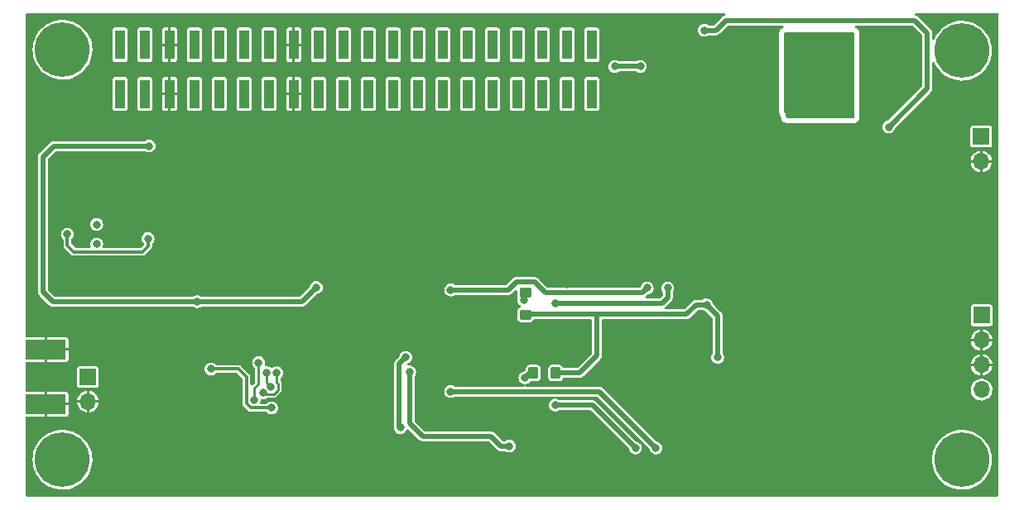
<source format=gbr>
%TF.GenerationSoftware,KiCad,Pcbnew,6.0.2+dfsg-1*%
%TF.CreationDate,2024-02-19T13:29:30+02:00*%
%TF.ProjectId,qsd_with_si5351_and_rp2040,7173645f-7769-4746-985f-736935333531,rev?*%
%TF.SameCoordinates,Original*%
%TF.FileFunction,Copper,L2,Bot*%
%TF.FilePolarity,Positive*%
%FSLAX46Y46*%
G04 Gerber Fmt 4.6, Leading zero omitted, Abs format (unit mm)*
G04 Created by KiCad (PCBNEW 6.0.2+dfsg-1) date 2024-02-19 13:29:30*
%MOMM*%
%LPD*%
G01*
G04 APERTURE LIST*
G04 Aperture macros list*
%AMRoundRect*
0 Rectangle with rounded corners*
0 $1 Rounding radius*
0 $2 $3 $4 $5 $6 $7 $8 $9 X,Y pos of 4 corners*
0 Add a 4 corners polygon primitive as box body*
4,1,4,$2,$3,$4,$5,$6,$7,$8,$9,$2,$3,0*
0 Add four circle primitives for the rounded corners*
1,1,$1+$1,$2,$3*
1,1,$1+$1,$4,$5*
1,1,$1+$1,$6,$7*
1,1,$1+$1,$8,$9*
0 Add four rect primitives between the rounded corners*
20,1,$1+$1,$2,$3,$4,$5,0*
20,1,$1+$1,$4,$5,$6,$7,0*
20,1,$1+$1,$6,$7,$8,$9,0*
20,1,$1+$1,$8,$9,$2,$3,0*%
G04 Aperture macros list end*
%TA.AperFunction,ComponentPad*%
%ADD10R,1.700000X1.700000*%
%TD*%
%TA.AperFunction,ComponentPad*%
%ADD11O,1.700000X1.700000*%
%TD*%
%TA.AperFunction,ConnectorPad*%
%ADD12C,5.600000*%
%TD*%
%TA.AperFunction,ComponentPad*%
%ADD13C,3.600000*%
%TD*%
%TA.AperFunction,SMDPad,CuDef*%
%ADD14R,4.100000X2.000000*%
%TD*%
%TA.AperFunction,SMDPad,CuDef*%
%ADD15RoundRect,0.250000X0.275000X0.350000X-0.275000X0.350000X-0.275000X-0.350000X0.275000X-0.350000X0*%
%TD*%
%TA.AperFunction,SMDPad,CuDef*%
%ADD16R,1.000000X3.000000*%
%TD*%
%TA.AperFunction,SMDPad,CuDef*%
%ADD17RoundRect,0.250000X0.350000X-0.275000X0.350000X0.275000X-0.350000X0.275000X-0.350000X-0.275000X0*%
%TD*%
%TA.AperFunction,ViaPad*%
%ADD18C,0.800000*%
%TD*%
%TA.AperFunction,Conductor*%
%ADD19C,0.250000*%
%TD*%
%TA.AperFunction,Conductor*%
%ADD20C,0.500000*%
%TD*%
%TA.AperFunction,Conductor*%
%ADD21C,0.300000*%
%TD*%
G04 APERTURE END LIST*
D10*
%TO.P,J3,1,Pin_1*%
%TO.N,/OUT_I*%
X123000000Y-54200000D03*
D11*
%TO.P,J3,2,Pin_2*%
%TO.N,GND*%
X123000000Y-56740000D03*
%TO.P,J3,3,Pin_3*%
X123000000Y-59280000D03*
%TO.P,J3,4,Pin_4*%
%TO.N,/OUT_Q*%
X123000000Y-61820000D03*
%TD*%
D10*
%TO.P,J2,1,Pin_1*%
%TO.N,Net-(J1-Pad1)*%
X31600000Y-60500000D03*
D11*
%TO.P,J2,2,Pin_2*%
%TO.N,GND*%
X31600000Y-63040000D03*
%TD*%
D10*
%TO.P,J201,1,Pin_1*%
%TO.N,/power/ANALOG_AUX*%
X122975000Y-35900000D03*
D11*
%TO.P,J201,2,Pin_2*%
%TO.N,GND*%
X122975000Y-38440000D03*
%TD*%
D12*
%TO.P,H2,1*%
%TO.N,N/C*%
X121000000Y-27100000D03*
D13*
X121000000Y-27100000D03*
%TD*%
D12*
%TO.P,H4,1*%
%TO.N,N/C*%
X29000000Y-27000000D03*
D13*
X29000000Y-27000000D03*
%TD*%
D12*
%TO.P,H1,1*%
%TO.N,N/C*%
X29000000Y-69000000D03*
D13*
X29000000Y-69000000D03*
%TD*%
%TO.P,H3,1*%
%TO.N,N/C*%
X121000000Y-69000000D03*
D12*
X121000000Y-69000000D03*
%TD*%
D14*
%TO.P,J1,2,Ext*%
%TO.N,GND*%
X27295000Y-57700000D03*
X27295000Y-63300000D03*
%TD*%
D15*
%TO.P,FB5,1*%
%TO.N,VCC_ANALOG*%
X79450000Y-60100000D03*
%TO.P,FB5,2*%
%TO.N,Net-(C18-Pad1)*%
X77150000Y-60100000D03*
%TD*%
D16*
%TO.P,J101,1,Pin_1*%
%TO.N,GPIO0*%
X34870000Y-31520000D03*
%TO.P,J101,2,Pin_2*%
%TO.N,VBUS*%
X34870000Y-26480000D03*
%TO.P,J101,3,Pin_3*%
%TO.N,GPIO1*%
X37410000Y-31520000D03*
%TO.P,J101,4,Pin_4*%
%TO.N,VDD_SYS*%
X37410000Y-26480000D03*
%TO.P,J101,5,Pin_5*%
%TO.N,GND*%
X39950000Y-31520000D03*
%TO.P,J101,6,Pin_6*%
X39950000Y-26480000D03*
%TO.P,J101,7,Pin_7*%
%TO.N,GPIO2*%
X42490000Y-31520000D03*
%TO.P,J101,8,Pin_8*%
%TO.N,3V3_EN*%
X42490000Y-26480000D03*
%TO.P,J101,9,Pin_9*%
%TO.N,GPIO3*%
X45030000Y-31520000D03*
%TO.P,J101,10,Pin_10*%
%TO.N,3V3_OUT*%
X45030000Y-26480000D03*
%TO.P,J101,11,Pin_11*%
%TO.N,GPIO4*%
X47570000Y-31520000D03*
%TO.P,J101,12,Pin_12*%
%TO.N,ADC_VREF*%
X47570000Y-26480000D03*
%TO.P,J101,13,Pin_13*%
%TO.N,GPIO5*%
X50110000Y-31520000D03*
%TO.P,J101,14,Pin_14*%
%TO.N,GPIO28*%
X50110000Y-26480000D03*
%TO.P,J101,15,Pin_15*%
%TO.N,GND*%
X52650000Y-31520000D03*
%TO.P,J101,16,Pin_16*%
X52650000Y-26480000D03*
%TO.P,J101,17,Pin_17*%
%TO.N,GPIO6*%
X55190000Y-31520000D03*
%TO.P,J101,18,Pin_18*%
%TO.N,GPIO27*%
X55190000Y-26480000D03*
%TO.P,J101,19,Pin_19*%
%TO.N,GPIO7*%
X57730000Y-31520000D03*
%TO.P,J101,20,Pin_20*%
%TO.N,GPIO26*%
X57730000Y-26480000D03*
%TO.P,J101,21,Pin_21*%
%TO.N,GPIO8*%
X60270000Y-31520000D03*
%TO.P,J101,22,Pin_22*%
%TO.N,RUN*%
X60270000Y-26480000D03*
%TO.P,J101,23,Pin_23*%
%TO.N,GPIO9*%
X62810000Y-31520000D03*
%TO.P,J101,24,Pin_24*%
%TO.N,GPIO22*%
X62810000Y-26480000D03*
%TO.P,J101,25,Pin_25*%
%TO.N,GPIO29*%
X65350000Y-31520000D03*
%TO.P,J101,26,Pin_26*%
%TO.N,GPIO23*%
X65350000Y-26480000D03*
%TO.P,J101,27,Pin_27*%
%TO.N,GPIO10*%
X67890000Y-31520000D03*
%TO.P,J101,28,Pin_28*%
%TO.N,GPIO21*%
X67890000Y-26480000D03*
%TO.P,J101,29,Pin_29*%
%TO.N,GPIO11*%
X70430000Y-31520000D03*
%TO.P,J101,30,Pin_30*%
%TO.N,GPIO20*%
X70430000Y-26480000D03*
%TO.P,J101,31,Pin_31*%
%TO.N,GPIO12*%
X72970000Y-31520000D03*
%TO.P,J101,32,Pin_32*%
%TO.N,GPIO19*%
X72970000Y-26480000D03*
%TO.P,J101,33,Pin_33*%
%TO.N,GPIO13*%
X75510000Y-31520000D03*
%TO.P,J101,34,Pin_34*%
%TO.N,GPIO18*%
X75510000Y-26480000D03*
%TO.P,J101,35,Pin_35*%
%TO.N,GPIO25*%
X78050000Y-31520000D03*
%TO.P,J101,36,Pin_36*%
%TO.N,GPIO24*%
X78050000Y-26480000D03*
%TO.P,J101,37,Pin_37*%
%TO.N,GPIO14*%
X80590000Y-31520000D03*
%TO.P,J101,38,Pin_38*%
%TO.N,GPIO17*%
X80590000Y-26480000D03*
%TO.P,J101,39,Pin_39*%
%TO.N,GPIO15*%
X83130000Y-31520000D03*
%TO.P,J101,40,Pin_40*%
%TO.N,GPIO16*%
X83130000Y-26480000D03*
%TD*%
D17*
%TO.P,FB4,1*%
%TO.N,VCC_ANALOG*%
X76350000Y-54150000D03*
%TO.P,FB4,2*%
%TO.N,Net-(C16-Pad1)*%
X76350000Y-51850000D03*
%TD*%
D18*
%TO.N,GND*%
X87625000Y-23900000D03*
X52700000Y-29000000D03*
X73600000Y-65700000D03*
X93600000Y-58100000D03*
X40000000Y-70000000D03*
X99200000Y-35200000D03*
X42700000Y-40100000D03*
X99200000Y-30000000D03*
X73050000Y-46325000D03*
X39900000Y-29000000D03*
X89000000Y-70000000D03*
X75000000Y-38000000D03*
X64000000Y-70000000D03*
X45000000Y-70000000D03*
X52700000Y-26400000D03*
X77650000Y-43450000D03*
X99000000Y-70000000D03*
X56150000Y-67600000D03*
X60000000Y-70000000D03*
X102100000Y-33975000D03*
X103000000Y-59000000D03*
X99000000Y-49000000D03*
X39900000Y-26400000D03*
X88400000Y-55800000D03*
X69000000Y-70000000D03*
X59000000Y-29000000D03*
X88400000Y-58700000D03*
X73000000Y-40000000D03*
X54300000Y-58200000D03*
X44700000Y-45100000D03*
X61000000Y-68000000D03*
X35000000Y-70000000D03*
X40700000Y-42300000D03*
X55000000Y-49000000D03*
X69900000Y-47750000D03*
X99200000Y-40450000D03*
X61000000Y-49000000D03*
X94000000Y-70000000D03*
X103000000Y-56000000D03*
X69000000Y-68300000D03*
X52700000Y-31600000D03*
X64000000Y-68000000D03*
X55725000Y-55525000D03*
X29700000Y-43500000D03*
X35800000Y-46600000D03*
X61000000Y-54000000D03*
X72600000Y-57200000D03*
X94000000Y-44000000D03*
X97200000Y-25600000D03*
X32000000Y-50000000D03*
X71700000Y-29000000D03*
X36400000Y-43000000D03*
X89000000Y-35000000D03*
X79000000Y-70000000D03*
X35200000Y-61900000D03*
X57600000Y-53425000D03*
X45000000Y-49000000D03*
X39900000Y-31600000D03*
X70000000Y-39000000D03*
X88395000Y-57125000D03*
X43800000Y-26400000D03*
X94000000Y-40000000D03*
X91000000Y-42000000D03*
X64000000Y-54000000D03*
X103000000Y-67000000D03*
X72000000Y-37000000D03*
X31300000Y-38300000D03*
X91000000Y-37000000D03*
X95800000Y-26100000D03*
X59075000Y-58300000D03*
X78300000Y-58300000D03*
X73575000Y-43450000D03*
X32000000Y-55500000D03*
X79000000Y-49000000D03*
X94700000Y-55600000D03*
X64000000Y-49000000D03*
X74000000Y-70000000D03*
X59125000Y-63925000D03*
X84000000Y-49000000D03*
X69400000Y-57200000D03*
X103000000Y-63000000D03*
X83125000Y-29000000D03*
X48600000Y-45100000D03*
X34000000Y-58000000D03*
X44500000Y-41100000D03*
X50000000Y-49000000D03*
X36900000Y-63100000D03*
X59075000Y-67625000D03*
X84000000Y-70000000D03*
X55000000Y-70000000D03*
X37750000Y-39000000D03*
X74700000Y-58950000D03*
X113500000Y-29950000D03*
X40000000Y-49000000D03*
X71000000Y-57200000D03*
X71000000Y-67600000D03*
X88000000Y-39000000D03*
X69000000Y-49000000D03*
X37700000Y-41300000D03*
X97300000Y-57425000D03*
X51125000Y-57925000D03*
X50000000Y-70000000D03*
X63050000Y-44350000D03*
X104100000Y-35400000D03*
X80400000Y-61100000D03*
X95600000Y-64100000D03*
X35000000Y-49000000D03*
X70400000Y-59500000D03*
X87800000Y-26300000D03*
X87100000Y-62400000D03*
X74000000Y-49000000D03*
X103000000Y-53000000D03*
X39000000Y-46000000D03*
X80600000Y-51000000D03*
X89000000Y-49000000D03*
%TO.N,/RAW_0*%
X50900000Y-60075500D03*
X49514345Y-62142361D03*
%TO.N,/RAW_180*%
X49061977Y-59037621D03*
X48600000Y-62875000D03*
%TO.N,/RAW_270*%
X49900000Y-60075500D03*
X50300000Y-61524500D03*
%TO.N,Net-(C10-Pad2)*%
X63557059Y-65705368D03*
X64100000Y-58500000D03*
%TO.N,Net-(C12-Pad2)*%
X74700000Y-67600000D03*
X64500000Y-60000000D03*
%TO.N,Net-(C16-Pad1)*%
X76175000Y-52625000D03*
%TO.N,Net-(C18-Pad1)*%
X76300000Y-60600000D03*
%TO.N,GPIO0*%
X34900000Y-31600000D03*
%TO.N,VBUS*%
X34900000Y-26400000D03*
%TO.N,VCC_ANALOG*%
X96000000Y-58500000D03*
X94875000Y-53125000D03*
%TO.N,GPIO1*%
X37400000Y-31600000D03*
%TO.N,VDD_SYS*%
X37400000Y-26400000D03*
%TO.N,GPIO2*%
X42500000Y-31600000D03*
%TO.N,3V3_EN*%
X42500000Y-26400000D03*
%TO.N,GPIO3*%
X45000000Y-31600000D03*
%TO.N,3V3_OUT*%
X45000000Y-26400000D03*
%TO.N,GPIO4*%
X47600000Y-31600000D03*
%TO.N,ADC_VREF*%
X47600000Y-26400000D03*
%TO.N,GPIO5*%
X50100000Y-31600000D03*
%TO.N,GPIO28*%
X50100000Y-26400000D03*
%TO.N,GPIO6*%
X55200000Y-31600000D03*
%TO.N,GPIO27*%
X55200000Y-26400000D03*
%TO.N,GPIO7*%
X57700000Y-31600000D03*
%TO.N,GPIO26*%
X57700000Y-26400000D03*
%TO.N,GPIO8*%
X60300000Y-31600000D03*
%TO.N,RUN*%
X60300000Y-26400000D03*
%TO.N,GPIO9*%
X62800000Y-31600000D03*
%TO.N,GPIO22*%
X62800000Y-26400000D03*
%TO.N,GPIO29*%
X65300000Y-31600000D03*
%TO.N,GPIO23*%
X65400000Y-26400000D03*
%TO.N,GPIO10*%
X67900000Y-31600000D03*
%TO.N,GPIO21*%
X67900000Y-26400000D03*
%TO.N,GPIO11*%
X70400000Y-31600000D03*
%TO.N,GPIO20*%
X70400000Y-26400000D03*
%TO.N,GPIO12*%
X73000000Y-31600000D03*
%TO.N,GPIO19*%
X73000000Y-26400000D03*
%TO.N,GPIO13*%
X75500000Y-31600000D03*
%TO.N,GPIO18*%
X75500000Y-26400000D03*
%TO.N,GPIO25*%
X78000000Y-31600000D03*
%TO.N,GPIO24*%
X78100000Y-26400000D03*
%TO.N,GPIO14*%
X80600000Y-31600000D03*
%TO.N,GPIO17*%
X80600000Y-26400000D03*
%TO.N,GPIO15*%
X83100000Y-31600000D03*
%TO.N,GPIO16*%
X83200000Y-26400000D03*
%TO.N,/control_board/I2C0_SDA*%
X32500000Y-46900000D03*
%TO.N,/control_board/I2C0_SCL*%
X32500000Y-44900000D03*
%TO.N,Net-(R206-Pad1)*%
X113500000Y-34900000D03*
X94650000Y-25000000D03*
%TO.N,Net-(C206-Pad1)*%
X104500000Y-29500000D03*
X108500000Y-29500000D03*
X105500000Y-28000000D03*
X103200000Y-26100000D03*
X85475000Y-28700000D03*
X107500000Y-31000000D03*
X105500000Y-31000000D03*
X107500000Y-28000000D03*
X88100000Y-28700000D03*
%TO.N,VCC_3V3_MIX*%
X37850000Y-36850000D03*
X42800000Y-52800000D03*
X54950000Y-51350000D03*
%TO.N,/0*%
X68700000Y-51600000D03*
X88800000Y-51400000D03*
%TO.N,/180*%
X90900000Y-51400000D03*
X79400000Y-53000000D03*
%TO.N,/270*%
X68700000Y-62000000D03*
X89700000Y-67800000D03*
%TO.N,/90*%
X87600000Y-67800000D03*
X79400000Y-63400000D03*
%TO.N,Net-(R26-Pad2)*%
X50400000Y-63675000D03*
X44200000Y-59700000D03*
%TO.N,Net-(R106-Pad1)*%
X29500000Y-45900000D03*
X37750000Y-46350000D03*
%TD*%
D19*
%TO.N,/RAW_0*%
X49621484Y-62249500D02*
X50600305Y-62249500D01*
X51025000Y-61824805D02*
X51025000Y-61224195D01*
X49514345Y-62142361D02*
X49621484Y-62249500D01*
X50900000Y-61099195D02*
X50900000Y-60075500D01*
X50600305Y-62249500D02*
X51025000Y-61824805D01*
X51025000Y-61224195D02*
X50900000Y-61099195D01*
%TO.N,/RAW_180*%
X48600000Y-62875000D02*
X48600000Y-61675000D01*
X48600000Y-61675000D02*
X49061977Y-61213023D01*
X49061977Y-61213023D02*
X49061977Y-59037621D01*
%TO.N,/RAW_270*%
X49900000Y-60075500D02*
X49900000Y-61124500D01*
X49900000Y-61124500D02*
X50300000Y-61524500D01*
D20*
%TO.N,Net-(C10-Pad2)*%
X63450000Y-59150000D02*
X64100000Y-58500000D01*
X63557059Y-65705368D02*
X63450000Y-65598309D01*
X63450000Y-65598309D02*
X63450000Y-59150000D01*
%TO.N,Net-(C12-Pad2)*%
X65850000Y-66600000D02*
X64500000Y-65250000D01*
X72800000Y-66600000D02*
X65850000Y-66600000D01*
X64500000Y-65250000D02*
X64500000Y-60000000D01*
X73800000Y-67600000D02*
X72800000Y-66600000D01*
X74700000Y-67600000D02*
X73800000Y-67600000D01*
%TO.N,Net-(C16-Pad1)*%
X76175000Y-52625000D02*
X76175000Y-52025000D01*
X76175000Y-52025000D02*
X76350000Y-51850000D01*
%TO.N,Net-(C18-Pad1)*%
X76800000Y-60100000D02*
X77150000Y-60100000D01*
X76300000Y-60600000D02*
X76800000Y-60100000D01*
%TO.N,VCC_ANALOG*%
X83650000Y-58350000D02*
X83650000Y-54100000D01*
X94875000Y-53125000D02*
X96000000Y-54250000D01*
X79450000Y-60100000D02*
X81900000Y-60100000D01*
X81900000Y-60100000D02*
X83250000Y-58750000D01*
X93800000Y-53125000D02*
X94875000Y-53125000D01*
X83250000Y-58750000D02*
X83650000Y-58350000D01*
X96000000Y-54250000D02*
X96000000Y-58500000D01*
X92825000Y-54100000D02*
X93800000Y-53125000D01*
X83650000Y-54100000D02*
X76400000Y-54100000D01*
X83650000Y-54100000D02*
X92825000Y-54100000D01*
X76400000Y-54100000D02*
X76350000Y-54150000D01*
%TO.N,Net-(R206-Pad1)*%
X117450000Y-25275000D02*
X117450000Y-30950000D01*
X95825000Y-25000000D02*
X96825000Y-24000000D01*
X117450000Y-30950000D02*
X113500000Y-34900000D01*
X94650000Y-25000000D02*
X95825000Y-25000000D01*
X96825000Y-24000000D02*
X116175000Y-24000000D01*
X116175000Y-24000000D02*
X117450000Y-25275000D01*
%TO.N,Net-(C206-Pad1)*%
X88100000Y-28700000D02*
X85475000Y-28700000D01*
%TO.N,VCC_3V3_MIX*%
X42800000Y-52800000D02*
X28000000Y-52800000D01*
X53500000Y-52800000D02*
X54950000Y-51350000D01*
X27000000Y-51800000D02*
X27000000Y-37950000D01*
X42800000Y-52800000D02*
X53500000Y-52800000D01*
X27000000Y-37950000D02*
X28100000Y-36850000D01*
X28100000Y-36850000D02*
X37850000Y-36850000D01*
X28000000Y-52800000D02*
X27000000Y-51800000D01*
%TO.N,/0*%
X78400000Y-51900000D02*
X88300000Y-51900000D01*
X68700000Y-51600000D02*
X74600000Y-51600000D01*
X88300000Y-51900000D02*
X88800000Y-51400000D01*
X77300000Y-50800000D02*
X78400000Y-51900000D01*
X74600000Y-51600000D02*
X75400000Y-50800000D01*
X75400000Y-50800000D02*
X77300000Y-50800000D01*
%TO.N,/180*%
X79400000Y-53000000D02*
X90300000Y-53000000D01*
X90300000Y-53000000D02*
X90900000Y-52400000D01*
X90900000Y-52400000D02*
X90900000Y-51400000D01*
%TO.N,/270*%
X83900000Y-62000000D02*
X89700000Y-67800000D01*
X68700000Y-62000000D02*
X83900000Y-62000000D01*
%TO.N,/90*%
X79400000Y-63400000D02*
X83200000Y-63400000D01*
X83200000Y-63400000D02*
X87600000Y-67800000D01*
D21*
%TO.N,Net-(R26-Pad2)*%
X47800000Y-63217831D02*
X47800000Y-60500000D01*
X48257169Y-63675000D02*
X47800000Y-63217831D01*
X50400000Y-63675000D02*
X48257169Y-63675000D01*
X47800000Y-60500000D02*
X47000000Y-59700000D01*
X47000000Y-59700000D02*
X44200000Y-59700000D01*
%TO.N,Net-(R106-Pad1)*%
X30150000Y-47700000D02*
X29500000Y-47050000D01*
X37750000Y-47150000D02*
X37200000Y-47700000D01*
X37750000Y-46350000D02*
X37750000Y-47150000D01*
X29500000Y-47050000D02*
X29500000Y-45900000D01*
X37200000Y-47700000D02*
X30150000Y-47700000D01*
%TD*%
%TA.AperFunction,Conductor*%
%TO.N,GND*%
G36*
X96758511Y-23274002D02*
G01*
X96805004Y-23327658D01*
X96815108Y-23397932D01*
X96785614Y-23462512D01*
X96726331Y-23500611D01*
X96721642Y-23500902D01*
X96713198Y-23503950D01*
X96709915Y-23504630D01*
X96694055Y-23508584D01*
X96690831Y-23509527D01*
X96681948Y-23510799D01*
X96673779Y-23514513D01*
X96673773Y-23514515D01*
X96639221Y-23530225D01*
X96629853Y-23534039D01*
X96585716Y-23549972D01*
X96578466Y-23555269D01*
X96575499Y-23556846D01*
X96561386Y-23565093D01*
X96558563Y-23566898D01*
X96550395Y-23570612D01*
X96543598Y-23576469D01*
X96543596Y-23576470D01*
X96514847Y-23601243D01*
X96506936Y-23607525D01*
X96496056Y-23615473D01*
X96485194Y-23626335D01*
X96478348Y-23632693D01*
X96440918Y-23664944D01*
X96436034Y-23672479D01*
X96430301Y-23679051D01*
X96421074Y-23690455D01*
X95652934Y-24458595D01*
X95590622Y-24492621D01*
X95563839Y-24495500D01*
X95115667Y-24495500D01*
X95047546Y-24475498D01*
X95032143Y-24463802D01*
X95031954Y-24463670D01*
X95026275Y-24458611D01*
X94886274Y-24384484D01*
X94732633Y-24345892D01*
X94725034Y-24345852D01*
X94725033Y-24345852D01*
X94659181Y-24345507D01*
X94574221Y-24345062D01*
X94566841Y-24346834D01*
X94566839Y-24346834D01*
X94427563Y-24380271D01*
X94427560Y-24380272D01*
X94420184Y-24382043D01*
X94279414Y-24454700D01*
X94160039Y-24558838D01*
X94068950Y-24688444D01*
X94046855Y-24745114D01*
X94022793Y-24806832D01*
X94011406Y-24836037D01*
X94010414Y-24843570D01*
X94010414Y-24843571D01*
X93994448Y-24964848D01*
X93990729Y-24993096D01*
X93997674Y-25055997D01*
X94003710Y-25110668D01*
X94008113Y-25150553D01*
X94010723Y-25157684D01*
X94010723Y-25157686D01*
X94038774Y-25234338D01*
X94062553Y-25299319D01*
X94066789Y-25305622D01*
X94066789Y-25305623D01*
X94129373Y-25398757D01*
X94150908Y-25430805D01*
X94156527Y-25435918D01*
X94156528Y-25435919D01*
X94229154Y-25502003D01*
X94268076Y-25537419D01*
X94407293Y-25613008D01*
X94560522Y-25653207D01*
X94644477Y-25654526D01*
X94711319Y-25655576D01*
X94711322Y-25655576D01*
X94718916Y-25655695D01*
X94873332Y-25620329D01*
X94943742Y-25584917D01*
X95008072Y-25552563D01*
X95008075Y-25552561D01*
X95014855Y-25549151D01*
X95031789Y-25534688D01*
X95096579Y-25505658D01*
X95113619Y-25504500D01*
X95754376Y-25504500D01*
X95766381Y-25505841D01*
X95766421Y-25505345D01*
X95775368Y-25506065D01*
X95784124Y-25508046D01*
X95837382Y-25504742D01*
X95845184Y-25504500D01*
X95861226Y-25504500D01*
X95865657Y-25503865D01*
X95865662Y-25503865D01*
X95869687Y-25503288D01*
X95871457Y-25503035D01*
X95881514Y-25502004D01*
X95903976Y-25500611D01*
X95919400Y-25499654D01*
X95919402Y-25499654D01*
X95928359Y-25499098D01*
X95936799Y-25496051D01*
X95940089Y-25495370D01*
X95955938Y-25491418D01*
X95959168Y-25490473D01*
X95968052Y-25489201D01*
X96010763Y-25469782D01*
X96020128Y-25465970D01*
X96055837Y-25453078D01*
X96055840Y-25453076D01*
X96064284Y-25450028D01*
X96071533Y-25444732D01*
X96074490Y-25443160D01*
X96088614Y-25434907D01*
X96091437Y-25433102D01*
X96099605Y-25429388D01*
X96106402Y-25423531D01*
X96106404Y-25423530D01*
X96135153Y-25398757D01*
X96143064Y-25392475D01*
X96153944Y-25384527D01*
X96164805Y-25373666D01*
X96171652Y-25367308D01*
X96202282Y-25340916D01*
X96202284Y-25340913D01*
X96209082Y-25335056D01*
X96213965Y-25327523D01*
X96219693Y-25320956D01*
X96228924Y-25309547D01*
X96610124Y-24928347D01*
X96997065Y-24541405D01*
X97059378Y-24507380D01*
X97086161Y-24504500D01*
X102621252Y-24504500D01*
X102689373Y-24524502D01*
X102735866Y-24578158D01*
X102745970Y-24648432D01*
X102716476Y-24713012D01*
X102675629Y-24744162D01*
X102670107Y-24746804D01*
X102662628Y-24749293D01*
X102540990Y-24827465D01*
X102537595Y-24830407D01*
X102537592Y-24830409D01*
X102521558Y-24844303D01*
X102487334Y-24873958D01*
X102484393Y-24877352D01*
X102472803Y-24890727D01*
X102392645Y-24983234D01*
X102332579Y-25114760D01*
X102331311Y-25119079D01*
X102316573Y-25169273D01*
X102312577Y-25182881D01*
X102311937Y-25187329D01*
X102311936Y-25187336D01*
X102292639Y-25321552D01*
X102292638Y-25321559D01*
X102292000Y-25326000D01*
X102292000Y-33346331D01*
X102293663Y-33387398D01*
X102295310Y-33407705D01*
X102300288Y-33448508D01*
X102343662Y-33586441D01*
X102372950Y-33647466D01*
X102373020Y-33647432D01*
X102373740Y-33648694D01*
X102373577Y-33648772D01*
X102374425Y-33650538D01*
X102392099Y-33676917D01*
X102399341Y-33691916D01*
X102399099Y-33692056D01*
X102461269Y-33799737D01*
X102471983Y-33823801D01*
X102489814Y-33878679D01*
X102495291Y-33904445D01*
X102499056Y-33940270D01*
X102514214Y-34020986D01*
X102524910Y-34060157D01*
X102552876Y-34137372D01*
X102631048Y-34259010D01*
X102633990Y-34262405D01*
X102633992Y-34262408D01*
X102651006Y-34282043D01*
X102677541Y-34312666D01*
X102680935Y-34315607D01*
X102704369Y-34335913D01*
X102786817Y-34407355D01*
X102918343Y-34467421D01*
X102942097Y-34474396D01*
X102982141Y-34486154D01*
X102982145Y-34486155D01*
X102986464Y-34487423D01*
X102990912Y-34488063D01*
X102990919Y-34488064D01*
X103125135Y-34507361D01*
X103125142Y-34507362D01*
X103129583Y-34508000D01*
X109874000Y-34508000D01*
X109981980Y-34496391D01*
X109985264Y-34495677D01*
X109985268Y-34495676D01*
X110010339Y-34490222D01*
X110034322Y-34485005D01*
X110137372Y-34450707D01*
X110259010Y-34372535D01*
X110312666Y-34326042D01*
X110324257Y-34312666D01*
X110401453Y-34223577D01*
X110407355Y-34216766D01*
X110467421Y-34085240D01*
X110475507Y-34057701D01*
X110486154Y-34021442D01*
X110486155Y-34021438D01*
X110487423Y-34017119D01*
X110503623Y-33904445D01*
X110507361Y-33878448D01*
X110507362Y-33878441D01*
X110508000Y-33874000D01*
X110508000Y-25326000D01*
X110496391Y-25218020D01*
X110485005Y-25165678D01*
X110450707Y-25062628D01*
X110372535Y-24940990D01*
X110347316Y-24911885D01*
X110328982Y-24890727D01*
X110326042Y-24887334D01*
X110307213Y-24871018D01*
X110266843Y-24836037D01*
X110216766Y-24792645D01*
X110118204Y-24747633D01*
X110112688Y-24745114D01*
X110059032Y-24698621D01*
X110039030Y-24630500D01*
X110059032Y-24562379D01*
X110112688Y-24515886D01*
X110165030Y-24504500D01*
X115913839Y-24504500D01*
X115981960Y-24524502D01*
X116002934Y-24541405D01*
X116908595Y-25447066D01*
X116942621Y-25509378D01*
X116945500Y-25536161D01*
X116945500Y-30688839D01*
X116925498Y-30756960D01*
X116908595Y-30777934D01*
X113472044Y-34214485D01*
X113412363Y-34247909D01*
X113381877Y-34255228D01*
X113277563Y-34280271D01*
X113277560Y-34280272D01*
X113270184Y-34282043D01*
X113129414Y-34354700D01*
X113010039Y-34458838D01*
X112918950Y-34588444D01*
X112861406Y-34736037D01*
X112860414Y-34743570D01*
X112860414Y-34743571D01*
X112845136Y-34859623D01*
X112840729Y-34893096D01*
X112847089Y-34950699D01*
X112855968Y-35031123D01*
X112858113Y-35050553D01*
X112860723Y-35057684D01*
X112860723Y-35057686D01*
X112868045Y-35077693D01*
X112912553Y-35199319D01*
X113000908Y-35330805D01*
X113006527Y-35335918D01*
X113006528Y-35335919D01*
X113017903Y-35346269D01*
X113118076Y-35437419D01*
X113257293Y-35513008D01*
X113410522Y-35553207D01*
X113494477Y-35554526D01*
X113561319Y-35555576D01*
X113561322Y-35555576D01*
X113568916Y-35555695D01*
X113723332Y-35520329D01*
X113793742Y-35484917D01*
X113858072Y-35452563D01*
X113858075Y-35452561D01*
X113864855Y-35449151D01*
X113870626Y-35444222D01*
X113870629Y-35444220D01*
X113979536Y-35351204D01*
X113979536Y-35351203D01*
X113985314Y-35346269D01*
X114077755Y-35217624D01*
X114136842Y-35070641D01*
X114143346Y-35024933D01*
X121870500Y-35024933D01*
X121870501Y-36775066D01*
X121885266Y-36849301D01*
X121892161Y-36859620D01*
X121892162Y-36859622D01*
X121932516Y-36920015D01*
X121941516Y-36933484D01*
X122025699Y-36989734D01*
X122099933Y-37004500D01*
X122974858Y-37004500D01*
X123850066Y-37004499D01*
X123885818Y-36997388D01*
X123912126Y-36992156D01*
X123912128Y-36992155D01*
X123924301Y-36989734D01*
X123934621Y-36982839D01*
X123934622Y-36982838D01*
X123998168Y-36940377D01*
X124008484Y-36933484D01*
X124064734Y-36849301D01*
X124079500Y-36775067D01*
X124079499Y-35024934D01*
X124064734Y-34950699D01*
X124008484Y-34866516D01*
X123924301Y-34810266D01*
X123850067Y-34795500D01*
X122975142Y-34795500D01*
X122099934Y-34795501D01*
X122064182Y-34802612D01*
X122037874Y-34807844D01*
X122037872Y-34807845D01*
X122025699Y-34810266D01*
X122015379Y-34817161D01*
X122015378Y-34817162D01*
X121954985Y-34857516D01*
X121941516Y-34866516D01*
X121885266Y-34950699D01*
X121870500Y-35024933D01*
X114143346Y-35024933D01*
X114146518Y-35002646D01*
X114175918Y-34938024D01*
X114182166Y-34931304D01*
X117756792Y-31356678D01*
X117766235Y-31349133D01*
X117765912Y-31348754D01*
X117772745Y-31342938D01*
X117780339Y-31338147D01*
X117786283Y-31331417D01*
X117786285Y-31331415D01*
X117815678Y-31298134D01*
X117821024Y-31292446D01*
X117832351Y-31281119D01*
X117838550Y-31272848D01*
X117844937Y-31265003D01*
X117870057Y-31236560D01*
X117876001Y-31229830D01*
X117879816Y-31221703D01*
X117881669Y-31218883D01*
X117890067Y-31204906D01*
X117891686Y-31201949D01*
X117897071Y-31194764D01*
X117900225Y-31186352D01*
X117913551Y-31150807D01*
X117917476Y-31141491D01*
X117933602Y-31107143D01*
X117937417Y-31099018D01*
X117938798Y-31090146D01*
X117939786Y-31086916D01*
X117943924Y-31071145D01*
X117944647Y-31067856D01*
X117947799Y-31059448D01*
X117951277Y-31012641D01*
X117952431Y-31002593D01*
X117953750Y-30994120D01*
X117953750Y-30994119D01*
X117954500Y-30989303D01*
X117954500Y-30973951D01*
X117954846Y-30964614D01*
X117957843Y-30924281D01*
X117958508Y-30915333D01*
X117956634Y-30906556D01*
X117956042Y-30897867D01*
X117954500Y-30883258D01*
X117954500Y-28366040D01*
X117974502Y-28297919D01*
X118028158Y-28251426D01*
X118098432Y-28241322D01*
X118163012Y-28270816D01*
X118197652Y-28319656D01*
X118222825Y-28383235D01*
X118224470Y-28386329D01*
X118224471Y-28386331D01*
X118328350Y-28581699D01*
X118383173Y-28684807D01*
X118385163Y-28687713D01*
X118385164Y-28687715D01*
X118574147Y-28963718D01*
X118574152Y-28963724D01*
X118576138Y-28966625D01*
X118578441Y-28969293D01*
X118788725Y-29212909D01*
X118799314Y-29225177D01*
X119049921Y-29457241D01*
X119324833Y-29659924D01*
X119327870Y-29661678D01*
X119327874Y-29661680D01*
X119442444Y-29727827D01*
X119620624Y-29830699D01*
X119707101Y-29868480D01*
X119930388Y-29966032D01*
X119930391Y-29966033D01*
X119933609Y-29967439D01*
X119936966Y-29968478D01*
X119936971Y-29968480D01*
X120228239Y-30058642D01*
X120259885Y-30068438D01*
X120595386Y-30132439D01*
X120850610Y-30152077D01*
X120932434Y-30158373D01*
X120932435Y-30158373D01*
X120935931Y-30158642D01*
X121142793Y-30151418D01*
X121273758Y-30146845D01*
X121273763Y-30146845D01*
X121277273Y-30146722D01*
X121446217Y-30121774D01*
X121611681Y-30097341D01*
X121611686Y-30097340D01*
X121615160Y-30096827D01*
X121618552Y-30095931D01*
X121618556Y-30095930D01*
X121941989Y-30010476D01*
X121941990Y-30010476D01*
X121945380Y-30009580D01*
X122263816Y-29886066D01*
X122566499Y-29727827D01*
X122849658Y-29536834D01*
X122940729Y-29459327D01*
X123107089Y-29317743D01*
X123107090Y-29317742D01*
X123109762Y-29315468D01*
X123201532Y-29217743D01*
X123341159Y-29069056D01*
X123341163Y-29069051D01*
X123343570Y-29066488D01*
X123345675Y-29063674D01*
X123345681Y-29063667D01*
X123546058Y-28795817D01*
X123548167Y-28792998D01*
X123721003Y-28498406D01*
X123769961Y-28388444D01*
X123858492Y-28189600D01*
X123858494Y-28189595D01*
X123859924Y-28186383D01*
X123963199Y-27860820D01*
X124029540Y-27525774D01*
X124048330Y-27302010D01*
X124057937Y-27187605D01*
X124057938Y-27187594D01*
X124058120Y-27185421D01*
X124059313Y-27100000D01*
X124040247Y-26758982D01*
X124016159Y-26616566D01*
X123983874Y-26425683D01*
X123983873Y-26425678D01*
X123983287Y-26422214D01*
X123889143Y-26093894D01*
X123835619Y-25964034D01*
X123760326Y-25781359D01*
X123760322Y-25781351D01*
X123758988Y-25778114D01*
X123594445Y-25478811D01*
X123576293Y-25453078D01*
X123399595Y-25202594D01*
X123399594Y-25202593D01*
X123397564Y-25199715D01*
X123170799Y-24944303D01*
X123113898Y-24893069D01*
X122919595Y-24718118D01*
X122919592Y-24718116D01*
X122916977Y-24715761D01*
X122878821Y-24688444D01*
X122642129Y-24518989D01*
X122642122Y-24518985D01*
X122639262Y-24516937D01*
X122341115Y-24350308D01*
X122026251Y-24217951D01*
X122022882Y-24216960D01*
X122022878Y-24216958D01*
X121890990Y-24178141D01*
X121698597Y-24121517D01*
X121695138Y-24120907D01*
X121695129Y-24120905D01*
X121462591Y-24079903D01*
X121362235Y-24062208D01*
X121283811Y-24057274D01*
X121024876Y-24040983D01*
X121024870Y-24040983D01*
X121021358Y-24040762D01*
X120941603Y-24044663D01*
X120683722Y-24057274D01*
X120683713Y-24057275D01*
X120680215Y-24057446D01*
X120676747Y-24058008D01*
X120676744Y-24058008D01*
X120346532Y-24111491D01*
X120346529Y-24111492D01*
X120343057Y-24112054D01*
X120339670Y-24113000D01*
X120339664Y-24113001D01*
X120068941Y-24188589D01*
X120014088Y-24203904D01*
X119855748Y-24267877D01*
X119700672Y-24330532D01*
X119700668Y-24330534D01*
X119697408Y-24331851D01*
X119694321Y-24333520D01*
X119694317Y-24333522D01*
X119668016Y-24347743D01*
X119396963Y-24494301D01*
X119116499Y-24689228D01*
X119113857Y-24691541D01*
X119113853Y-24691544D01*
X118993945Y-24796516D01*
X118859511Y-24914204D01*
X118629202Y-25166425D01*
X118428444Y-25442745D01*
X118426702Y-25445811D01*
X118426701Y-25445813D01*
X118407956Y-25478811D01*
X118259737Y-25739722D01*
X118196311Y-25887706D01*
X118151091Y-25942438D01*
X118083459Y-25964034D01*
X118014887Y-25945637D01*
X117967147Y-25893088D01*
X117954500Y-25838069D01*
X117954500Y-25345624D01*
X117955841Y-25333619D01*
X117955345Y-25333579D01*
X117956065Y-25324632D01*
X117958046Y-25315876D01*
X117954742Y-25262618D01*
X117954500Y-25254816D01*
X117954500Y-25238774D01*
X117953035Y-25228543D01*
X117952003Y-25218477D01*
X117950840Y-25199715D01*
X117949098Y-25171641D01*
X117946051Y-25163201D01*
X117945370Y-25159911D01*
X117941418Y-25144062D01*
X117940473Y-25140832D01*
X117939201Y-25131948D01*
X117919774Y-25089218D01*
X117915964Y-25079860D01*
X117903075Y-25044158D01*
X117903074Y-25044157D01*
X117900027Y-25035716D01*
X117894731Y-25028467D01*
X117893146Y-25025486D01*
X117884920Y-25011408D01*
X117883104Y-25008569D01*
X117879388Y-25000395D01*
X117848757Y-24964846D01*
X117842465Y-24956923D01*
X117841012Y-24954934D01*
X117834527Y-24946056D01*
X117823665Y-24935194D01*
X117817307Y-24928347D01*
X117807362Y-24916805D01*
X117785056Y-24890918D01*
X117777521Y-24886034D01*
X117770949Y-24880301D01*
X117759545Y-24871074D01*
X116581677Y-23693206D01*
X116574135Y-23683766D01*
X116573755Y-23684089D01*
X116567937Y-23677253D01*
X116563147Y-23669661D01*
X116523140Y-23634328D01*
X116517454Y-23628983D01*
X116506120Y-23617649D01*
X116497845Y-23611447D01*
X116490000Y-23605060D01*
X116461557Y-23579940D01*
X116454830Y-23573999D01*
X116446708Y-23570186D01*
X116443907Y-23568346D01*
X116429912Y-23559937D01*
X116426949Y-23558315D01*
X116419764Y-23552930D01*
X116411354Y-23549777D01*
X116411352Y-23549776D01*
X116375818Y-23536454D01*
X116366502Y-23532529D01*
X116324018Y-23512583D01*
X116315144Y-23511201D01*
X116311917Y-23510215D01*
X116296139Y-23506076D01*
X116292856Y-23505354D01*
X116284448Y-23502202D01*
X116280298Y-23501894D01*
X116220188Y-23468895D01*
X116186303Y-23406507D01*
X116191527Y-23335703D01*
X116234201Y-23278963D01*
X116300776Y-23254301D01*
X116309483Y-23254000D01*
X124620000Y-23254000D01*
X124688121Y-23274002D01*
X124734614Y-23327658D01*
X124746000Y-23380000D01*
X124746000Y-72620000D01*
X124725998Y-72688121D01*
X124672342Y-72734614D01*
X124620000Y-72746000D01*
X25380000Y-72746000D01*
X25311879Y-72725998D01*
X25265386Y-72672342D01*
X25254000Y-72620000D01*
X25254000Y-68957285D01*
X25940985Y-68957285D01*
X25955288Y-69298537D01*
X26007540Y-69636067D01*
X26097091Y-69965669D01*
X26222825Y-70283235D01*
X26224470Y-70286329D01*
X26224471Y-70286331D01*
X26285678Y-70401444D01*
X26383173Y-70584807D01*
X26385163Y-70587713D01*
X26385164Y-70587715D01*
X26574147Y-70863718D01*
X26574152Y-70863724D01*
X26576138Y-70866625D01*
X26799314Y-71125177D01*
X27049921Y-71357241D01*
X27324833Y-71559924D01*
X27327870Y-71561678D01*
X27327874Y-71561680D01*
X27442444Y-71627827D01*
X27620624Y-71730699D01*
X27743621Y-71784435D01*
X27930388Y-71866032D01*
X27930391Y-71866033D01*
X27933609Y-71867439D01*
X27936966Y-71868478D01*
X27936971Y-71868480D01*
X28072639Y-71910476D01*
X28259885Y-71968438D01*
X28595386Y-72032439D01*
X28850610Y-72052077D01*
X28932434Y-72058373D01*
X28932435Y-72058373D01*
X28935931Y-72058642D01*
X29142793Y-72051418D01*
X29273758Y-72046845D01*
X29273763Y-72046845D01*
X29277273Y-72046722D01*
X29446217Y-72021774D01*
X29611681Y-71997341D01*
X29611686Y-71997340D01*
X29615160Y-71996827D01*
X29618552Y-71995931D01*
X29618556Y-71995930D01*
X29941989Y-71910476D01*
X29941990Y-71910476D01*
X29945380Y-71909580D01*
X30263816Y-71786066D01*
X30566499Y-71627827D01*
X30849658Y-71436834D01*
X30940729Y-71359327D01*
X31107089Y-71217743D01*
X31107090Y-71217742D01*
X31109762Y-71215468D01*
X31197058Y-71122507D01*
X31341159Y-70969056D01*
X31341163Y-70969051D01*
X31343570Y-70966488D01*
X31345675Y-70963674D01*
X31345681Y-70963667D01*
X31546058Y-70695817D01*
X31548167Y-70692998D01*
X31721003Y-70398406D01*
X31859924Y-70086383D01*
X31963199Y-69760820D01*
X32029540Y-69425774D01*
X32058120Y-69085421D01*
X32059313Y-69000000D01*
X32056926Y-68957285D01*
X117940985Y-68957285D01*
X117955288Y-69298537D01*
X118007540Y-69636067D01*
X118097091Y-69965669D01*
X118222825Y-70283235D01*
X118224470Y-70286329D01*
X118224471Y-70286331D01*
X118285678Y-70401444D01*
X118383173Y-70584807D01*
X118385163Y-70587713D01*
X118385164Y-70587715D01*
X118574147Y-70863718D01*
X118574152Y-70863724D01*
X118576138Y-70866625D01*
X118799314Y-71125177D01*
X119049921Y-71357241D01*
X119324833Y-71559924D01*
X119327870Y-71561678D01*
X119327874Y-71561680D01*
X119442444Y-71627827D01*
X119620624Y-71730699D01*
X119743621Y-71784435D01*
X119930388Y-71866032D01*
X119930391Y-71866033D01*
X119933609Y-71867439D01*
X119936966Y-71868478D01*
X119936971Y-71868480D01*
X120072639Y-71910476D01*
X120259885Y-71968438D01*
X120595386Y-72032439D01*
X120850610Y-72052077D01*
X120932434Y-72058373D01*
X120932435Y-72058373D01*
X120935931Y-72058642D01*
X121142793Y-72051418D01*
X121273758Y-72046845D01*
X121273763Y-72046845D01*
X121277273Y-72046722D01*
X121446217Y-72021774D01*
X121611681Y-71997341D01*
X121611686Y-71997340D01*
X121615160Y-71996827D01*
X121618552Y-71995931D01*
X121618556Y-71995930D01*
X121941989Y-71910476D01*
X121941990Y-71910476D01*
X121945380Y-71909580D01*
X122263816Y-71786066D01*
X122566499Y-71627827D01*
X122849658Y-71436834D01*
X122940729Y-71359327D01*
X123107089Y-71217743D01*
X123107090Y-71217742D01*
X123109762Y-71215468D01*
X123197058Y-71122507D01*
X123341159Y-70969056D01*
X123341163Y-70969051D01*
X123343570Y-70966488D01*
X123345675Y-70963674D01*
X123345681Y-70963667D01*
X123546058Y-70695817D01*
X123548167Y-70692998D01*
X123721003Y-70398406D01*
X123859924Y-70086383D01*
X123963199Y-69760820D01*
X124029540Y-69425774D01*
X124058120Y-69085421D01*
X124059313Y-69000000D01*
X124056729Y-68953767D01*
X124040443Y-68662491D01*
X124040247Y-68658982D01*
X124005864Y-68455695D01*
X123983874Y-68325683D01*
X123983873Y-68325678D01*
X123983287Y-68322214D01*
X123889143Y-67993894D01*
X123834690Y-67861782D01*
X123760326Y-67681359D01*
X123760322Y-67681351D01*
X123758988Y-67678114D01*
X123594445Y-67378811D01*
X123583992Y-67363992D01*
X123399595Y-67102594D01*
X123399594Y-67102593D01*
X123397564Y-67099715D01*
X123170799Y-66844303D01*
X122916977Y-66615761D01*
X122879916Y-66589228D01*
X122642129Y-66418989D01*
X122642122Y-66418985D01*
X122639262Y-66416937D01*
X122341115Y-66250308D01*
X122026251Y-66117951D01*
X122022882Y-66116960D01*
X122022878Y-66116958D01*
X121824577Y-66058595D01*
X121698597Y-66021517D01*
X121695138Y-66020907D01*
X121695129Y-66020905D01*
X121462591Y-65979903D01*
X121362235Y-65962208D01*
X121283811Y-65957274D01*
X121024876Y-65940983D01*
X121024870Y-65940983D01*
X121021358Y-65940762D01*
X120941603Y-65944663D01*
X120683722Y-65957274D01*
X120683713Y-65957275D01*
X120680215Y-65957446D01*
X120676747Y-65958008D01*
X120676744Y-65958008D01*
X120346532Y-66011491D01*
X120346529Y-66011492D01*
X120343057Y-66012054D01*
X120339670Y-66013000D01*
X120339664Y-66013001D01*
X120068941Y-66088589D01*
X120014088Y-66103904D01*
X119862227Y-66165260D01*
X119700672Y-66230532D01*
X119700668Y-66230534D01*
X119697408Y-66231851D01*
X119694321Y-66233520D01*
X119694317Y-66233522D01*
X119601393Y-66283766D01*
X119396963Y-66394301D01*
X119116499Y-66589228D01*
X119113857Y-66591541D01*
X119113853Y-66591544D01*
X119083498Y-66618118D01*
X118859511Y-66814204D01*
X118629202Y-67066425D01*
X118428444Y-67342745D01*
X118426702Y-67345811D01*
X118426701Y-67345813D01*
X118407956Y-67378811D01*
X118259737Y-67639722D01*
X118206851Y-67763115D01*
X118129751Y-67943003D01*
X118125186Y-67953653D01*
X118117927Y-67977695D01*
X118034710Y-68253326D01*
X118026467Y-68280627D01*
X117964811Y-68616566D01*
X117940985Y-68957285D01*
X32056926Y-68957285D01*
X32056729Y-68953767D01*
X32040443Y-68662491D01*
X32040247Y-68658982D01*
X32005864Y-68455695D01*
X31983874Y-68325683D01*
X31983873Y-68325678D01*
X31983287Y-68322214D01*
X31889143Y-67993894D01*
X31834690Y-67861782D01*
X31760326Y-67681359D01*
X31760322Y-67681351D01*
X31758988Y-67678114D01*
X31594445Y-67378811D01*
X31583992Y-67363992D01*
X31399595Y-67102594D01*
X31399594Y-67102593D01*
X31397564Y-67099715D01*
X31170799Y-66844303D01*
X30916977Y-66615761D01*
X30879916Y-66589228D01*
X30642129Y-66418989D01*
X30642122Y-66418985D01*
X30639262Y-66416937D01*
X30341115Y-66250308D01*
X30026251Y-66117951D01*
X30022882Y-66116960D01*
X30022878Y-66116958D01*
X29824577Y-66058595D01*
X29698597Y-66021517D01*
X29695138Y-66020907D01*
X29695129Y-66020905D01*
X29462591Y-65979903D01*
X29362235Y-65962208D01*
X29283811Y-65957274D01*
X29024876Y-65940983D01*
X29024870Y-65940983D01*
X29021358Y-65940762D01*
X28941603Y-65944663D01*
X28683722Y-65957274D01*
X28683713Y-65957275D01*
X28680215Y-65957446D01*
X28676747Y-65958008D01*
X28676744Y-65958008D01*
X28346532Y-66011491D01*
X28346529Y-66011492D01*
X28343057Y-66012054D01*
X28339670Y-66013000D01*
X28339664Y-66013001D01*
X28068941Y-66088589D01*
X28014088Y-66103904D01*
X27862227Y-66165260D01*
X27700672Y-66230532D01*
X27700668Y-66230534D01*
X27697408Y-66231851D01*
X27694321Y-66233520D01*
X27694317Y-66233522D01*
X27601393Y-66283766D01*
X27396963Y-66394301D01*
X27116499Y-66589228D01*
X27113857Y-66591541D01*
X27113853Y-66591544D01*
X27083498Y-66618118D01*
X26859511Y-66814204D01*
X26629202Y-67066425D01*
X26428444Y-67342745D01*
X26426702Y-67345811D01*
X26426701Y-67345813D01*
X26407956Y-67378811D01*
X26259737Y-67639722D01*
X26206851Y-67763115D01*
X26129751Y-67943003D01*
X26125186Y-67953653D01*
X26117927Y-67977695D01*
X26034710Y-68253326D01*
X26026467Y-68280627D01*
X25964811Y-68616566D01*
X25940985Y-68957285D01*
X25254000Y-68957285D01*
X25254000Y-65698464D01*
X62897788Y-65698464D01*
X62898622Y-65706014D01*
X62913556Y-65841280D01*
X62915172Y-65855921D01*
X62917782Y-65863052D01*
X62917782Y-65863054D01*
X62954291Y-65962819D01*
X62969612Y-66004687D01*
X62973848Y-66010990D01*
X62973848Y-66010991D01*
X63034693Y-66101537D01*
X63057967Y-66136173D01*
X63063586Y-66141286D01*
X63063587Y-66141287D01*
X63163116Y-66231851D01*
X63175135Y-66242787D01*
X63314352Y-66318376D01*
X63467581Y-66358575D01*
X63551536Y-66359894D01*
X63618378Y-66360944D01*
X63618381Y-66360944D01*
X63625975Y-66361063D01*
X63780391Y-66325697D01*
X63864788Y-66283250D01*
X63915131Y-66257931D01*
X63915134Y-66257929D01*
X63921914Y-66254519D01*
X63927685Y-66249590D01*
X63927688Y-66249588D01*
X64036595Y-66156572D01*
X64036595Y-66156571D01*
X64042373Y-66151637D01*
X64134814Y-66022992D01*
X64185453Y-65897024D01*
X64229420Y-65841280D01*
X64296545Y-65818155D01*
X64365516Y-65834992D01*
X64391455Y-65854926D01*
X65443323Y-66906794D01*
X65450865Y-66916234D01*
X65451245Y-66915911D01*
X65457063Y-66922747D01*
X65461853Y-66930339D01*
X65468581Y-66936281D01*
X65501859Y-66965671D01*
X65507546Y-66971017D01*
X65518880Y-66982351D01*
X65522466Y-66985038D01*
X65522471Y-66985043D01*
X65527159Y-66988557D01*
X65534997Y-66994938D01*
X65570170Y-67026001D01*
X65578293Y-67029815D01*
X65581104Y-67031661D01*
X65595103Y-67040072D01*
X65598052Y-67041686D01*
X65605235Y-67047070D01*
X65625588Y-67054700D01*
X65649174Y-67063542D01*
X65658494Y-67067469D01*
X65662337Y-67069273D01*
X65700982Y-67087417D01*
X65709853Y-67088798D01*
X65713075Y-67089783D01*
X65728846Y-67093920D01*
X65732140Y-67094644D01*
X65740552Y-67097798D01*
X65749510Y-67098464D01*
X65749511Y-67098464D01*
X65787350Y-67101276D01*
X65797374Y-67102426D01*
X65810697Y-67104500D01*
X65826062Y-67104500D01*
X65835399Y-67104846D01*
X65884666Y-67108507D01*
X65893441Y-67106634D01*
X65902137Y-67106041D01*
X65916737Y-67104500D01*
X72538838Y-67104500D01*
X72606959Y-67124502D01*
X72627933Y-67141404D01*
X73393324Y-67906794D01*
X73400867Y-67916235D01*
X73401246Y-67915912D01*
X73407062Y-67922745D01*
X73411853Y-67930339D01*
X73418583Y-67936283D01*
X73418585Y-67936285D01*
X73451866Y-67965678D01*
X73457554Y-67971024D01*
X73468881Y-67982351D01*
X73472464Y-67985036D01*
X73472466Y-67985038D01*
X73477152Y-67988550D01*
X73484995Y-67994935D01*
X73520170Y-68026001D01*
X73528297Y-68029816D01*
X73531117Y-68031669D01*
X73545094Y-68040067D01*
X73548051Y-68041686D01*
X73555236Y-68047071D01*
X73563646Y-68050224D01*
X73563648Y-68050225D01*
X73599193Y-68063551D01*
X73608506Y-68067475D01*
X73650982Y-68087417D01*
X73659854Y-68088798D01*
X73663084Y-68089786D01*
X73678855Y-68093924D01*
X73682144Y-68094647D01*
X73690552Y-68097799D01*
X73726497Y-68100470D01*
X73737359Y-68101277D01*
X73747407Y-68102431D01*
X73755880Y-68103750D01*
X73755881Y-68103750D01*
X73760697Y-68104500D01*
X73776049Y-68104500D01*
X73785386Y-68104846D01*
X73834667Y-68108508D01*
X73843444Y-68106634D01*
X73852133Y-68106042D01*
X73866742Y-68104500D01*
X74233153Y-68104500D01*
X74301274Y-68124502D01*
X74306068Y-68128185D01*
X74306266Y-68127907D01*
X74312459Y-68132308D01*
X74318076Y-68137419D01*
X74457293Y-68213008D01*
X74610522Y-68253207D01*
X74694477Y-68254526D01*
X74761319Y-68255576D01*
X74761322Y-68255576D01*
X74768916Y-68255695D01*
X74923332Y-68220329D01*
X74993742Y-68184917D01*
X75058072Y-68152563D01*
X75058075Y-68152561D01*
X75064855Y-68149151D01*
X75070626Y-68144222D01*
X75070629Y-68144220D01*
X75179536Y-68051204D01*
X75179536Y-68051203D01*
X75185314Y-68046269D01*
X75277755Y-67917624D01*
X75336842Y-67770641D01*
X75355013Y-67642961D01*
X75358581Y-67617891D01*
X75358581Y-67617888D01*
X75359162Y-67613807D01*
X75359307Y-67600000D01*
X75340276Y-67442733D01*
X75284280Y-67294546D01*
X75277748Y-67285042D01*
X75198855Y-67170251D01*
X75198854Y-67170249D01*
X75194553Y-67163992D01*
X75076275Y-67058611D01*
X75068889Y-67054700D01*
X75030565Y-67034409D01*
X74936274Y-66984484D01*
X74782633Y-66945892D01*
X74775034Y-66945852D01*
X74775033Y-66945852D01*
X74709181Y-66945507D01*
X74624221Y-66945062D01*
X74616841Y-66946834D01*
X74616839Y-66946834D01*
X74477563Y-66980271D01*
X74477560Y-66980272D01*
X74470184Y-66982043D01*
X74329414Y-67054700D01*
X74323692Y-67059692D01*
X74323690Y-67059693D01*
X74318236Y-67064451D01*
X74253753Y-67094157D01*
X74235409Y-67095500D01*
X74061161Y-67095500D01*
X73993040Y-67075498D01*
X73972066Y-67058595D01*
X73206677Y-66293206D01*
X73199135Y-66283766D01*
X73198755Y-66284089D01*
X73192937Y-66277253D01*
X73188147Y-66269661D01*
X73148140Y-66234328D01*
X73142454Y-66228983D01*
X73131120Y-66217649D01*
X73122845Y-66211447D01*
X73115000Y-66205060D01*
X73086557Y-66179940D01*
X73079830Y-66173999D01*
X73071708Y-66170186D01*
X73068907Y-66168346D01*
X73054912Y-66159937D01*
X73051949Y-66158315D01*
X73044764Y-66152930D01*
X73036354Y-66149777D01*
X73036352Y-66149776D01*
X73000818Y-66136454D01*
X72991502Y-66132529D01*
X72985834Y-66129868D01*
X72949018Y-66112583D01*
X72940144Y-66111201D01*
X72936917Y-66110215D01*
X72921134Y-66106075D01*
X72917856Y-66105354D01*
X72909448Y-66102202D01*
X72895691Y-66101180D01*
X72862643Y-66098724D01*
X72852596Y-66097570D01*
X72844114Y-66096249D01*
X72844111Y-66096249D01*
X72839303Y-66095500D01*
X72823938Y-66095500D01*
X72814601Y-66095154D01*
X72798519Y-66093959D01*
X72765333Y-66091493D01*
X72756558Y-66093366D01*
X72747862Y-66093959D01*
X72733262Y-66095500D01*
X66111161Y-66095500D01*
X66043040Y-66075498D01*
X66022066Y-66058595D01*
X65041405Y-65077934D01*
X65007379Y-65015622D01*
X65004500Y-64988839D01*
X65004500Y-61993096D01*
X68040729Y-61993096D01*
X68047314Y-62052741D01*
X68056955Y-62140063D01*
X68058113Y-62150553D01*
X68060723Y-62157684D01*
X68060723Y-62157686D01*
X68105973Y-62281337D01*
X68112553Y-62299319D01*
X68116789Y-62305622D01*
X68116789Y-62305623D01*
X68166320Y-62379332D01*
X68200908Y-62430805D01*
X68206527Y-62435918D01*
X68206528Y-62435919D01*
X68224990Y-62452718D01*
X68318076Y-62537419D01*
X68457293Y-62613008D01*
X68610522Y-62653207D01*
X68694477Y-62654526D01*
X68761319Y-62655576D01*
X68761322Y-62655576D01*
X68768916Y-62655695D01*
X68923332Y-62620329D01*
X68998100Y-62582725D01*
X69058072Y-62552563D01*
X69058075Y-62552561D01*
X69064855Y-62549151D01*
X69081789Y-62534688D01*
X69146579Y-62505658D01*
X69163619Y-62504500D01*
X79261664Y-62504500D01*
X79329785Y-62524502D01*
X79376278Y-62578158D01*
X79386382Y-62648432D01*
X79356888Y-62713012D01*
X79291078Y-62753019D01*
X79177563Y-62780271D01*
X79177560Y-62780272D01*
X79170184Y-62782043D01*
X79029414Y-62854700D01*
X78910039Y-62958838D01*
X78818950Y-63088444D01*
X78816190Y-63095524D01*
X78768031Y-63219046D01*
X78761406Y-63236037D01*
X78760414Y-63243570D01*
X78760414Y-63243571D01*
X78745979Y-63353219D01*
X78740729Y-63393096D01*
X78745968Y-63440548D01*
X78754490Y-63517733D01*
X78758113Y-63550553D01*
X78760723Y-63557684D01*
X78760723Y-63557686D01*
X78807197Y-63684682D01*
X78812553Y-63699319D01*
X78816789Y-63705622D01*
X78816789Y-63705623D01*
X78850200Y-63755343D01*
X78900908Y-63830805D01*
X78906527Y-63835918D01*
X78906528Y-63835919D01*
X78924965Y-63852695D01*
X79018076Y-63937419D01*
X79157293Y-64013008D01*
X79310522Y-64053207D01*
X79394477Y-64054526D01*
X79461319Y-64055576D01*
X79461322Y-64055576D01*
X79468916Y-64055695D01*
X79623332Y-64020329D01*
X79693742Y-63984917D01*
X79758072Y-63952563D01*
X79758075Y-63952561D01*
X79764855Y-63949151D01*
X79781789Y-63934688D01*
X79846579Y-63905658D01*
X79863619Y-63904500D01*
X82938839Y-63904500D01*
X83006960Y-63924502D01*
X83027934Y-63941405D01*
X86917024Y-67830494D01*
X86951050Y-67892806D01*
X86953168Y-67905762D01*
X86956538Y-67936285D01*
X86958113Y-67950553D01*
X86960723Y-67957684D01*
X86960723Y-67957686D01*
X87008198Y-68087417D01*
X87012553Y-68099319D01*
X87016789Y-68105622D01*
X87016789Y-68105623D01*
X87048332Y-68152563D01*
X87100908Y-68230805D01*
X87106527Y-68235918D01*
X87106528Y-68235919D01*
X87201366Y-68322214D01*
X87218076Y-68337419D01*
X87357293Y-68413008D01*
X87510522Y-68453207D01*
X87594477Y-68454526D01*
X87661319Y-68455576D01*
X87661322Y-68455576D01*
X87668916Y-68455695D01*
X87823332Y-68420329D01*
X87893742Y-68384917D01*
X87958072Y-68352563D01*
X87958075Y-68352561D01*
X87964855Y-68349151D01*
X87970626Y-68344222D01*
X87970629Y-68344220D01*
X88079536Y-68251204D01*
X88079536Y-68251203D01*
X88085314Y-68246269D01*
X88177755Y-68117624D01*
X88236842Y-67970641D01*
X88247919Y-67892806D01*
X88258581Y-67817891D01*
X88258581Y-67817888D01*
X88259162Y-67813807D01*
X88259307Y-67800000D01*
X88240276Y-67642733D01*
X88184280Y-67494546D01*
X88143789Y-67435631D01*
X88098855Y-67370251D01*
X88098854Y-67370249D01*
X88094553Y-67363992D01*
X87976275Y-67258611D01*
X87836274Y-67184484D01*
X87828911Y-67182635D01*
X87828907Y-67182633D01*
X87685332Y-67146570D01*
X87626932Y-67113461D01*
X83606677Y-63093206D01*
X83599135Y-63083766D01*
X83598755Y-63084089D01*
X83592937Y-63077253D01*
X83588147Y-63069661D01*
X83548140Y-63034328D01*
X83542454Y-63028983D01*
X83531120Y-63017649D01*
X83522845Y-63011447D01*
X83515000Y-63005060D01*
X83486557Y-62979940D01*
X83479830Y-62973999D01*
X83471708Y-62970186D01*
X83468907Y-62968346D01*
X83454912Y-62959937D01*
X83451949Y-62958315D01*
X83444764Y-62952930D01*
X83436354Y-62949777D01*
X83436352Y-62949776D01*
X83400818Y-62936454D01*
X83391502Y-62932529D01*
X83381242Y-62927712D01*
X83349018Y-62912583D01*
X83340144Y-62911201D01*
X83336917Y-62910215D01*
X83321134Y-62906075D01*
X83317856Y-62905354D01*
X83309448Y-62902202D01*
X83295691Y-62901180D01*
X83262643Y-62898724D01*
X83252596Y-62897570D01*
X83244114Y-62896249D01*
X83244111Y-62896249D01*
X83239303Y-62895500D01*
X83223938Y-62895500D01*
X83214601Y-62895154D01*
X83198519Y-62893959D01*
X83165333Y-62891493D01*
X83156558Y-62893366D01*
X83147862Y-62893959D01*
X83133262Y-62895500D01*
X79865667Y-62895500D01*
X79797546Y-62875498D01*
X79782143Y-62863802D01*
X79781954Y-62863670D01*
X79776275Y-62858611D01*
X79636274Y-62784484D01*
X79535921Y-62759277D01*
X79509753Y-62752704D01*
X79448558Y-62716709D01*
X79416537Y-62653344D01*
X79423857Y-62582725D01*
X79468195Y-62527275D01*
X79540449Y-62504500D01*
X83638839Y-62504500D01*
X83706960Y-62524502D01*
X83727934Y-62541405D01*
X89017024Y-67830494D01*
X89051050Y-67892806D01*
X89053168Y-67905762D01*
X89056538Y-67936285D01*
X89058113Y-67950553D01*
X89060723Y-67957684D01*
X89060723Y-67957686D01*
X89108198Y-68087417D01*
X89112553Y-68099319D01*
X89116789Y-68105622D01*
X89116789Y-68105623D01*
X89148332Y-68152563D01*
X89200908Y-68230805D01*
X89206527Y-68235918D01*
X89206528Y-68235919D01*
X89301366Y-68322214D01*
X89318076Y-68337419D01*
X89457293Y-68413008D01*
X89610522Y-68453207D01*
X89694477Y-68454526D01*
X89761319Y-68455576D01*
X89761322Y-68455576D01*
X89768916Y-68455695D01*
X89923332Y-68420329D01*
X89993742Y-68384917D01*
X90058072Y-68352563D01*
X90058075Y-68352561D01*
X90064855Y-68349151D01*
X90070626Y-68344222D01*
X90070629Y-68344220D01*
X90179536Y-68251204D01*
X90179536Y-68251203D01*
X90185314Y-68246269D01*
X90277755Y-68117624D01*
X90336842Y-67970641D01*
X90347919Y-67892806D01*
X90358581Y-67817891D01*
X90358581Y-67817888D01*
X90359162Y-67813807D01*
X90359307Y-67800000D01*
X90340276Y-67642733D01*
X90284280Y-67494546D01*
X90243789Y-67435631D01*
X90198855Y-67370251D01*
X90198854Y-67370249D01*
X90194553Y-67363992D01*
X90076275Y-67258611D01*
X89936274Y-67184484D01*
X89928911Y-67182635D01*
X89928907Y-67182633D01*
X89785332Y-67146570D01*
X89726932Y-67113461D01*
X84404435Y-61790964D01*
X121891148Y-61790964D01*
X121904424Y-61993522D01*
X121905845Y-61999118D01*
X121905846Y-61999123D01*
X121946117Y-62157686D01*
X121954392Y-62190269D01*
X121956809Y-62195512D01*
X121992529Y-62272994D01*
X122039377Y-62374616D01*
X122042710Y-62379332D01*
X122150823Y-62532309D01*
X122156533Y-62540389D01*
X122160675Y-62544424D01*
X122244242Y-62625831D01*
X122301938Y-62682035D01*
X122306742Y-62685245D01*
X122316121Y-62691512D01*
X122470720Y-62794812D01*
X122476023Y-62797090D01*
X122476026Y-62797092D01*
X122631299Y-62863802D01*
X122657228Y-62874942D01*
X122718503Y-62888807D01*
X122849579Y-62918467D01*
X122849584Y-62918468D01*
X122855216Y-62919742D01*
X122860987Y-62919969D01*
X122860989Y-62919969D01*
X122920756Y-62922317D01*
X123058053Y-62927712D01*
X123162396Y-62912583D01*
X123253231Y-62899413D01*
X123253236Y-62899412D01*
X123258945Y-62898584D01*
X123264409Y-62896729D01*
X123264414Y-62896728D01*
X123445693Y-62835192D01*
X123445698Y-62835190D01*
X123451165Y-62833334D01*
X123628276Y-62734147D01*
X123675437Y-62694924D01*
X123772758Y-62613982D01*
X123784345Y-62604345D01*
X123841463Y-62535669D01*
X123910453Y-62452718D01*
X123910455Y-62452715D01*
X123914147Y-62448276D01*
X124001562Y-62292185D01*
X124010510Y-62276208D01*
X124010511Y-62276206D01*
X124013334Y-62271165D01*
X124015190Y-62265698D01*
X124015192Y-62265693D01*
X124076728Y-62084414D01*
X124076729Y-62084409D01*
X124078584Y-62078945D01*
X124079412Y-62073236D01*
X124079413Y-62073231D01*
X124106648Y-61885389D01*
X124107712Y-61878053D01*
X124109232Y-61820000D01*
X124094872Y-61663719D01*
X124091187Y-61623613D01*
X124091186Y-61623610D01*
X124090658Y-61617859D01*
X124088850Y-61611447D01*
X124037125Y-61428046D01*
X124037124Y-61428044D01*
X124035557Y-61422487D01*
X124032053Y-61415380D01*
X123948331Y-61245609D01*
X123945776Y-61240428D01*
X123925301Y-61213008D01*
X123868855Y-61137419D01*
X123824320Y-61077779D01*
X123690559Y-60954131D01*
X123679503Y-60943911D01*
X123675258Y-60939987D01*
X123670375Y-60936906D01*
X123670371Y-60936903D01*
X123508464Y-60834748D01*
X123503581Y-60831667D01*
X123315039Y-60756446D01*
X123309379Y-60755320D01*
X123309375Y-60755319D01*
X123121613Y-60717971D01*
X123121610Y-60717971D01*
X123115946Y-60716844D01*
X123110171Y-60716768D01*
X123110167Y-60716768D01*
X123008793Y-60715441D01*
X122912971Y-60714187D01*
X122907274Y-60715166D01*
X122907273Y-60715166D01*
X122718607Y-60747585D01*
X122712910Y-60748564D01*
X122522463Y-60818824D01*
X122348010Y-60922612D01*
X122343670Y-60926418D01*
X122343666Y-60926421D01*
X122199733Y-61052648D01*
X122195392Y-61056455D01*
X122069720Y-61215869D01*
X122067031Y-61220980D01*
X122067029Y-61220983D01*
X122032302Y-61286988D01*
X121975203Y-61395515D01*
X121915007Y-61589378D01*
X121891148Y-61790964D01*
X84404435Y-61790964D01*
X84306677Y-61693206D01*
X84299135Y-61683766D01*
X84298755Y-61684089D01*
X84292937Y-61677253D01*
X84288147Y-61669661D01*
X84248140Y-61634328D01*
X84242454Y-61628983D01*
X84231120Y-61617649D01*
X84226806Y-61614416D01*
X84222845Y-61611447D01*
X84215000Y-61605060D01*
X84203740Y-61595115D01*
X84179830Y-61573999D01*
X84171708Y-61570186D01*
X84168907Y-61568346D01*
X84154912Y-61559937D01*
X84151949Y-61558315D01*
X84144764Y-61552930D01*
X84136354Y-61549777D01*
X84136352Y-61549776D01*
X84100818Y-61536454D01*
X84091502Y-61532529D01*
X84049018Y-61512583D01*
X84040144Y-61511201D01*
X84036917Y-61510215D01*
X84021134Y-61506075D01*
X84017856Y-61505354D01*
X84009448Y-61502202D01*
X83995691Y-61501180D01*
X83962643Y-61498724D01*
X83952596Y-61497570D01*
X83944114Y-61496249D01*
X83944111Y-61496249D01*
X83939303Y-61495500D01*
X83923938Y-61495500D01*
X83914601Y-61495154D01*
X83898519Y-61493959D01*
X83865333Y-61491493D01*
X83856558Y-61493366D01*
X83847862Y-61493959D01*
X83833262Y-61495500D01*
X76436408Y-61495500D01*
X76368287Y-61475498D01*
X76321794Y-61421842D01*
X76311690Y-61351568D01*
X76341184Y-61286988D01*
X76400910Y-61248604D01*
X76408278Y-61246680D01*
X76515929Y-61222025D01*
X76515933Y-61222024D01*
X76523332Y-61220329D01*
X76616176Y-61173634D01*
X76658072Y-61152563D01*
X76658075Y-61152561D01*
X76664855Y-61149151D01*
X76670626Y-61144222D01*
X76670629Y-61144220D01*
X76779536Y-61051204D01*
X76779536Y-61051203D01*
X76785314Y-61046269D01*
X76813552Y-61006971D01*
X76869543Y-60963326D01*
X76915872Y-60954500D01*
X77472756Y-60954500D01*
X77476153Y-60954131D01*
X77526597Y-60948651D01*
X77526598Y-60948651D01*
X77534448Y-60947798D01*
X77541841Y-60945026D01*
X77541843Y-60945026D01*
X77591472Y-60926421D01*
X77669764Y-60897071D01*
X77676943Y-60891691D01*
X77676946Y-60891689D01*
X77778224Y-60815785D01*
X77785404Y-60810404D01*
X77830260Y-60750553D01*
X77866689Y-60701946D01*
X77866691Y-60701943D01*
X77872071Y-60694764D01*
X77910184Y-60593096D01*
X77920026Y-60566843D01*
X77920026Y-60566841D01*
X77922798Y-60559448D01*
X77924568Y-60543160D01*
X77929131Y-60501153D01*
X77929131Y-60501152D01*
X77929500Y-60497756D01*
X77929500Y-59702244D01*
X77922798Y-59640552D01*
X77910188Y-59606913D01*
X77886442Y-59543571D01*
X77872071Y-59505236D01*
X77866691Y-59498057D01*
X77866689Y-59498054D01*
X77799080Y-59407844D01*
X77785404Y-59389596D01*
X77743974Y-59358546D01*
X77676946Y-59308311D01*
X77676943Y-59308309D01*
X77669764Y-59302929D01*
X77552150Y-59258838D01*
X77541843Y-59254974D01*
X77541841Y-59254974D01*
X77534448Y-59252202D01*
X77526598Y-59251349D01*
X77526597Y-59251349D01*
X77476153Y-59245869D01*
X77476152Y-59245869D01*
X77472756Y-59245500D01*
X76827244Y-59245500D01*
X76823848Y-59245869D01*
X76823847Y-59245869D01*
X76773403Y-59251349D01*
X76773402Y-59251349D01*
X76765552Y-59252202D01*
X76758159Y-59254974D01*
X76758157Y-59254974D01*
X76747850Y-59258838D01*
X76630236Y-59302929D01*
X76623057Y-59308309D01*
X76623054Y-59308311D01*
X76556026Y-59358546D01*
X76514596Y-59389596D01*
X76500920Y-59407844D01*
X76433311Y-59498054D01*
X76433309Y-59498057D01*
X76427929Y-59505236D01*
X76413558Y-59543571D01*
X76389813Y-59606913D01*
X76377202Y-59640552D01*
X76370500Y-59702244D01*
X76370500Y-59763839D01*
X76350498Y-59831960D01*
X76333595Y-59852934D01*
X76272044Y-59914485D01*
X76212363Y-59947909D01*
X76179688Y-59955753D01*
X76077563Y-59980271D01*
X76077560Y-59980272D01*
X76070184Y-59982043D01*
X75929414Y-60054700D01*
X75810039Y-60158838D01*
X75718950Y-60288444D01*
X75707573Y-60317624D01*
X75666584Y-60422757D01*
X75661406Y-60436037D01*
X75660414Y-60443570D01*
X75660414Y-60443571D01*
X75641731Y-60585486D01*
X75640729Y-60593096D01*
X75642380Y-60608046D01*
X75652747Y-60701946D01*
X75658113Y-60750553D01*
X75660723Y-60757684D01*
X75660723Y-60757686D01*
X75709761Y-60891689D01*
X75712553Y-60899319D01*
X75716789Y-60905622D01*
X75716789Y-60905623D01*
X75778855Y-60997986D01*
X75800908Y-61030805D01*
X75806527Y-61035918D01*
X75806528Y-61035919D01*
X75895475Y-61116854D01*
X75918076Y-61137419D01*
X76057293Y-61213008D01*
X76169020Y-61242319D01*
X76189241Y-61247624D01*
X76250056Y-61284258D01*
X76281411Y-61347955D01*
X76273352Y-61418493D01*
X76228436Y-61473476D01*
X76157267Y-61495500D01*
X69165667Y-61495500D01*
X69097546Y-61475498D01*
X69082143Y-61463802D01*
X69081954Y-61463670D01*
X69076275Y-61458611D01*
X68936274Y-61384484D01*
X68782633Y-61345892D01*
X68775034Y-61345852D01*
X68775033Y-61345852D01*
X68709181Y-61345507D01*
X68624221Y-61345062D01*
X68616841Y-61346834D01*
X68616839Y-61346834D01*
X68477563Y-61380271D01*
X68477560Y-61380272D01*
X68470184Y-61382043D01*
X68329414Y-61454700D01*
X68210039Y-61558838D01*
X68118950Y-61688444D01*
X68116190Y-61695524D01*
X68067659Y-61820000D01*
X68061406Y-61836037D01*
X68060414Y-61843570D01*
X68060414Y-61843571D01*
X68042576Y-61979068D01*
X68040729Y-61993096D01*
X65004500Y-61993096D01*
X65004500Y-60460144D01*
X65028176Y-60386620D01*
X65077755Y-60317624D01*
X65136842Y-60170641D01*
X65159162Y-60013807D01*
X65159307Y-60000000D01*
X65158744Y-59995343D01*
X65141188Y-59850273D01*
X65140276Y-59842733D01*
X65084280Y-59694546D01*
X65042089Y-59633157D01*
X64998855Y-59570251D01*
X64998854Y-59570249D01*
X64994553Y-59563992D01*
X64876275Y-59458611D01*
X64868889Y-59454700D01*
X64787251Y-59411475D01*
X64736274Y-59384484D01*
X64582633Y-59345892D01*
X64575034Y-59345852D01*
X64575033Y-59345852D01*
X64506425Y-59345493D01*
X64424221Y-59345062D01*
X64416835Y-59346835D01*
X64416716Y-59346849D01*
X64346748Y-59334809D01*
X64294396Y-59286852D01*
X64276283Y-59218205D01*
X64298159Y-59150662D01*
X64345621Y-59109119D01*
X64458072Y-59052563D01*
X64458075Y-59052561D01*
X64464855Y-59049151D01*
X64470626Y-59044222D01*
X64470629Y-59044220D01*
X64579536Y-58951204D01*
X64579536Y-58951203D01*
X64585314Y-58946269D01*
X64677755Y-58817624D01*
X64736842Y-58670641D01*
X64756260Y-58534199D01*
X64758581Y-58517891D01*
X64758581Y-58517888D01*
X64759162Y-58513807D01*
X64759307Y-58500000D01*
X64740276Y-58342733D01*
X64684280Y-58194546D01*
X64594553Y-58063992D01*
X64476275Y-57958611D01*
X64468889Y-57954700D01*
X64342988Y-57888039D01*
X64342989Y-57888039D01*
X64336274Y-57884484D01*
X64182633Y-57845892D01*
X64175034Y-57845852D01*
X64175033Y-57845852D01*
X64109181Y-57845507D01*
X64024221Y-57845062D01*
X64016841Y-57846834D01*
X64016839Y-57846834D01*
X63877563Y-57880271D01*
X63877560Y-57880272D01*
X63870184Y-57882043D01*
X63729414Y-57954700D01*
X63610039Y-58058838D01*
X63518950Y-58188444D01*
X63508284Y-58215801D01*
X63469478Y-58315334D01*
X63461406Y-58336037D01*
X63460415Y-58343568D01*
X63460414Y-58343570D01*
X63453482Y-58396226D01*
X63424759Y-58461153D01*
X63417655Y-58468874D01*
X63143206Y-58743323D01*
X63133766Y-58750865D01*
X63134089Y-58751245D01*
X63127253Y-58757063D01*
X63119661Y-58761853D01*
X63113719Y-58768581D01*
X63084329Y-58801859D01*
X63078983Y-58807546D01*
X63067649Y-58818880D01*
X63064964Y-58822463D01*
X63064962Y-58822465D01*
X63061447Y-58827155D01*
X63055062Y-58834998D01*
X63023999Y-58870170D01*
X63020186Y-58878292D01*
X63018346Y-58881093D01*
X63009937Y-58895088D01*
X63008315Y-58898051D01*
X63002930Y-58905236D01*
X62999777Y-58913646D01*
X62999776Y-58913648D01*
X62986454Y-58949182D01*
X62982530Y-58958495D01*
X62962583Y-59000982D01*
X62961201Y-59009856D01*
X62960215Y-59013083D01*
X62956075Y-59028866D01*
X62955354Y-59032144D01*
X62952202Y-59040552D01*
X62951537Y-59049503D01*
X62948724Y-59087357D01*
X62947570Y-59097404D01*
X62945500Y-59110697D01*
X62945500Y-59126062D01*
X62945154Y-59135399D01*
X62941493Y-59184667D01*
X62943366Y-59193442D01*
X62943959Y-59202138D01*
X62945500Y-59216738D01*
X62945500Y-65448370D01*
X62936893Y-65494140D01*
X62918465Y-65541405D01*
X62897788Y-65698464D01*
X25254000Y-65698464D01*
X25254000Y-64680000D01*
X25274002Y-64611879D01*
X25327658Y-64565386D01*
X25380000Y-64554000D01*
X27149885Y-64554000D01*
X27165124Y-64549525D01*
X27166329Y-64548135D01*
X27168000Y-64540452D01*
X27168000Y-64535884D01*
X27422000Y-64535884D01*
X27426475Y-64551123D01*
X27427865Y-64552328D01*
X27435548Y-64553999D01*
X29363828Y-64553999D01*
X29376088Y-64552791D01*
X29431931Y-64541685D01*
X29454427Y-64532367D01*
X29517808Y-64490017D01*
X29535017Y-64472808D01*
X29577368Y-64409425D01*
X29586684Y-64386934D01*
X29597793Y-64331085D01*
X29599000Y-64318830D01*
X29599000Y-63445115D01*
X29594525Y-63429876D01*
X29593135Y-63428671D01*
X29585452Y-63427000D01*
X27440115Y-63427000D01*
X27424876Y-63431475D01*
X27423671Y-63432865D01*
X27422000Y-63440548D01*
X27422000Y-64535884D01*
X27168000Y-64535884D01*
X27168000Y-63182602D01*
X30502899Y-63182602D01*
X30504542Y-63207676D01*
X30506343Y-63219046D01*
X30553443Y-63404502D01*
X30557284Y-63415348D01*
X30637394Y-63589120D01*
X30643145Y-63599081D01*
X30753579Y-63755343D01*
X30761057Y-63764098D01*
X30898114Y-63897612D01*
X30907058Y-63904855D01*
X31066156Y-64011161D01*
X31076266Y-64016651D01*
X31252077Y-64092185D01*
X31263020Y-64095740D01*
X31449647Y-64137970D01*
X31456383Y-64138857D01*
X31470302Y-64135357D01*
X31470658Y-64134978D01*
X31473000Y-64125144D01*
X31473000Y-64119095D01*
X31727000Y-64119095D01*
X31730966Y-64132601D01*
X31744966Y-64134605D01*
X31853106Y-64118926D01*
X31864302Y-64116238D01*
X32045497Y-64054730D01*
X32055994Y-64050056D01*
X32222958Y-63956552D01*
X32232430Y-63950042D01*
X32379553Y-63827682D01*
X32387682Y-63819553D01*
X32510042Y-63672430D01*
X32516552Y-63662958D01*
X32610056Y-63495994D01*
X32614730Y-63485497D01*
X32676238Y-63304302D01*
X32678926Y-63293106D01*
X32694610Y-63184929D01*
X32692624Y-63170993D01*
X32679056Y-63167000D01*
X31745115Y-63167000D01*
X31729876Y-63171475D01*
X31728671Y-63172865D01*
X31727000Y-63180548D01*
X31727000Y-64119095D01*
X31473000Y-64119095D01*
X31473000Y-63185115D01*
X31468525Y-63169876D01*
X31467135Y-63168671D01*
X31459452Y-63167000D01*
X30519991Y-63167000D01*
X30504951Y-63171416D01*
X30502899Y-63182602D01*
X27168000Y-63182602D01*
X27168000Y-63154885D01*
X27422000Y-63154885D01*
X27426475Y-63170124D01*
X27427865Y-63171329D01*
X27435548Y-63173000D01*
X29580884Y-63173000D01*
X29596123Y-63168525D01*
X29597328Y-63167135D01*
X29598999Y-63159452D01*
X29598999Y-62895012D01*
X30505375Y-62895012D01*
X30507817Y-62909431D01*
X30520559Y-62913000D01*
X31454885Y-62913000D01*
X31470124Y-62908525D01*
X31471329Y-62907135D01*
X31473000Y-62899452D01*
X31473000Y-62894885D01*
X31727000Y-62894885D01*
X31731475Y-62910124D01*
X31732865Y-62911329D01*
X31740548Y-62913000D01*
X32678945Y-62913000D01*
X32693490Y-62908729D01*
X32695553Y-62896595D01*
X32690693Y-62843707D01*
X32688595Y-62832386D01*
X32636658Y-62648231D01*
X32632533Y-62637484D01*
X32547903Y-62465871D01*
X32541893Y-62456063D01*
X32427400Y-62302739D01*
X32419710Y-62294199D01*
X32279192Y-62164304D01*
X32270067Y-62157303D01*
X32108236Y-62055195D01*
X32097989Y-62049974D01*
X31920260Y-61979068D01*
X31909232Y-61975801D01*
X31744769Y-61943088D01*
X31731894Y-61944240D01*
X31727000Y-61959396D01*
X31727000Y-62894885D01*
X31473000Y-62894885D01*
X31473000Y-61959678D01*
X31469194Y-61946716D01*
X31454278Y-61944780D01*
X31318737Y-61968070D01*
X31307617Y-61971050D01*
X31128095Y-62037279D01*
X31117717Y-62042229D01*
X30953273Y-62140063D01*
X30943961Y-62146829D01*
X30800097Y-62272994D01*
X30792180Y-62281337D01*
X30673718Y-62431605D01*
X30667450Y-62441256D01*
X30578360Y-62610589D01*
X30573951Y-62621232D01*
X30517210Y-62803967D01*
X30514820Y-62815211D01*
X30505375Y-62895012D01*
X29598999Y-62895012D01*
X29598999Y-62281172D01*
X29597791Y-62268912D01*
X29586685Y-62213069D01*
X29577367Y-62190573D01*
X29535017Y-62127192D01*
X29517808Y-62109983D01*
X29454425Y-62067632D01*
X29431934Y-62058316D01*
X29376085Y-62047207D01*
X29363830Y-62046000D01*
X27440115Y-62046000D01*
X27424876Y-62050475D01*
X27423671Y-62051865D01*
X27422000Y-62059548D01*
X27422000Y-63154885D01*
X27168000Y-63154885D01*
X27168000Y-62064116D01*
X27163525Y-62048877D01*
X27162135Y-62047672D01*
X27154452Y-62046001D01*
X25380000Y-62046001D01*
X25311879Y-62025999D01*
X25265386Y-61972343D01*
X25254000Y-61920001D01*
X25254000Y-59624933D01*
X30495500Y-59624933D01*
X30495501Y-61375066D01*
X30498551Y-61390399D01*
X30504805Y-61421842D01*
X30510266Y-61449301D01*
X30517161Y-61459620D01*
X30517162Y-61459622D01*
X30541636Y-61496249D01*
X30566516Y-61533484D01*
X30650699Y-61589734D01*
X30724933Y-61604500D01*
X31599858Y-61604500D01*
X32475066Y-61604499D01*
X32510818Y-61597388D01*
X32537126Y-61592156D01*
X32537128Y-61592155D01*
X32549301Y-61589734D01*
X32559621Y-61582839D01*
X32559622Y-61582838D01*
X32623168Y-61540377D01*
X32633484Y-61533484D01*
X32689734Y-61449301D01*
X32704500Y-61375067D01*
X32704499Y-59693096D01*
X43540729Y-59693096D01*
X43545465Y-59735994D01*
X43557250Y-59842733D01*
X43558113Y-59850553D01*
X43560723Y-59857684D01*
X43560723Y-59857686D01*
X43607505Y-59985524D01*
X43612553Y-59999319D01*
X43616789Y-60005622D01*
X43616789Y-60005623D01*
X43685994Y-60108610D01*
X43700908Y-60130805D01*
X43818076Y-60237419D01*
X43957293Y-60313008D01*
X44110522Y-60353207D01*
X44194477Y-60354526D01*
X44261319Y-60355576D01*
X44261322Y-60355576D01*
X44268916Y-60355695D01*
X44423332Y-60320329D01*
X44544722Y-60259277D01*
X44558072Y-60252563D01*
X44558075Y-60252561D01*
X44564855Y-60249151D01*
X44570626Y-60244222D01*
X44570629Y-60244220D01*
X44679537Y-60151203D01*
X44685314Y-60146269D01*
X44686855Y-60144125D01*
X44745875Y-60108610D01*
X44777793Y-60104500D01*
X46780260Y-60104500D01*
X46848381Y-60124502D01*
X46869355Y-60141405D01*
X47358595Y-60630645D01*
X47392621Y-60692957D01*
X47395500Y-60719740D01*
X47395500Y-63281897D01*
X47398565Y-63291329D01*
X47398565Y-63291331D01*
X47402395Y-63303118D01*
X47407011Y-63322344D01*
X47410502Y-63344386D01*
X47415003Y-63353219D01*
X47420633Y-63364269D01*
X47428199Y-63382535D01*
X47435095Y-63403760D01*
X47440925Y-63411784D01*
X47448216Y-63421820D01*
X47458545Y-63438675D01*
X47468674Y-63458554D01*
X47491452Y-63481332D01*
X47491465Y-63481346D01*
X47925843Y-63915723D01*
X48016446Y-64006326D01*
X48025277Y-64010826D01*
X48025279Y-64010827D01*
X48025935Y-64011161D01*
X48036327Y-64016456D01*
X48053186Y-64026787D01*
X48063219Y-64034077D01*
X48063221Y-64034078D01*
X48071241Y-64039905D01*
X48080670Y-64042969D01*
X48080675Y-64042971D01*
X48092469Y-64046803D01*
X48110737Y-64054370D01*
X48121776Y-64059995D01*
X48121778Y-64059996D01*
X48130614Y-64064498D01*
X48152482Y-64067961D01*
X48152656Y-64067989D01*
X48171882Y-64072605D01*
X48183669Y-64076435D01*
X48183671Y-64076435D01*
X48193103Y-64079500D01*
X49823254Y-64079500D01*
X49891375Y-64099502D01*
X49908050Y-64112304D01*
X50018076Y-64212419D01*
X50157293Y-64288008D01*
X50310522Y-64328207D01*
X50394477Y-64329526D01*
X50461319Y-64330576D01*
X50461322Y-64330576D01*
X50468916Y-64330695D01*
X50623332Y-64295329D01*
X50693742Y-64259917D01*
X50758072Y-64227563D01*
X50758075Y-64227561D01*
X50764855Y-64224151D01*
X50770626Y-64219222D01*
X50770629Y-64219220D01*
X50879536Y-64126204D01*
X50879536Y-64126203D01*
X50885314Y-64121269D01*
X50977755Y-63992624D01*
X51036842Y-63845641D01*
X51059162Y-63688807D01*
X51059307Y-63675000D01*
X51040276Y-63517733D01*
X50984280Y-63369546D01*
X50939439Y-63304302D01*
X50898855Y-63245251D01*
X50898854Y-63245249D01*
X50894553Y-63238992D01*
X50776275Y-63133611D01*
X50768889Y-63129700D01*
X50704341Y-63095524D01*
X50636274Y-63059484D01*
X50482633Y-63020892D01*
X50475034Y-63020852D01*
X50475033Y-63020852D01*
X50409181Y-63020507D01*
X50324221Y-63020062D01*
X50316841Y-63021834D01*
X50316839Y-63021834D01*
X50177563Y-63055271D01*
X50177560Y-63055272D01*
X50170184Y-63057043D01*
X50029414Y-63129700D01*
X49910039Y-63233838D01*
X49909198Y-63232874D01*
X49855349Y-63266050D01*
X49822157Y-63270500D01*
X49332901Y-63270500D01*
X49264780Y-63250498D01*
X49218287Y-63196842D01*
X49208183Y-63126568D01*
X49215993Y-63097504D01*
X49234008Y-63052691D01*
X49234008Y-63052690D01*
X49236842Y-63045641D01*
X49257992Y-62897025D01*
X49287392Y-62832403D01*
X49347063Y-62793934D01*
X49409940Y-62792977D01*
X49409990Y-62792609D01*
X49412401Y-62792939D01*
X49414710Y-62792904D01*
X49417513Y-62793639D01*
X49417515Y-62793639D01*
X49424867Y-62795568D01*
X49508822Y-62796887D01*
X49575664Y-62797937D01*
X49575667Y-62797937D01*
X49583261Y-62798056D01*
X49737677Y-62762690D01*
X49836452Y-62713012D01*
X49872417Y-62694924D01*
X49872420Y-62694922D01*
X49879200Y-62691512D01*
X49917046Y-62659189D01*
X49981835Y-62630158D01*
X49998876Y-62629000D01*
X50546385Y-62629000D01*
X50570333Y-62631549D01*
X50571998Y-62631628D01*
X50582181Y-62633820D01*
X50592522Y-62632596D01*
X50615528Y-62629873D01*
X50621459Y-62629523D01*
X50621451Y-62629428D01*
X50626629Y-62629000D01*
X50631829Y-62629000D01*
X50636958Y-62628146D01*
X50636961Y-62628146D01*
X50650870Y-62625831D01*
X50656748Y-62624994D01*
X50697306Y-62620194D01*
X50697307Y-62620194D01*
X50707646Y-62618970D01*
X50715898Y-62615007D01*
X50724931Y-62613504D01*
X50734100Y-62608557D01*
X50734102Y-62608556D01*
X50770037Y-62589166D01*
X50775330Y-62586469D01*
X50814387Y-62567715D01*
X50814391Y-62567712D01*
X50821537Y-62564281D01*
X50825813Y-62560686D01*
X50827736Y-62558763D01*
X50829668Y-62556991D01*
X50829747Y-62556948D01*
X50829860Y-62557072D01*
X50830400Y-62556596D01*
X50836119Y-62553510D01*
X50872722Y-62513913D01*
X50876151Y-62510348D01*
X51255216Y-62131283D01*
X51273964Y-62116141D01*
X51275189Y-62115026D01*
X51283940Y-62109376D01*
X51290387Y-62101198D01*
X51290389Y-62101196D01*
X51304729Y-62083005D01*
X51308678Y-62078561D01*
X51308604Y-62078499D01*
X51311957Y-62074542D01*
X51315638Y-62070861D01*
X51326865Y-62055151D01*
X51330421Y-62050414D01*
X51332950Y-62047207D01*
X51362156Y-62010158D01*
X51365189Y-62001521D01*
X51370513Y-61994071D01*
X51385202Y-61944956D01*
X51387034Y-61939319D01*
X51401390Y-61898438D01*
X51401390Y-61898437D01*
X51404018Y-61890954D01*
X51404500Y-61885389D01*
X51404500Y-61882681D01*
X51404614Y-61880047D01*
X51404643Y-61879949D01*
X51404807Y-61879956D01*
X51404851Y-61879252D01*
X51406713Y-61873027D01*
X51404597Y-61819170D01*
X51404500Y-61814223D01*
X51404500Y-61278120D01*
X51407050Y-61254162D01*
X51407128Y-61252503D01*
X51409321Y-61242319D01*
X51408097Y-61231977D01*
X51408097Y-61231974D01*
X51405374Y-61208974D01*
X51405024Y-61203043D01*
X51404928Y-61203051D01*
X51404500Y-61197875D01*
X51404500Y-61192671D01*
X51401327Y-61173607D01*
X51400496Y-61167761D01*
X51395694Y-61127196D01*
X51394470Y-61116854D01*
X51390507Y-61108602D01*
X51389004Y-61099569D01*
X51380598Y-61083989D01*
X51364666Y-61054463D01*
X51361969Y-61049170D01*
X51343215Y-61010114D01*
X51343214Y-61010113D01*
X51339781Y-61002963D01*
X51336187Y-60998688D01*
X51334262Y-60996763D01*
X51332491Y-60994833D01*
X51332445Y-60994748D01*
X51332568Y-60994636D01*
X51332096Y-60994101D01*
X51329010Y-60988381D01*
X51321365Y-60981314D01*
X51321361Y-60981309D01*
X51319969Y-60980022D01*
X51318642Y-60977803D01*
X51314979Y-60973081D01*
X51315552Y-60972637D01*
X51283525Y-60919093D01*
X51279500Y-60887500D01*
X51279500Y-60670230D01*
X51299502Y-60602109D01*
X51323669Y-60574419D01*
X51379536Y-60526704D01*
X51385314Y-60521769D01*
X51477755Y-60393124D01*
X51536842Y-60246141D01*
X51550353Y-60151203D01*
X51558581Y-60093391D01*
X51558581Y-60093388D01*
X51559162Y-60089307D01*
X51559307Y-60075500D01*
X51540276Y-59918233D01*
X51484280Y-59770046D01*
X51460877Y-59735994D01*
X51398855Y-59645751D01*
X51398854Y-59645749D01*
X51394553Y-59639492D01*
X51387211Y-59632950D01*
X51321342Y-59574264D01*
X51276275Y-59534111D01*
X51268889Y-59530200D01*
X51142988Y-59463539D01*
X51142989Y-59463539D01*
X51136274Y-59459984D01*
X50982633Y-59421392D01*
X50975034Y-59421352D01*
X50975033Y-59421352D01*
X50909181Y-59421007D01*
X50824221Y-59420562D01*
X50816841Y-59422334D01*
X50816839Y-59422334D01*
X50677563Y-59455771D01*
X50677560Y-59455772D01*
X50670184Y-59457543D01*
X50529414Y-59530200D01*
X50523695Y-59535189D01*
X50482999Y-59570690D01*
X50418516Y-59600397D01*
X50348209Y-59590527D01*
X50316352Y-59569817D01*
X50281951Y-59539167D01*
X50281945Y-59539163D01*
X50276275Y-59534111D01*
X50268889Y-59530200D01*
X50142988Y-59463539D01*
X50142989Y-59463539D01*
X50136274Y-59459984D01*
X49982633Y-59421392D01*
X49975034Y-59421352D01*
X49975033Y-59421352D01*
X49906425Y-59420993D01*
X49824221Y-59420562D01*
X49816835Y-59422335D01*
X49813189Y-59422757D01*
X49743220Y-59410716D01*
X49690869Y-59362759D01*
X49672756Y-59294112D01*
X49681801Y-59250595D01*
X49695984Y-59215315D01*
X49695985Y-59215313D01*
X49698819Y-59208262D01*
X49706442Y-59154700D01*
X49720558Y-59055512D01*
X49720558Y-59055509D01*
X49721139Y-59051428D01*
X49721284Y-59037621D01*
X49702253Y-58880354D01*
X49646257Y-58732167D01*
X49622872Y-58698141D01*
X49560832Y-58607872D01*
X49560831Y-58607870D01*
X49556530Y-58601613D01*
X49438252Y-58496232D01*
X49430866Y-58492321D01*
X49304965Y-58425660D01*
X49304966Y-58425660D01*
X49298251Y-58422105D01*
X49144610Y-58383513D01*
X49137011Y-58383473D01*
X49137010Y-58383473D01*
X49071158Y-58383128D01*
X48986198Y-58382683D01*
X48978818Y-58384455D01*
X48978816Y-58384455D01*
X48839540Y-58417892D01*
X48839537Y-58417893D01*
X48832161Y-58419664D01*
X48691391Y-58492321D01*
X48572016Y-58596459D01*
X48480927Y-58726065D01*
X48471258Y-58750865D01*
X48427366Y-58863443D01*
X48423383Y-58873658D01*
X48422391Y-58881191D01*
X48422391Y-58881192D01*
X48403946Y-59021299D01*
X48402706Y-59030717D01*
X48408642Y-59084484D01*
X48418715Y-59175719D01*
X48420090Y-59188174D01*
X48422700Y-59195305D01*
X48422700Y-59195307D01*
X48470210Y-59325134D01*
X48474530Y-59336940D01*
X48478766Y-59343243D01*
X48478766Y-59343244D01*
X48556970Y-59459623D01*
X48562885Y-59468426D01*
X48568504Y-59473539D01*
X48568505Y-59473540D01*
X48641276Y-59539756D01*
X48678199Y-59600396D01*
X48682477Y-59632950D01*
X48682477Y-61003639D01*
X48662475Y-61071760D01*
X48645572Y-61092734D01*
X48419595Y-61318711D01*
X48357283Y-61352737D01*
X48286468Y-61347672D01*
X48229632Y-61305125D01*
X48204821Y-61238605D01*
X48204500Y-61229616D01*
X48204500Y-60435934D01*
X48197605Y-60414713D01*
X48192989Y-60395487D01*
X48191049Y-60383238D01*
X48189498Y-60373445D01*
X48179366Y-60353561D01*
X48171801Y-60335295D01*
X48167970Y-60323504D01*
X48164905Y-60314071D01*
X48151784Y-60296011D01*
X48141454Y-60279154D01*
X48135829Y-60268115D01*
X48131326Y-60259277D01*
X48108538Y-60236489D01*
X48108535Y-60236485D01*
X47263515Y-59391465D01*
X47263511Y-59391462D01*
X47240723Y-59368674D01*
X47220844Y-59358545D01*
X47203989Y-59348216D01*
X47193953Y-59340925D01*
X47185929Y-59335095D01*
X47164704Y-59328199D01*
X47146438Y-59320633D01*
X47126555Y-59310502D01*
X47104513Y-59307011D01*
X47085287Y-59302395D01*
X47073500Y-59298565D01*
X47073498Y-59298565D01*
X47064066Y-59295500D01*
X44777906Y-59295500D01*
X44709785Y-59275498D01*
X44694087Y-59263577D01*
X44681320Y-59252202D01*
X44576275Y-59158611D01*
X44568889Y-59154700D01*
X44490146Y-59113008D01*
X44436274Y-59084484D01*
X44282633Y-59045892D01*
X44275034Y-59045852D01*
X44275033Y-59045852D01*
X44209181Y-59045507D01*
X44124221Y-59045062D01*
X44116841Y-59046834D01*
X44116839Y-59046834D01*
X43977563Y-59080271D01*
X43977560Y-59080272D01*
X43970184Y-59082043D01*
X43829414Y-59154700D01*
X43710039Y-59258838D01*
X43618950Y-59388444D01*
X43591779Y-59458134D01*
X43570103Y-59513731D01*
X43561406Y-59536037D01*
X43560414Y-59543570D01*
X43560414Y-59543571D01*
X43545699Y-59655348D01*
X43540729Y-59693096D01*
X32704499Y-59693096D01*
X32704499Y-59624934D01*
X32694837Y-59576356D01*
X32692156Y-59562874D01*
X32692155Y-59562872D01*
X32689734Y-59550699D01*
X32682029Y-59539167D01*
X32640377Y-59476832D01*
X32633484Y-59466516D01*
X32549301Y-59410266D01*
X32475067Y-59395500D01*
X31600142Y-59395500D01*
X30724934Y-59395501D01*
X30689182Y-59402612D01*
X30662874Y-59407844D01*
X30662872Y-59407845D01*
X30650699Y-59410266D01*
X30640379Y-59417161D01*
X30640378Y-59417162D01*
X30628476Y-59425115D01*
X30566516Y-59466516D01*
X30510266Y-59550699D01*
X30495500Y-59624933D01*
X25254000Y-59624933D01*
X25254000Y-59080000D01*
X25274002Y-59011879D01*
X25327658Y-58965386D01*
X25380000Y-58954000D01*
X27149885Y-58954000D01*
X27165124Y-58949525D01*
X27166329Y-58948135D01*
X27168000Y-58940452D01*
X27168000Y-58935884D01*
X27422000Y-58935884D01*
X27426475Y-58951123D01*
X27427865Y-58952328D01*
X27435548Y-58953999D01*
X29363828Y-58953999D01*
X29376088Y-58952791D01*
X29431931Y-58941685D01*
X29454427Y-58932367D01*
X29517808Y-58890017D01*
X29535017Y-58872808D01*
X29577368Y-58809425D01*
X29586684Y-58786934D01*
X29597793Y-58731085D01*
X29599000Y-58718830D01*
X29599000Y-57845115D01*
X29594525Y-57829876D01*
X29593135Y-57828671D01*
X29585452Y-57827000D01*
X27440115Y-57827000D01*
X27424876Y-57831475D01*
X27423671Y-57832865D01*
X27422000Y-57840548D01*
X27422000Y-58935884D01*
X27168000Y-58935884D01*
X27168000Y-57554885D01*
X27422000Y-57554885D01*
X27426475Y-57570124D01*
X27427865Y-57571329D01*
X27435548Y-57573000D01*
X29580884Y-57573000D01*
X29596123Y-57568525D01*
X29597328Y-57567135D01*
X29598999Y-57559452D01*
X29598999Y-56681172D01*
X29597791Y-56668912D01*
X29586685Y-56613069D01*
X29577367Y-56590573D01*
X29535017Y-56527192D01*
X29517808Y-56509983D01*
X29454425Y-56467632D01*
X29431934Y-56458316D01*
X29376085Y-56447207D01*
X29363830Y-56446000D01*
X27440115Y-56446000D01*
X27424876Y-56450475D01*
X27423671Y-56451865D01*
X27422000Y-56459548D01*
X27422000Y-57554885D01*
X27168000Y-57554885D01*
X27168000Y-56464116D01*
X27163525Y-56448877D01*
X27162135Y-56447672D01*
X27154452Y-56446001D01*
X25380000Y-56446001D01*
X25311879Y-56425999D01*
X25265386Y-56372343D01*
X25254000Y-56320001D01*
X25254000Y-37984667D01*
X26491493Y-37984667D01*
X26493366Y-37993442D01*
X26493959Y-38002138D01*
X26495500Y-38016738D01*
X26495500Y-51729376D01*
X26494159Y-51741381D01*
X26494655Y-51741421D01*
X26493935Y-51750368D01*
X26491954Y-51759124D01*
X26492510Y-51768084D01*
X26495258Y-51812382D01*
X26495500Y-51820184D01*
X26495500Y-51836226D01*
X26496939Y-51846269D01*
X26496965Y-51846453D01*
X26497996Y-51856514D01*
X26500902Y-51903359D01*
X26503949Y-51911799D01*
X26504630Y-51915089D01*
X26508582Y-51930938D01*
X26509527Y-51934168D01*
X26510799Y-51943052D01*
X26514514Y-51951223D01*
X26530218Y-51985763D01*
X26534030Y-51995128D01*
X26546922Y-52030837D01*
X26546924Y-52030840D01*
X26549972Y-52039284D01*
X26555268Y-52046533D01*
X26556840Y-52049490D01*
X26565093Y-52063614D01*
X26566898Y-52066437D01*
X26570612Y-52074605D01*
X26576469Y-52081402D01*
X26576470Y-52081404D01*
X26590696Y-52097914D01*
X26597370Y-52105658D01*
X26601243Y-52110153D01*
X26607525Y-52118064D01*
X26615473Y-52128944D01*
X26626334Y-52139805D01*
X26632692Y-52146652D01*
X26659084Y-52177282D01*
X26659087Y-52177284D01*
X26664944Y-52184082D01*
X26672477Y-52188965D01*
X26679044Y-52194693D01*
X26690453Y-52203924D01*
X27593324Y-53106794D01*
X27600867Y-53116235D01*
X27601246Y-53115912D01*
X27607062Y-53122745D01*
X27611853Y-53130339D01*
X27618583Y-53136283D01*
X27618585Y-53136285D01*
X27651866Y-53165678D01*
X27657554Y-53171024D01*
X27668881Y-53182351D01*
X27672464Y-53185036D01*
X27672466Y-53185038D01*
X27677152Y-53188550D01*
X27684995Y-53194935D01*
X27720170Y-53226001D01*
X27728297Y-53229816D01*
X27731117Y-53231669D01*
X27745094Y-53240067D01*
X27748051Y-53241686D01*
X27755236Y-53247071D01*
X27763646Y-53250224D01*
X27763648Y-53250225D01*
X27799193Y-53263551D01*
X27808506Y-53267475D01*
X27850982Y-53287417D01*
X27859854Y-53288798D01*
X27863084Y-53289786D01*
X27878855Y-53293924D01*
X27882144Y-53294647D01*
X27890552Y-53297799D01*
X27926497Y-53300470D01*
X27937359Y-53301277D01*
X27947407Y-53302431D01*
X27955880Y-53303750D01*
X27955881Y-53303750D01*
X27960697Y-53304500D01*
X27976049Y-53304500D01*
X27985386Y-53304846D01*
X28034667Y-53308508D01*
X28043444Y-53306634D01*
X28052133Y-53306042D01*
X28066742Y-53304500D01*
X42333153Y-53304500D01*
X42401274Y-53324502D01*
X42406068Y-53328185D01*
X42406266Y-53327907D01*
X42412459Y-53332308D01*
X42418076Y-53337419D01*
X42557293Y-53413008D01*
X42710522Y-53453207D01*
X42794477Y-53454526D01*
X42861319Y-53455576D01*
X42861322Y-53455576D01*
X42868916Y-53455695D01*
X43023332Y-53420329D01*
X43103570Y-53379974D01*
X43158072Y-53352563D01*
X43158075Y-53352561D01*
X43164855Y-53349151D01*
X43181789Y-53334688D01*
X43246579Y-53305658D01*
X43263619Y-53304500D01*
X53429376Y-53304500D01*
X53441381Y-53305841D01*
X53441421Y-53305345D01*
X53450368Y-53306065D01*
X53459124Y-53308046D01*
X53512382Y-53304742D01*
X53520184Y-53304500D01*
X53536226Y-53304500D01*
X53540657Y-53303865D01*
X53540662Y-53303865D01*
X53544687Y-53303288D01*
X53546457Y-53303035D01*
X53556514Y-53302004D01*
X53578976Y-53300611D01*
X53594400Y-53299654D01*
X53594402Y-53299654D01*
X53603359Y-53299098D01*
X53611799Y-53296051D01*
X53615089Y-53295370D01*
X53630938Y-53291418D01*
X53634168Y-53290473D01*
X53643052Y-53289201D01*
X53655367Y-53283602D01*
X53685763Y-53269782D01*
X53695128Y-53265970D01*
X53730837Y-53253078D01*
X53730840Y-53253076D01*
X53739284Y-53250028D01*
X53746533Y-53244732D01*
X53749490Y-53243160D01*
X53763614Y-53234907D01*
X53766437Y-53233102D01*
X53774605Y-53229388D01*
X53781402Y-53223531D01*
X53781404Y-53223530D01*
X53810153Y-53198757D01*
X53818064Y-53192475D01*
X53828944Y-53184527D01*
X53839806Y-53173665D01*
X53846653Y-53167307D01*
X53877282Y-53140915D01*
X53884082Y-53135056D01*
X53888966Y-53127521D01*
X53894699Y-53120949D01*
X53903926Y-53109545D01*
X54978834Y-52034637D01*
X55039800Y-52000912D01*
X55165927Y-51972025D01*
X55173332Y-51970329D01*
X55268033Y-51922700D01*
X55308072Y-51902563D01*
X55308075Y-51902561D01*
X55314855Y-51899151D01*
X55320626Y-51894222D01*
X55320629Y-51894220D01*
X55429536Y-51801204D01*
X55429536Y-51801203D01*
X55435314Y-51796269D01*
X55527755Y-51667624D01*
X55557715Y-51593096D01*
X68040729Y-51593096D01*
X68045142Y-51633066D01*
X68057105Y-51741421D01*
X68058113Y-51750553D01*
X68060723Y-51757684D01*
X68060723Y-51757686D01*
X68094946Y-51851204D01*
X68112553Y-51899319D01*
X68116789Y-51905622D01*
X68116789Y-51905623D01*
X68179373Y-51998757D01*
X68200908Y-52030805D01*
X68206527Y-52035918D01*
X68206528Y-52035919D01*
X68296820Y-52118078D01*
X68318076Y-52137419D01*
X68457293Y-52213008D01*
X68610522Y-52253207D01*
X68694477Y-52254526D01*
X68761319Y-52255576D01*
X68761322Y-52255576D01*
X68768916Y-52255695D01*
X68923332Y-52220329D01*
X69011167Y-52176153D01*
X69058072Y-52152563D01*
X69058075Y-52152561D01*
X69064855Y-52149151D01*
X69081789Y-52134688D01*
X69146579Y-52105658D01*
X69163619Y-52104500D01*
X74529376Y-52104500D01*
X74541381Y-52105841D01*
X74541421Y-52105345D01*
X74550368Y-52106065D01*
X74559124Y-52108046D01*
X74612382Y-52104742D01*
X74620184Y-52104500D01*
X74636226Y-52104500D01*
X74640657Y-52103865D01*
X74640662Y-52103865D01*
X74644687Y-52103288D01*
X74646457Y-52103035D01*
X74656514Y-52102004D01*
X74678976Y-52100611D01*
X74694400Y-52099654D01*
X74694402Y-52099654D01*
X74703359Y-52099098D01*
X74711799Y-52096051D01*
X74715089Y-52095370D01*
X74730938Y-52091418D01*
X74734168Y-52090473D01*
X74743052Y-52089201D01*
X74785763Y-52069782D01*
X74795128Y-52065970D01*
X74830837Y-52053078D01*
X74830840Y-52053076D01*
X74839284Y-52050028D01*
X74846533Y-52044732D01*
X74849490Y-52043160D01*
X74863614Y-52034907D01*
X74866437Y-52033102D01*
X74874605Y-52029388D01*
X74881402Y-52023531D01*
X74881404Y-52023530D01*
X74897914Y-52009304D01*
X74910158Y-51998753D01*
X74918064Y-51992475D01*
X74928944Y-51984527D01*
X74939806Y-51973665D01*
X74946653Y-51967307D01*
X74967724Y-51949151D01*
X74984082Y-51935056D01*
X74988966Y-51927521D01*
X74994699Y-51920949D01*
X75003926Y-51909545D01*
X75280405Y-51633066D01*
X75342717Y-51599040D01*
X75413532Y-51604105D01*
X75470368Y-51646652D01*
X75495179Y-51713172D01*
X75495500Y-51722161D01*
X75495500Y-52172756D01*
X75495869Y-52176152D01*
X75495869Y-52176153D01*
X75500736Y-52220949D01*
X75502202Y-52234448D01*
X75504974Y-52241841D01*
X75504974Y-52241843D01*
X75521167Y-52285038D01*
X75544719Y-52347862D01*
X75545362Y-52349578D01*
X75550545Y-52420385D01*
X75544776Y-52439569D01*
X75536406Y-52461037D01*
X75535415Y-52468566D01*
X75517723Y-52602951D01*
X75515729Y-52618096D01*
X75523496Y-52688444D01*
X75530087Y-52748141D01*
X75533113Y-52775553D01*
X75535723Y-52782684D01*
X75535723Y-52782686D01*
X75558004Y-52843571D01*
X75587553Y-52924319D01*
X75591789Y-52930622D01*
X75591789Y-52930623D01*
X75638843Y-53000646D01*
X75675908Y-53055805D01*
X75681527Y-53060918D01*
X75681528Y-53060919D01*
X75734968Y-53109545D01*
X75793076Y-53162419D01*
X75799751Y-53166043D01*
X75799752Y-53166044D01*
X75824204Y-53179321D01*
X75874525Y-53229404D01*
X75889781Y-53298742D01*
X75865128Y-53365321D01*
X75808309Y-53408033D01*
X75770988Y-53422024D01*
X75755236Y-53427929D01*
X75748057Y-53433309D01*
X75748054Y-53433311D01*
X75669591Y-53492116D01*
X75639596Y-53514596D01*
X75624287Y-53535023D01*
X75558311Y-53623054D01*
X75558309Y-53623057D01*
X75552929Y-53630236D01*
X75502202Y-53765552D01*
X75501349Y-53773402D01*
X75501349Y-53773403D01*
X75500637Y-53779958D01*
X75495500Y-53827244D01*
X75495500Y-54472756D01*
X75502202Y-54534448D01*
X75504974Y-54541841D01*
X75504974Y-54541843D01*
X75509186Y-54553078D01*
X75552929Y-54669764D01*
X75558309Y-54676943D01*
X75558311Y-54676946D01*
X75598448Y-54730500D01*
X75639596Y-54785404D01*
X75646776Y-54790785D01*
X75748054Y-54866689D01*
X75748057Y-54866691D01*
X75755236Y-54872071D01*
X75844954Y-54905704D01*
X75883157Y-54920026D01*
X75883159Y-54920026D01*
X75890552Y-54922798D01*
X75898402Y-54923651D01*
X75898403Y-54923651D01*
X75948847Y-54929131D01*
X75952244Y-54929500D01*
X76747756Y-54929500D01*
X76751153Y-54929131D01*
X76801597Y-54923651D01*
X76801598Y-54923651D01*
X76809448Y-54922798D01*
X76816841Y-54920026D01*
X76816843Y-54920026D01*
X76855046Y-54905704D01*
X76944764Y-54872071D01*
X76951943Y-54866691D01*
X76951946Y-54866689D01*
X77053224Y-54790785D01*
X77060404Y-54785404D01*
X77147071Y-54669764D01*
X77147876Y-54667616D01*
X77195756Y-54619844D01*
X77256016Y-54604500D01*
X83019500Y-54604500D01*
X83087621Y-54624502D01*
X83134114Y-54678158D01*
X83145500Y-54730500D01*
X83145500Y-58088839D01*
X83125498Y-58156960D01*
X83108595Y-58177935D01*
X82921056Y-58365473D01*
X81727933Y-59558596D01*
X81665621Y-59592621D01*
X81638838Y-59595500D01*
X80293237Y-59595500D01*
X80225116Y-59575498D01*
X80178623Y-59521842D01*
X80175256Y-59513731D01*
X80175223Y-59513642D01*
X80175221Y-59513638D01*
X80172071Y-59505236D01*
X80166691Y-59498057D01*
X80166689Y-59498054D01*
X80099080Y-59407844D01*
X80085404Y-59389596D01*
X80043974Y-59358546D01*
X79976946Y-59308311D01*
X79976943Y-59308309D01*
X79969764Y-59302929D01*
X79852150Y-59258838D01*
X79841843Y-59254974D01*
X79841841Y-59254974D01*
X79834448Y-59252202D01*
X79826598Y-59251349D01*
X79826597Y-59251349D01*
X79776153Y-59245869D01*
X79776152Y-59245869D01*
X79772756Y-59245500D01*
X79127244Y-59245500D01*
X79123848Y-59245869D01*
X79123847Y-59245869D01*
X79073403Y-59251349D01*
X79073402Y-59251349D01*
X79065552Y-59252202D01*
X79058159Y-59254974D01*
X79058157Y-59254974D01*
X79047850Y-59258838D01*
X78930236Y-59302929D01*
X78923057Y-59308309D01*
X78923054Y-59308311D01*
X78856026Y-59358546D01*
X78814596Y-59389596D01*
X78800920Y-59407844D01*
X78733311Y-59498054D01*
X78733309Y-59498057D01*
X78727929Y-59505236D01*
X78713558Y-59543571D01*
X78689813Y-59606913D01*
X78677202Y-59640552D01*
X78670500Y-59702244D01*
X78670500Y-60497756D01*
X78670869Y-60501152D01*
X78670869Y-60501153D01*
X78675433Y-60543160D01*
X78677202Y-60559448D01*
X78679974Y-60566841D01*
X78679974Y-60566843D01*
X78689816Y-60593096D01*
X78727929Y-60694764D01*
X78733309Y-60701943D01*
X78733311Y-60701946D01*
X78769740Y-60750553D01*
X78814596Y-60810404D01*
X78821776Y-60815785D01*
X78923054Y-60891689D01*
X78923057Y-60891691D01*
X78930236Y-60897071D01*
X79008528Y-60926421D01*
X79058157Y-60945026D01*
X79058159Y-60945026D01*
X79065552Y-60947798D01*
X79073402Y-60948651D01*
X79073403Y-60948651D01*
X79123847Y-60954131D01*
X79127244Y-60954500D01*
X79772756Y-60954500D01*
X79776153Y-60954131D01*
X79826597Y-60948651D01*
X79826598Y-60948651D01*
X79834448Y-60947798D01*
X79841841Y-60945026D01*
X79841843Y-60945026D01*
X79891472Y-60926421D01*
X79969764Y-60897071D01*
X79976943Y-60891691D01*
X79976946Y-60891689D01*
X80078224Y-60815785D01*
X80085404Y-60810404D01*
X80130260Y-60750553D01*
X80166689Y-60701946D01*
X80166691Y-60701943D01*
X80172071Y-60694764D01*
X80175221Y-60686362D01*
X80175223Y-60686358D01*
X80175256Y-60686269D01*
X80175313Y-60686194D01*
X80179533Y-60678485D01*
X80180646Y-60679094D01*
X80217898Y-60629505D01*
X80284460Y-60604806D01*
X80293237Y-60604500D01*
X81829376Y-60604500D01*
X81841381Y-60605841D01*
X81841421Y-60605345D01*
X81850368Y-60606065D01*
X81859124Y-60608046D01*
X81912382Y-60604742D01*
X81920184Y-60604500D01*
X81936226Y-60604500D01*
X81940657Y-60603865D01*
X81940662Y-60603865D01*
X81944687Y-60603288D01*
X81946457Y-60603035D01*
X81956514Y-60602004D01*
X81978976Y-60600611D01*
X81994400Y-60599654D01*
X81994402Y-60599654D01*
X82003359Y-60599098D01*
X82011799Y-60596051D01*
X82015089Y-60595370D01*
X82030938Y-60591418D01*
X82034168Y-60590473D01*
X82043052Y-60589201D01*
X82085763Y-60569782D01*
X82095128Y-60565970D01*
X82130837Y-60553078D01*
X82130840Y-60553076D01*
X82139284Y-60550028D01*
X82146533Y-60544732D01*
X82149490Y-60543160D01*
X82163614Y-60534907D01*
X82166437Y-60533102D01*
X82174605Y-60529388D01*
X82181402Y-60523531D01*
X82181404Y-60523530D01*
X82205134Y-60503082D01*
X82210158Y-60498753D01*
X82218064Y-60492475D01*
X82228944Y-60484527D01*
X82239806Y-60473665D01*
X82246653Y-60467307D01*
X82254966Y-60460144D01*
X82284082Y-60435056D01*
X82288966Y-60427521D01*
X82294699Y-60420949D01*
X82303926Y-60409545D01*
X83290869Y-59422602D01*
X121902899Y-59422602D01*
X121904542Y-59447676D01*
X121906343Y-59459046D01*
X121953443Y-59644502D01*
X121957284Y-59655348D01*
X122037394Y-59829120D01*
X122043145Y-59839081D01*
X122153579Y-59995343D01*
X122161057Y-60004098D01*
X122298114Y-60137612D01*
X122307058Y-60144855D01*
X122466156Y-60251161D01*
X122476266Y-60256651D01*
X122652077Y-60332185D01*
X122663020Y-60335740D01*
X122849647Y-60377970D01*
X122856383Y-60378857D01*
X122870302Y-60375357D01*
X122870658Y-60374978D01*
X122873000Y-60365144D01*
X122873000Y-60359095D01*
X123127000Y-60359095D01*
X123130966Y-60372601D01*
X123144966Y-60374605D01*
X123253106Y-60358926D01*
X123264302Y-60356238D01*
X123445497Y-60294730D01*
X123455994Y-60290056D01*
X123622958Y-60196552D01*
X123632430Y-60190042D01*
X123779553Y-60067682D01*
X123787682Y-60059553D01*
X123910042Y-59912430D01*
X123916552Y-59902958D01*
X124010056Y-59735994D01*
X124014730Y-59725497D01*
X124076238Y-59544302D01*
X124078926Y-59533106D01*
X124094610Y-59424929D01*
X124092624Y-59410993D01*
X124079056Y-59407000D01*
X123145115Y-59407000D01*
X123129876Y-59411475D01*
X123128671Y-59412865D01*
X123127000Y-59420548D01*
X123127000Y-60359095D01*
X122873000Y-60359095D01*
X122873000Y-59425115D01*
X122868525Y-59409876D01*
X122867135Y-59408671D01*
X122859452Y-59407000D01*
X121919991Y-59407000D01*
X121904951Y-59411416D01*
X121902899Y-59422602D01*
X83290869Y-59422602D01*
X83956794Y-58756677D01*
X83966234Y-58749135D01*
X83965911Y-58748755D01*
X83972747Y-58742937D01*
X83980339Y-58738147D01*
X84015672Y-58698140D01*
X84021017Y-58692454D01*
X84032351Y-58681120D01*
X84035038Y-58677534D01*
X84035043Y-58677529D01*
X84038557Y-58672841D01*
X84044938Y-58665003D01*
X84070060Y-58636557D01*
X84076001Y-58629830D01*
X84079815Y-58621707D01*
X84081661Y-58618896D01*
X84090072Y-58604897D01*
X84091686Y-58601948D01*
X84097070Y-58594765D01*
X84113542Y-58550826D01*
X84117469Y-58541506D01*
X84133602Y-58507144D01*
X84133602Y-58507143D01*
X84137417Y-58499018D01*
X84138798Y-58490147D01*
X84139783Y-58486925D01*
X84143920Y-58471154D01*
X84144644Y-58467860D01*
X84147798Y-58459448D01*
X84151276Y-58412650D01*
X84152426Y-58402626D01*
X84154500Y-58389303D01*
X84154500Y-58373938D01*
X84154846Y-58364601D01*
X84157842Y-58324282D01*
X84158507Y-58315334D01*
X84156634Y-58306559D01*
X84156041Y-58297863D01*
X84154500Y-58283263D01*
X84154500Y-54730500D01*
X84174502Y-54662379D01*
X84228158Y-54615886D01*
X84280500Y-54604500D01*
X92754376Y-54604500D01*
X92766381Y-54605841D01*
X92766421Y-54605345D01*
X92775368Y-54606065D01*
X92784124Y-54608046D01*
X92837382Y-54604742D01*
X92845184Y-54604500D01*
X92861226Y-54604500D01*
X92865657Y-54603865D01*
X92865662Y-54603865D01*
X92869687Y-54603288D01*
X92871457Y-54603035D01*
X92881514Y-54602004D01*
X92903976Y-54600611D01*
X92919400Y-54599654D01*
X92919402Y-54599654D01*
X92928359Y-54599098D01*
X92936799Y-54596051D01*
X92940089Y-54595370D01*
X92955938Y-54591418D01*
X92959168Y-54590473D01*
X92968052Y-54589201D01*
X93010763Y-54569782D01*
X93020128Y-54565970D01*
X93055837Y-54553078D01*
X93055840Y-54553076D01*
X93064284Y-54550028D01*
X93071533Y-54544732D01*
X93074490Y-54543160D01*
X93088614Y-54534907D01*
X93091437Y-54533102D01*
X93099605Y-54529388D01*
X93106402Y-54523531D01*
X93106404Y-54523530D01*
X93135153Y-54498757D01*
X93143064Y-54492475D01*
X93153944Y-54484527D01*
X93164806Y-54473665D01*
X93171653Y-54467307D01*
X93202282Y-54440915D01*
X93209082Y-54435056D01*
X93213966Y-54427521D01*
X93219699Y-54420949D01*
X93228926Y-54409545D01*
X93972066Y-53666405D01*
X94034378Y-53632379D01*
X94061161Y-53629500D01*
X94408153Y-53629500D01*
X94476274Y-53649502D01*
X94481068Y-53653185D01*
X94481266Y-53652907D01*
X94487459Y-53657308D01*
X94493076Y-53662419D01*
X94632293Y-53738008D01*
X94709096Y-53758157D01*
X94785522Y-53778207D01*
X94785063Y-53779958D01*
X94841062Y-53805076D01*
X94848290Y-53811761D01*
X95458595Y-54422066D01*
X95492621Y-54484378D01*
X95495500Y-54511161D01*
X95495500Y-58039676D01*
X95472587Y-58112126D01*
X95418950Y-58188444D01*
X95408284Y-58215801D01*
X95369478Y-58315334D01*
X95361406Y-58336037D01*
X95360414Y-58343570D01*
X95360414Y-58343571D01*
X95343618Y-58471154D01*
X95340729Y-58493096D01*
X95343847Y-58521337D01*
X95356568Y-58636557D01*
X95358113Y-58650553D01*
X95360723Y-58657684D01*
X95360723Y-58657686D01*
X95408021Y-58786934D01*
X95412553Y-58799319D01*
X95416789Y-58805622D01*
X95416789Y-58805623D01*
X95473500Y-58890017D01*
X95500908Y-58930805D01*
X95506527Y-58935918D01*
X95506528Y-58935919D01*
X95612460Y-59032309D01*
X95618076Y-59037419D01*
X95757293Y-59113008D01*
X95910522Y-59153207D01*
X95994477Y-59154526D01*
X96061319Y-59155576D01*
X96061322Y-59155576D01*
X96068916Y-59155695D01*
X96159223Y-59135012D01*
X121905375Y-59135012D01*
X121907817Y-59149431D01*
X121920559Y-59153000D01*
X122854885Y-59153000D01*
X122870124Y-59148525D01*
X122871329Y-59147135D01*
X122873000Y-59139452D01*
X122873000Y-59134885D01*
X123127000Y-59134885D01*
X123131475Y-59150124D01*
X123132865Y-59151329D01*
X123140548Y-59153000D01*
X124078945Y-59153000D01*
X124093490Y-59148729D01*
X124095553Y-59136595D01*
X124090693Y-59083707D01*
X124088595Y-59072386D01*
X124036658Y-58888231D01*
X124032533Y-58877484D01*
X123947903Y-58705871D01*
X123941893Y-58696063D01*
X123827400Y-58542739D01*
X123819710Y-58534199D01*
X123679192Y-58404304D01*
X123670067Y-58397303D01*
X123508236Y-58295195D01*
X123497989Y-58289974D01*
X123320260Y-58219068D01*
X123309232Y-58215801D01*
X123144769Y-58183088D01*
X123131894Y-58184240D01*
X123127000Y-58199396D01*
X123127000Y-59134885D01*
X122873000Y-59134885D01*
X122873000Y-58199678D01*
X122869194Y-58186716D01*
X122854278Y-58184780D01*
X122718737Y-58208070D01*
X122707617Y-58211050D01*
X122528095Y-58277279D01*
X122517717Y-58282229D01*
X122353273Y-58380063D01*
X122343961Y-58386829D01*
X122200097Y-58512994D01*
X122192180Y-58521337D01*
X122073718Y-58671605D01*
X122067450Y-58681256D01*
X121978360Y-58850589D01*
X121973951Y-58861232D01*
X121917210Y-59043967D01*
X121914820Y-59055211D01*
X121905375Y-59135012D01*
X96159223Y-59135012D01*
X96223332Y-59120329D01*
X96318657Y-59072386D01*
X96358072Y-59052563D01*
X96358075Y-59052561D01*
X96364855Y-59049151D01*
X96370626Y-59044222D01*
X96370629Y-59044220D01*
X96479536Y-58951204D01*
X96479536Y-58951203D01*
X96485314Y-58946269D01*
X96577755Y-58817624D01*
X96636842Y-58670641D01*
X96656260Y-58534199D01*
X96658581Y-58517891D01*
X96658581Y-58517888D01*
X96659162Y-58513807D01*
X96659307Y-58500000D01*
X96640276Y-58342733D01*
X96584280Y-58194546D01*
X96526660Y-58110708D01*
X96504500Y-58039341D01*
X96504500Y-56882602D01*
X121902899Y-56882602D01*
X121904542Y-56907676D01*
X121906343Y-56919046D01*
X121953443Y-57104502D01*
X121957284Y-57115348D01*
X122037394Y-57289120D01*
X122043145Y-57299081D01*
X122153579Y-57455343D01*
X122161057Y-57464098D01*
X122298114Y-57597612D01*
X122307058Y-57604855D01*
X122466156Y-57711161D01*
X122476266Y-57716651D01*
X122652077Y-57792185D01*
X122663020Y-57795740D01*
X122849647Y-57837970D01*
X122856383Y-57838857D01*
X122870302Y-57835357D01*
X122870658Y-57834978D01*
X122873000Y-57825144D01*
X122873000Y-57819095D01*
X123127000Y-57819095D01*
X123130966Y-57832601D01*
X123144966Y-57834605D01*
X123253106Y-57818926D01*
X123264302Y-57816238D01*
X123445497Y-57754730D01*
X123455994Y-57750056D01*
X123622958Y-57656552D01*
X123632430Y-57650042D01*
X123779553Y-57527682D01*
X123787682Y-57519553D01*
X123910042Y-57372430D01*
X123916552Y-57362958D01*
X124010056Y-57195994D01*
X124014730Y-57185497D01*
X124076238Y-57004302D01*
X124078926Y-56993106D01*
X124094610Y-56884929D01*
X124092624Y-56870993D01*
X124079056Y-56867000D01*
X123145115Y-56867000D01*
X123129876Y-56871475D01*
X123128671Y-56872865D01*
X123127000Y-56880548D01*
X123127000Y-57819095D01*
X122873000Y-57819095D01*
X122873000Y-56885115D01*
X122868525Y-56869876D01*
X122867135Y-56868671D01*
X122859452Y-56867000D01*
X121919991Y-56867000D01*
X121904951Y-56871416D01*
X121902899Y-56882602D01*
X96504500Y-56882602D01*
X96504500Y-56595012D01*
X121905375Y-56595012D01*
X121907817Y-56609431D01*
X121920559Y-56613000D01*
X122854885Y-56613000D01*
X122870124Y-56608525D01*
X122871329Y-56607135D01*
X122873000Y-56599452D01*
X122873000Y-56594885D01*
X123127000Y-56594885D01*
X123131475Y-56610124D01*
X123132865Y-56611329D01*
X123140548Y-56613000D01*
X124078945Y-56613000D01*
X124093490Y-56608729D01*
X124095553Y-56596595D01*
X124090693Y-56543707D01*
X124088595Y-56532386D01*
X124036658Y-56348231D01*
X124032533Y-56337484D01*
X123947903Y-56165871D01*
X123941893Y-56156063D01*
X123827400Y-56002739D01*
X123819710Y-55994199D01*
X123679192Y-55864304D01*
X123670067Y-55857303D01*
X123508236Y-55755195D01*
X123497989Y-55749974D01*
X123320260Y-55679068D01*
X123309232Y-55675801D01*
X123144769Y-55643088D01*
X123131894Y-55644240D01*
X123127000Y-55659396D01*
X123127000Y-56594885D01*
X122873000Y-56594885D01*
X122873000Y-55659678D01*
X122869194Y-55646716D01*
X122854278Y-55644780D01*
X122718737Y-55668070D01*
X122707617Y-55671050D01*
X122528095Y-55737279D01*
X122517717Y-55742229D01*
X122353273Y-55840063D01*
X122343961Y-55846829D01*
X122200097Y-55972994D01*
X122192180Y-55981337D01*
X122073718Y-56131605D01*
X122067450Y-56141256D01*
X121978360Y-56310589D01*
X121973951Y-56321232D01*
X121917210Y-56503967D01*
X121914820Y-56515211D01*
X121905375Y-56595012D01*
X96504500Y-56595012D01*
X96504500Y-54320624D01*
X96505841Y-54308619D01*
X96505345Y-54308579D01*
X96506065Y-54299632D01*
X96508046Y-54290876D01*
X96504742Y-54237618D01*
X96504500Y-54229816D01*
X96504500Y-54213774D01*
X96503035Y-54203543D01*
X96502003Y-54193477D01*
X96499654Y-54155600D01*
X96499654Y-54155598D01*
X96499098Y-54146641D01*
X96496051Y-54138201D01*
X96495370Y-54134911D01*
X96491418Y-54119062D01*
X96490473Y-54115832D01*
X96489201Y-54106948D01*
X96469774Y-54064218D01*
X96465964Y-54054860D01*
X96453075Y-54019158D01*
X96453074Y-54019157D01*
X96450027Y-54010716D01*
X96444731Y-54003467D01*
X96443146Y-54000486D01*
X96434920Y-53986408D01*
X96433104Y-53983569D01*
X96429388Y-53975395D01*
X96398757Y-53939846D01*
X96392465Y-53931923D01*
X96384527Y-53921056D01*
X96373665Y-53910194D01*
X96367307Y-53903347D01*
X96340915Y-53872718D01*
X96335056Y-53865918D01*
X96327521Y-53861034D01*
X96320949Y-53855301D01*
X96309545Y-53846074D01*
X95788404Y-53324933D01*
X121895500Y-53324933D01*
X121895501Y-55075066D01*
X121910266Y-55149301D01*
X121966516Y-55233484D01*
X122050699Y-55289734D01*
X122124933Y-55304500D01*
X122999858Y-55304500D01*
X123875066Y-55304499D01*
X123910818Y-55297388D01*
X123937126Y-55292156D01*
X123937128Y-55292155D01*
X123949301Y-55289734D01*
X123959621Y-55282839D01*
X123959622Y-55282838D01*
X124023168Y-55240377D01*
X124033484Y-55233484D01*
X124089734Y-55149301D01*
X124104500Y-55075067D01*
X124104499Y-53324934D01*
X124093530Y-53269782D01*
X124092156Y-53262874D01*
X124092155Y-53262872D01*
X124089734Y-53250699D01*
X124077019Y-53231669D01*
X124040377Y-53176832D01*
X124033484Y-53166516D01*
X123949301Y-53110266D01*
X123875067Y-53095500D01*
X123000142Y-53095500D01*
X122124934Y-53095501D01*
X122089182Y-53102612D01*
X122062874Y-53107844D01*
X122062872Y-53107845D01*
X122050699Y-53110266D01*
X122040379Y-53117161D01*
X122040378Y-53117162D01*
X122011759Y-53136285D01*
X121966516Y-53166516D01*
X121910266Y-53250699D01*
X121895500Y-53324933D01*
X95788404Y-53324933D01*
X95557615Y-53094144D01*
X95523589Y-53031832D01*
X95521626Y-53020209D01*
X95515276Y-52967733D01*
X95459280Y-52819546D01*
X95395154Y-52726242D01*
X95373855Y-52695251D01*
X95373854Y-52695249D01*
X95369553Y-52688992D01*
X95361542Y-52681854D01*
X95319912Y-52644764D01*
X95251275Y-52583611D01*
X95243889Y-52579700D01*
X95117988Y-52513039D01*
X95117989Y-52513039D01*
X95111274Y-52509484D01*
X94957633Y-52470892D01*
X94950034Y-52470852D01*
X94950033Y-52470852D01*
X94884181Y-52470507D01*
X94799221Y-52470062D01*
X94791841Y-52471834D01*
X94791839Y-52471834D01*
X94652563Y-52505271D01*
X94652560Y-52505272D01*
X94645184Y-52507043D01*
X94504414Y-52579700D01*
X94498692Y-52584692D01*
X94498690Y-52584693D01*
X94493236Y-52589451D01*
X94428753Y-52619157D01*
X94410409Y-52620500D01*
X93870624Y-52620500D01*
X93858619Y-52619159D01*
X93858579Y-52619655D01*
X93849632Y-52618935D01*
X93840876Y-52616954D01*
X93797338Y-52619655D01*
X93787618Y-52620258D01*
X93779816Y-52620500D01*
X93763774Y-52620500D01*
X93759343Y-52621135D01*
X93759338Y-52621135D01*
X93755313Y-52621712D01*
X93753543Y-52621965D01*
X93743486Y-52622996D01*
X93721024Y-52624389D01*
X93705600Y-52625346D01*
X93705598Y-52625346D01*
X93696641Y-52625902D01*
X93688201Y-52628949D01*
X93684911Y-52629630D01*
X93669062Y-52633582D01*
X93665832Y-52634527D01*
X93656948Y-52635799D01*
X93614910Y-52654912D01*
X93614222Y-52655225D01*
X93604860Y-52659036D01*
X93569158Y-52671925D01*
X93569157Y-52671926D01*
X93560716Y-52674973D01*
X93553467Y-52680269D01*
X93550486Y-52681854D01*
X93536408Y-52690080D01*
X93533569Y-52691896D01*
X93525395Y-52695612D01*
X93518591Y-52701475D01*
X93489848Y-52726242D01*
X93481930Y-52732530D01*
X93471056Y-52740473D01*
X93460194Y-52751335D01*
X93453348Y-52757693D01*
X93415918Y-52789944D01*
X93411034Y-52797479D01*
X93405301Y-52804051D01*
X93396074Y-52815455D01*
X92652934Y-53558595D01*
X92590622Y-53592621D01*
X92563839Y-53595500D01*
X90722161Y-53595500D01*
X90654040Y-53575498D01*
X90607547Y-53521842D01*
X90597443Y-53451568D01*
X90626937Y-53386988D01*
X90633066Y-53380405D01*
X90639806Y-53373665D01*
X90646653Y-53367307D01*
X90667724Y-53349151D01*
X90684082Y-53335056D01*
X90688966Y-53327521D01*
X90694699Y-53320949D01*
X90703926Y-53309545D01*
X91206794Y-52806677D01*
X91216234Y-52799135D01*
X91215911Y-52798755D01*
X91222747Y-52792937D01*
X91230339Y-52788147D01*
X91265672Y-52748140D01*
X91271017Y-52742454D01*
X91282351Y-52731120D01*
X91288553Y-52722845D01*
X91294940Y-52715000D01*
X91320060Y-52686557D01*
X91326001Y-52679830D01*
X91329814Y-52671708D01*
X91331654Y-52668907D01*
X91340063Y-52654912D01*
X91341685Y-52651949D01*
X91347070Y-52644764D01*
X91352744Y-52629630D01*
X91363546Y-52600818D01*
X91367471Y-52591502D01*
X91368434Y-52589451D01*
X91387417Y-52549018D01*
X91388799Y-52540144D01*
X91389785Y-52536917D01*
X91393925Y-52521134D01*
X91394646Y-52517856D01*
X91397798Y-52509448D01*
X91399185Y-52490785D01*
X91401276Y-52462643D01*
X91402430Y-52452596D01*
X91403751Y-52444114D01*
X91403751Y-52444111D01*
X91404500Y-52439303D01*
X91404500Y-52423938D01*
X91404846Y-52414601D01*
X91406934Y-52386495D01*
X91408507Y-52365333D01*
X91406634Y-52356558D01*
X91406041Y-52347862D01*
X91404500Y-52333262D01*
X91404500Y-51860144D01*
X91428176Y-51786620D01*
X91477755Y-51717624D01*
X91536842Y-51570641D01*
X91559162Y-51413807D01*
X91559307Y-51400000D01*
X91558763Y-51395500D01*
X91549490Y-51318874D01*
X91540276Y-51242733D01*
X91484280Y-51094546D01*
X91411080Y-50988039D01*
X91398855Y-50970251D01*
X91398854Y-50970249D01*
X91394553Y-50963992D01*
X91276275Y-50858611D01*
X91268889Y-50854700D01*
X91142988Y-50788039D01*
X91142989Y-50788039D01*
X91136274Y-50784484D01*
X90982633Y-50745892D01*
X90975034Y-50745852D01*
X90975033Y-50745852D01*
X90909181Y-50745507D01*
X90824221Y-50745062D01*
X90816841Y-50746834D01*
X90816839Y-50746834D01*
X90677563Y-50780271D01*
X90677560Y-50780272D01*
X90670184Y-50782043D01*
X90529414Y-50854700D01*
X90410039Y-50958838D01*
X90318950Y-51088444D01*
X90316190Y-51095524D01*
X90283661Y-51178957D01*
X90261406Y-51236037D01*
X90260414Y-51243570D01*
X90260414Y-51243571D01*
X90243046Y-51375498D01*
X90240729Y-51393096D01*
X90249421Y-51471824D01*
X90256820Y-51538839D01*
X90258113Y-51550553D01*
X90260723Y-51557684D01*
X90260723Y-51557686D01*
X90303214Y-51673798D01*
X90312553Y-51699319D01*
X90316789Y-51705622D01*
X90316789Y-51705623D01*
X90374082Y-51790884D01*
X90395500Y-51861160D01*
X90395500Y-52138839D01*
X90375498Y-52206960D01*
X90358595Y-52227934D01*
X90127934Y-52458595D01*
X90065622Y-52492621D01*
X90038839Y-52495500D01*
X88722161Y-52495500D01*
X88654040Y-52475498D01*
X88607547Y-52421842D01*
X88597443Y-52351568D01*
X88626937Y-52286988D01*
X88633066Y-52280405D01*
X88639806Y-52273665D01*
X88646653Y-52267307D01*
X88661284Y-52254700D01*
X88684082Y-52235056D01*
X88688966Y-52227521D01*
X88694699Y-52220949D01*
X88703926Y-52209545D01*
X88828834Y-52084637D01*
X88889800Y-52050912D01*
X89015927Y-52022025D01*
X89023332Y-52020329D01*
X89119375Y-51972025D01*
X89158072Y-51952563D01*
X89158075Y-51952561D01*
X89164855Y-51949151D01*
X89170626Y-51944222D01*
X89170629Y-51944220D01*
X89279536Y-51851204D01*
X89279536Y-51851203D01*
X89285314Y-51846269D01*
X89377755Y-51717624D01*
X89436842Y-51570641D01*
X89459162Y-51413807D01*
X89459307Y-51400000D01*
X89458763Y-51395500D01*
X89449490Y-51318874D01*
X89440276Y-51242733D01*
X89384280Y-51094546D01*
X89311080Y-50988039D01*
X89298855Y-50970251D01*
X89298854Y-50970249D01*
X89294553Y-50963992D01*
X89176275Y-50858611D01*
X89168889Y-50854700D01*
X89042988Y-50788039D01*
X89042989Y-50788039D01*
X89036274Y-50784484D01*
X88882633Y-50745892D01*
X88875034Y-50745852D01*
X88875033Y-50745852D01*
X88809181Y-50745507D01*
X88724221Y-50745062D01*
X88716841Y-50746834D01*
X88716839Y-50746834D01*
X88577563Y-50780271D01*
X88577560Y-50780272D01*
X88570184Y-50782043D01*
X88429414Y-50854700D01*
X88310039Y-50958838D01*
X88218950Y-51088444D01*
X88216190Y-51095524D01*
X88183661Y-51178957D01*
X88161406Y-51236037D01*
X88160414Y-51243570D01*
X88160414Y-51243571D01*
X88154836Y-51285945D01*
X88126115Y-51350872D01*
X88066850Y-51389965D01*
X88029914Y-51395500D01*
X78661161Y-51395500D01*
X78593040Y-51375498D01*
X78572066Y-51358595D01*
X77706677Y-50493206D01*
X77699135Y-50483766D01*
X77698755Y-50484089D01*
X77692937Y-50477253D01*
X77688147Y-50469661D01*
X77648140Y-50434328D01*
X77642454Y-50428983D01*
X77631120Y-50417649D01*
X77622845Y-50411447D01*
X77615000Y-50405060D01*
X77586557Y-50379940D01*
X77579830Y-50373999D01*
X77571708Y-50370186D01*
X77568907Y-50368346D01*
X77554912Y-50359937D01*
X77551949Y-50358315D01*
X77544764Y-50352930D01*
X77536354Y-50349777D01*
X77536352Y-50349776D01*
X77500818Y-50336454D01*
X77491502Y-50332529D01*
X77449018Y-50312583D01*
X77440144Y-50311201D01*
X77436917Y-50310215D01*
X77421134Y-50306075D01*
X77417856Y-50305354D01*
X77409448Y-50302202D01*
X77395691Y-50301180D01*
X77362643Y-50298724D01*
X77352596Y-50297570D01*
X77344114Y-50296249D01*
X77344111Y-50296249D01*
X77339303Y-50295500D01*
X77323938Y-50295500D01*
X77314601Y-50295154D01*
X77307048Y-50294593D01*
X77265333Y-50291493D01*
X77256558Y-50293366D01*
X77247862Y-50293959D01*
X77233262Y-50295500D01*
X75470625Y-50295500D01*
X75458620Y-50294159D01*
X75458580Y-50294655D01*
X75449633Y-50293935D01*
X75440877Y-50291954D01*
X75397339Y-50294655D01*
X75387619Y-50295258D01*
X75379817Y-50295500D01*
X75363774Y-50295500D01*
X75359344Y-50296135D01*
X75359337Y-50296135D01*
X75353536Y-50296966D01*
X75343481Y-50297996D01*
X75305601Y-50300346D01*
X75305599Y-50300346D01*
X75296642Y-50300902D01*
X75288201Y-50303949D01*
X75284923Y-50304628D01*
X75269055Y-50308584D01*
X75265831Y-50309527D01*
X75256948Y-50310799D01*
X75248779Y-50314513D01*
X75248773Y-50314515D01*
X75214221Y-50330225D01*
X75204853Y-50334039D01*
X75160716Y-50349972D01*
X75153466Y-50355269D01*
X75150499Y-50356846D01*
X75136386Y-50365093D01*
X75133563Y-50366898D01*
X75125395Y-50370612D01*
X75118598Y-50376469D01*
X75118596Y-50376470D01*
X75089847Y-50401243D01*
X75081936Y-50407525D01*
X75071056Y-50415473D01*
X75060194Y-50426335D01*
X75053348Y-50432693D01*
X75015918Y-50464944D01*
X75011034Y-50472479D01*
X75005301Y-50479051D01*
X74996074Y-50490455D01*
X74427934Y-51058595D01*
X74365622Y-51092621D01*
X74338839Y-51095500D01*
X69165667Y-51095500D01*
X69097546Y-51075498D01*
X69082143Y-51063802D01*
X69081954Y-51063670D01*
X69076275Y-51058611D01*
X68936274Y-50984484D01*
X68782633Y-50945892D01*
X68775034Y-50945852D01*
X68775033Y-50945852D01*
X68709181Y-50945507D01*
X68624221Y-50945062D01*
X68616841Y-50946834D01*
X68616839Y-50946834D01*
X68477563Y-50980271D01*
X68477560Y-50980272D01*
X68470184Y-50982043D01*
X68329414Y-51054700D01*
X68210039Y-51158838D01*
X68118950Y-51288444D01*
X68061406Y-51436037D01*
X68060414Y-51443570D01*
X68060414Y-51443571D01*
X68042757Y-51577695D01*
X68040729Y-51593096D01*
X55557715Y-51593096D01*
X55586842Y-51520641D01*
X55605439Y-51389965D01*
X55608581Y-51367891D01*
X55608581Y-51367888D01*
X55609162Y-51363807D01*
X55609307Y-51350000D01*
X55590276Y-51192733D01*
X55534280Y-51044546D01*
X55495444Y-50988039D01*
X55448855Y-50920251D01*
X55448854Y-50920249D01*
X55444553Y-50913992D01*
X55326275Y-50808611D01*
X55318889Y-50804700D01*
X55192988Y-50738039D01*
X55192989Y-50738039D01*
X55186274Y-50734484D01*
X55032633Y-50695892D01*
X55025034Y-50695852D01*
X55025033Y-50695852D01*
X54959181Y-50695507D01*
X54874221Y-50695062D01*
X54866841Y-50696834D01*
X54866839Y-50696834D01*
X54727563Y-50730271D01*
X54727560Y-50730272D01*
X54720184Y-50732043D01*
X54579414Y-50804700D01*
X54460039Y-50908838D01*
X54368950Y-51038444D01*
X54340178Y-51112241D01*
X54319588Y-51165052D01*
X54311406Y-51186037D01*
X54310415Y-51193568D01*
X54310414Y-51193570D01*
X54303482Y-51246226D01*
X54274759Y-51311153D01*
X54267655Y-51318874D01*
X53327934Y-52258595D01*
X53265622Y-52292621D01*
X53238839Y-52295500D01*
X43265667Y-52295500D01*
X43197546Y-52275498D01*
X43182143Y-52263802D01*
X43181954Y-52263670D01*
X43176275Y-52258611D01*
X43036274Y-52184484D01*
X42882633Y-52145892D01*
X42875034Y-52145852D01*
X42875033Y-52145852D01*
X42809181Y-52145507D01*
X42724221Y-52145062D01*
X42716841Y-52146834D01*
X42716839Y-52146834D01*
X42577563Y-52180271D01*
X42577560Y-52180272D01*
X42570184Y-52182043D01*
X42429414Y-52254700D01*
X42423692Y-52259692D01*
X42423690Y-52259693D01*
X42418236Y-52264451D01*
X42353753Y-52294157D01*
X42335409Y-52295500D01*
X28261161Y-52295500D01*
X28193040Y-52275498D01*
X28172066Y-52258595D01*
X27541405Y-51627934D01*
X27507379Y-51565622D01*
X27504500Y-51538839D01*
X27504500Y-45893096D01*
X28840729Y-45893096D01*
X28843727Y-45920251D01*
X28856759Y-46038288D01*
X28858113Y-46050553D01*
X28860723Y-46057684D01*
X28860723Y-46057686D01*
X28907693Y-46186037D01*
X28912553Y-46199319D01*
X28916789Y-46205622D01*
X28916789Y-46205623D01*
X28996674Y-46324505D01*
X28996677Y-46324508D01*
X29000908Y-46330805D01*
X29032651Y-46359689D01*
X29054300Y-46379388D01*
X29091222Y-46440029D01*
X29095500Y-46472582D01*
X29095500Y-47114066D01*
X29098565Y-47123498D01*
X29098565Y-47123500D01*
X29102395Y-47135287D01*
X29107011Y-47154513D01*
X29110502Y-47176555D01*
X29115003Y-47185388D01*
X29120633Y-47196438D01*
X29128199Y-47214704D01*
X29135095Y-47235929D01*
X29140925Y-47243953D01*
X29148216Y-47253989D01*
X29158545Y-47270844D01*
X29168674Y-47290723D01*
X29191462Y-47313511D01*
X29191465Y-47313515D01*
X29886485Y-48008535D01*
X29886489Y-48008538D01*
X29909277Y-48031326D01*
X29929154Y-48041454D01*
X29946011Y-48051784D01*
X29964071Y-48064905D01*
X29973504Y-48067970D01*
X29985295Y-48071801D01*
X30003561Y-48079366D01*
X30023445Y-48089498D01*
X30033238Y-48091049D01*
X30045487Y-48092989D01*
X30064713Y-48097605D01*
X30076500Y-48101435D01*
X30076502Y-48101435D01*
X30085934Y-48104500D01*
X37264066Y-48104500D01*
X37273498Y-48101435D01*
X37273500Y-48101435D01*
X37285287Y-48097605D01*
X37304513Y-48092989D01*
X37316762Y-48091049D01*
X37326555Y-48089498D01*
X37346439Y-48079366D01*
X37364705Y-48071801D01*
X37376496Y-48067970D01*
X37385929Y-48064905D01*
X37403989Y-48051784D01*
X37420846Y-48041454D01*
X37440723Y-48031326D01*
X37463507Y-48008542D01*
X37463516Y-48008534D01*
X38058534Y-47413515D01*
X38081326Y-47390723D01*
X38091459Y-47370836D01*
X38101791Y-47353977D01*
X38109073Y-47343955D01*
X38109074Y-47343953D01*
X38114904Y-47335929D01*
X38117970Y-47326493D01*
X38121801Y-47314704D01*
X38129367Y-47296437D01*
X38129845Y-47295500D01*
X38139498Y-47276555D01*
X38142990Y-47254507D01*
X38147606Y-47235282D01*
X38151433Y-47223502D01*
X38154499Y-47214066D01*
X38154499Y-47181840D01*
X38154500Y-47181834D01*
X38154500Y-46923378D01*
X38174502Y-46855257D01*
X38198669Y-46827567D01*
X38229536Y-46801204D01*
X38235314Y-46796269D01*
X38327755Y-46667624D01*
X38386842Y-46520641D01*
X38409162Y-46363807D01*
X38409307Y-46350000D01*
X38390276Y-46192733D01*
X38334280Y-46044546D01*
X38244553Y-45913992D01*
X38126275Y-45808611D01*
X38118889Y-45804700D01*
X38003436Y-45743571D01*
X37986274Y-45734484D01*
X37832633Y-45695892D01*
X37825034Y-45695852D01*
X37825033Y-45695852D01*
X37759181Y-45695507D01*
X37674221Y-45695062D01*
X37666841Y-45696834D01*
X37666839Y-45696834D01*
X37527563Y-45730271D01*
X37527560Y-45730272D01*
X37520184Y-45732043D01*
X37379414Y-45804700D01*
X37260039Y-45908838D01*
X37168950Y-46038444D01*
X37111406Y-46186037D01*
X37110414Y-46193570D01*
X37110414Y-46193571D01*
X37093177Y-46324505D01*
X37090729Y-46343096D01*
X37094535Y-46377567D01*
X37105113Y-46473378D01*
X37108113Y-46500553D01*
X37162553Y-46649319D01*
X37166789Y-46655622D01*
X37166789Y-46655623D01*
X37246674Y-46774505D01*
X37246677Y-46774508D01*
X37250908Y-46780805D01*
X37256522Y-46785913D01*
X37304300Y-46829388D01*
X37341222Y-46890029D01*
X37345500Y-46922582D01*
X37345500Y-46930260D01*
X37325498Y-46998381D01*
X37308595Y-47019356D01*
X37069354Y-47258596D01*
X37007042Y-47292621D01*
X36980259Y-47295500D01*
X33232901Y-47295500D01*
X33164780Y-47275498D01*
X33118287Y-47221842D01*
X33108183Y-47151568D01*
X33115993Y-47122504D01*
X33134008Y-47077691D01*
X33134008Y-47077690D01*
X33136842Y-47070641D01*
X33149393Y-46982451D01*
X33158581Y-46917891D01*
X33158581Y-46917888D01*
X33159162Y-46913807D01*
X33159307Y-46900000D01*
X33140276Y-46742733D01*
X33084280Y-46594546D01*
X32994553Y-46463992D01*
X32876275Y-46358611D01*
X32868889Y-46354700D01*
X32742988Y-46288039D01*
X32742989Y-46288039D01*
X32736274Y-46284484D01*
X32582633Y-46245892D01*
X32575034Y-46245852D01*
X32575033Y-46245852D01*
X32509181Y-46245507D01*
X32424221Y-46245062D01*
X32416841Y-46246834D01*
X32416839Y-46246834D01*
X32277563Y-46280271D01*
X32277560Y-46280272D01*
X32270184Y-46282043D01*
X32129414Y-46354700D01*
X32010039Y-46458838D01*
X31918950Y-46588444D01*
X31861406Y-46736037D01*
X31860414Y-46743570D01*
X31860414Y-46743571D01*
X31842131Y-46882450D01*
X31840729Y-46893096D01*
X31844832Y-46930260D01*
X31854669Y-47019356D01*
X31858113Y-47050553D01*
X31860723Y-47057686D01*
X31860724Y-47057689D01*
X31885795Y-47126200D01*
X31890421Y-47197045D01*
X31856011Y-47259146D01*
X31793489Y-47292784D01*
X31767469Y-47295500D01*
X30369740Y-47295500D01*
X30301619Y-47275498D01*
X30280645Y-47258595D01*
X29941405Y-46919355D01*
X29907379Y-46857043D01*
X29904500Y-46830260D01*
X29904500Y-46473378D01*
X29924502Y-46405257D01*
X29948669Y-46377567D01*
X29979536Y-46351204D01*
X29985314Y-46346269D01*
X30077755Y-46217624D01*
X30136842Y-46070641D01*
X30159162Y-45913807D01*
X30159307Y-45900000D01*
X30140276Y-45742733D01*
X30084280Y-45594546D01*
X30030927Y-45516916D01*
X29998855Y-45470251D01*
X29998854Y-45470249D01*
X29994553Y-45463992D01*
X29876275Y-45358611D01*
X29868889Y-45354700D01*
X29742988Y-45288039D01*
X29742989Y-45288039D01*
X29736274Y-45284484D01*
X29582633Y-45245892D01*
X29575034Y-45245852D01*
X29575033Y-45245852D01*
X29509181Y-45245507D01*
X29424221Y-45245062D01*
X29416841Y-45246834D01*
X29416839Y-45246834D01*
X29277563Y-45280271D01*
X29277560Y-45280272D01*
X29270184Y-45282043D01*
X29129414Y-45354700D01*
X29010039Y-45458838D01*
X28918950Y-45588444D01*
X28916190Y-45595524D01*
X28876691Y-45696834D01*
X28861406Y-45736037D01*
X28860414Y-45743570D01*
X28860414Y-45743571D01*
X28851710Y-45809689D01*
X28840729Y-45893096D01*
X27504500Y-45893096D01*
X27504500Y-44893096D01*
X31840729Y-44893096D01*
X31858113Y-45050553D01*
X31912553Y-45199319D01*
X31916789Y-45205622D01*
X31916789Y-45205623D01*
X31969782Y-45284484D01*
X32000908Y-45330805D01*
X32006527Y-45335918D01*
X32006528Y-45335919D01*
X32032651Y-45359689D01*
X32118076Y-45437419D01*
X32257293Y-45513008D01*
X32410522Y-45553207D01*
X32494477Y-45554526D01*
X32561319Y-45555576D01*
X32561322Y-45555576D01*
X32568916Y-45555695D01*
X32723332Y-45520329D01*
X32822902Y-45470251D01*
X32858072Y-45452563D01*
X32858075Y-45452561D01*
X32864855Y-45449151D01*
X32870626Y-45444222D01*
X32870629Y-45444220D01*
X32979536Y-45351204D01*
X32979536Y-45351203D01*
X32985314Y-45346269D01*
X33077755Y-45217624D01*
X33136842Y-45070641D01*
X33159162Y-44913807D01*
X33159307Y-44900000D01*
X33140276Y-44742733D01*
X33084280Y-44594546D01*
X32994553Y-44463992D01*
X32876275Y-44358611D01*
X32868889Y-44354700D01*
X32742988Y-44288039D01*
X32742989Y-44288039D01*
X32736274Y-44284484D01*
X32582633Y-44245892D01*
X32575034Y-44245852D01*
X32575033Y-44245852D01*
X32509181Y-44245507D01*
X32424221Y-44245062D01*
X32416841Y-44246834D01*
X32416839Y-44246834D01*
X32277563Y-44280271D01*
X32277560Y-44280272D01*
X32270184Y-44282043D01*
X32129414Y-44354700D01*
X32010039Y-44458838D01*
X31918950Y-44588444D01*
X31861406Y-44736037D01*
X31840729Y-44893096D01*
X27504500Y-44893096D01*
X27504500Y-38582602D01*
X121877899Y-38582602D01*
X121879542Y-38607676D01*
X121881343Y-38619046D01*
X121928443Y-38804502D01*
X121932284Y-38815348D01*
X122012394Y-38989120D01*
X122018145Y-38999081D01*
X122128579Y-39155343D01*
X122136057Y-39164098D01*
X122273114Y-39297612D01*
X122282058Y-39304855D01*
X122441156Y-39411161D01*
X122451266Y-39416651D01*
X122627077Y-39492185D01*
X122638020Y-39495740D01*
X122824647Y-39537970D01*
X122831383Y-39538857D01*
X122845302Y-39535357D01*
X122845658Y-39534978D01*
X122848000Y-39525144D01*
X122848000Y-39519095D01*
X123102000Y-39519095D01*
X123105966Y-39532601D01*
X123119966Y-39534605D01*
X123228106Y-39518926D01*
X123239302Y-39516238D01*
X123420497Y-39454730D01*
X123430994Y-39450056D01*
X123597958Y-39356552D01*
X123607430Y-39350042D01*
X123754553Y-39227682D01*
X123762682Y-39219553D01*
X123885042Y-39072430D01*
X123891552Y-39062958D01*
X123985056Y-38895994D01*
X123989730Y-38885497D01*
X124051238Y-38704302D01*
X124053926Y-38693106D01*
X124069610Y-38584929D01*
X124067624Y-38570993D01*
X124054056Y-38567000D01*
X123120115Y-38567000D01*
X123104876Y-38571475D01*
X123103671Y-38572865D01*
X123102000Y-38580548D01*
X123102000Y-39519095D01*
X122848000Y-39519095D01*
X122848000Y-38585115D01*
X122843525Y-38569876D01*
X122842135Y-38568671D01*
X122834452Y-38567000D01*
X121894991Y-38567000D01*
X121879951Y-38571416D01*
X121877899Y-38582602D01*
X27504500Y-38582602D01*
X27504500Y-38295012D01*
X121880375Y-38295012D01*
X121882817Y-38309431D01*
X121895559Y-38313000D01*
X122829885Y-38313000D01*
X122845124Y-38308525D01*
X122846329Y-38307135D01*
X122848000Y-38299452D01*
X122848000Y-38294885D01*
X123102000Y-38294885D01*
X123106475Y-38310124D01*
X123107865Y-38311329D01*
X123115548Y-38313000D01*
X124053945Y-38313000D01*
X124068490Y-38308729D01*
X124070553Y-38296595D01*
X124065693Y-38243707D01*
X124063595Y-38232386D01*
X124011658Y-38048231D01*
X124007533Y-38037484D01*
X123922903Y-37865871D01*
X123916893Y-37856063D01*
X123802400Y-37702739D01*
X123794710Y-37694199D01*
X123654192Y-37564304D01*
X123645067Y-37557303D01*
X123483236Y-37455195D01*
X123472989Y-37449974D01*
X123295260Y-37379068D01*
X123284232Y-37375801D01*
X123119769Y-37343088D01*
X123106894Y-37344240D01*
X123102000Y-37359396D01*
X123102000Y-38294885D01*
X122848000Y-38294885D01*
X122848000Y-37359678D01*
X122844194Y-37346716D01*
X122829278Y-37344780D01*
X122693737Y-37368070D01*
X122682617Y-37371050D01*
X122503095Y-37437279D01*
X122492717Y-37442229D01*
X122328273Y-37540063D01*
X122318961Y-37546829D01*
X122175097Y-37672994D01*
X122167180Y-37681337D01*
X122048718Y-37831605D01*
X122042450Y-37841256D01*
X121953360Y-38010589D01*
X121948951Y-38021232D01*
X121892210Y-38203967D01*
X121889820Y-38215211D01*
X121880375Y-38295012D01*
X27504500Y-38295012D01*
X27504500Y-38211161D01*
X27524502Y-38143040D01*
X27541405Y-38122066D01*
X28272066Y-37391405D01*
X28334378Y-37357379D01*
X28361161Y-37354500D01*
X37383153Y-37354500D01*
X37451274Y-37374502D01*
X37456068Y-37378185D01*
X37456266Y-37377907D01*
X37462459Y-37382308D01*
X37468076Y-37387419D01*
X37607293Y-37463008D01*
X37760522Y-37503207D01*
X37844477Y-37504526D01*
X37911319Y-37505576D01*
X37911322Y-37505576D01*
X37918916Y-37505695D01*
X38073332Y-37470329D01*
X38143742Y-37434917D01*
X38208072Y-37402563D01*
X38208075Y-37402561D01*
X38214855Y-37399151D01*
X38220626Y-37394222D01*
X38220629Y-37394220D01*
X38329536Y-37301204D01*
X38329536Y-37301203D01*
X38335314Y-37296269D01*
X38427755Y-37167624D01*
X38486842Y-37020641D01*
X38509162Y-36863807D01*
X38509307Y-36850000D01*
X38490276Y-36692733D01*
X38434280Y-36544546D01*
X38374480Y-36457536D01*
X38348855Y-36420251D01*
X38348854Y-36420249D01*
X38344553Y-36413992D01*
X38336533Y-36406846D01*
X38268391Y-36346135D01*
X38226275Y-36308611D01*
X38218889Y-36304700D01*
X38092988Y-36238039D01*
X38092989Y-36238039D01*
X38086274Y-36234484D01*
X37932633Y-36195892D01*
X37925034Y-36195852D01*
X37925033Y-36195852D01*
X37859181Y-36195507D01*
X37774221Y-36195062D01*
X37766841Y-36196834D01*
X37766839Y-36196834D01*
X37627563Y-36230271D01*
X37627560Y-36230272D01*
X37620184Y-36232043D01*
X37479414Y-36304700D01*
X37473692Y-36309692D01*
X37473690Y-36309693D01*
X37468236Y-36314451D01*
X37403753Y-36344157D01*
X37385409Y-36345500D01*
X28170624Y-36345500D01*
X28158619Y-36344159D01*
X28158579Y-36344655D01*
X28149632Y-36343935D01*
X28140876Y-36341954D01*
X28097339Y-36344655D01*
X28087619Y-36345258D01*
X28079817Y-36345500D01*
X28063774Y-36345500D01*
X28059344Y-36346135D01*
X28059337Y-36346135D01*
X28053536Y-36346966D01*
X28043481Y-36347996D01*
X28005601Y-36350346D01*
X28005599Y-36350346D01*
X27996642Y-36350902D01*
X27988201Y-36353949D01*
X27984923Y-36354628D01*
X27969055Y-36358584D01*
X27965831Y-36359527D01*
X27956948Y-36360799D01*
X27948779Y-36364513D01*
X27948773Y-36364515D01*
X27914221Y-36380225D01*
X27904853Y-36384039D01*
X27860716Y-36399972D01*
X27853466Y-36405269D01*
X27850499Y-36406846D01*
X27836386Y-36415093D01*
X27833563Y-36416898D01*
X27825395Y-36420612D01*
X27818598Y-36426469D01*
X27818596Y-36426470D01*
X27789847Y-36451243D01*
X27781936Y-36457525D01*
X27771056Y-36465473D01*
X27760194Y-36476335D01*
X27753348Y-36482693D01*
X27715918Y-36514944D01*
X27711034Y-36522479D01*
X27705301Y-36529051D01*
X27696074Y-36540455D01*
X26693206Y-37543323D01*
X26683766Y-37550865D01*
X26684089Y-37551245D01*
X26677253Y-37557063D01*
X26669661Y-37561853D01*
X26663719Y-37568581D01*
X26634329Y-37601859D01*
X26628983Y-37607546D01*
X26617649Y-37618880D01*
X26614964Y-37622463D01*
X26614962Y-37622465D01*
X26611447Y-37627155D01*
X26605062Y-37634998D01*
X26573999Y-37670170D01*
X26570186Y-37678292D01*
X26568346Y-37681093D01*
X26559937Y-37695088D01*
X26558315Y-37698051D01*
X26552930Y-37705236D01*
X26549777Y-37713646D01*
X26549776Y-37713648D01*
X26536454Y-37749182D01*
X26532530Y-37758495D01*
X26512583Y-37800982D01*
X26511201Y-37809856D01*
X26510215Y-37813083D01*
X26506075Y-37828866D01*
X26505354Y-37832144D01*
X26502202Y-37840552D01*
X26501537Y-37849503D01*
X26498724Y-37887357D01*
X26497570Y-37897404D01*
X26495500Y-37910697D01*
X26495500Y-37926062D01*
X26495154Y-37935399D01*
X26491493Y-37984667D01*
X25254000Y-37984667D01*
X25254000Y-26957285D01*
X25940985Y-26957285D01*
X25955288Y-27298537D01*
X26007540Y-27636067D01*
X26097091Y-27965669D01*
X26098381Y-27968928D01*
X26098383Y-27968933D01*
X26171934Y-28154700D01*
X26222825Y-28283235D01*
X26224470Y-28286329D01*
X26224471Y-28286331D01*
X26361248Y-28543571D01*
X26383173Y-28584807D01*
X26385163Y-28587713D01*
X26385164Y-28587715D01*
X26574147Y-28863718D01*
X26574152Y-28863724D01*
X26576138Y-28866625D01*
X26578441Y-28869293D01*
X26750872Y-29069056D01*
X26799314Y-29125177D01*
X27049921Y-29357241D01*
X27324833Y-29559924D01*
X27327870Y-29561678D01*
X27327874Y-29561680D01*
X27442444Y-29627827D01*
X27620624Y-29730699D01*
X27750265Y-29787338D01*
X27930388Y-29866032D01*
X27930391Y-29866033D01*
X27933609Y-29867439D01*
X27936966Y-29868478D01*
X27936971Y-29868480D01*
X28252112Y-29966032D01*
X28259885Y-29968438D01*
X28595386Y-30032439D01*
X28850610Y-30052077D01*
X28932434Y-30058373D01*
X28932435Y-30058373D01*
X28935931Y-30058642D01*
X29142793Y-30051418D01*
X29273758Y-30046845D01*
X29273763Y-30046845D01*
X29277273Y-30046722D01*
X29522730Y-30010476D01*
X29611681Y-29997341D01*
X29611686Y-29997340D01*
X29615160Y-29996827D01*
X29618552Y-29995931D01*
X29618556Y-29995930D01*
X29622330Y-29994933D01*
X34115500Y-29994933D01*
X34115501Y-33045066D01*
X34122612Y-33080818D01*
X34127806Y-33106931D01*
X34130266Y-33119301D01*
X34186516Y-33203484D01*
X34270699Y-33259734D01*
X34344933Y-33274500D01*
X34869915Y-33274500D01*
X35395066Y-33274499D01*
X35430818Y-33267388D01*
X35457126Y-33262156D01*
X35457128Y-33262155D01*
X35469301Y-33259734D01*
X35479621Y-33252839D01*
X35479622Y-33252838D01*
X35543168Y-33210377D01*
X35553484Y-33203484D01*
X35609734Y-33119301D01*
X35624500Y-33045067D01*
X35624499Y-29994934D01*
X35624499Y-29994933D01*
X36655500Y-29994933D01*
X36655501Y-33045066D01*
X36662612Y-33080818D01*
X36667806Y-33106931D01*
X36670266Y-33119301D01*
X36726516Y-33203484D01*
X36810699Y-33259734D01*
X36884933Y-33274500D01*
X37409915Y-33274500D01*
X37935066Y-33274499D01*
X37970818Y-33267388D01*
X37997126Y-33262156D01*
X37997128Y-33262155D01*
X38009301Y-33259734D01*
X38019621Y-33252839D01*
X38019622Y-33252838D01*
X38083168Y-33210377D01*
X38093484Y-33203484D01*
X38149734Y-33119301D01*
X38164500Y-33045067D01*
X38164500Y-33038828D01*
X39196001Y-33038828D01*
X39197209Y-33051088D01*
X39208315Y-33106931D01*
X39217633Y-33129427D01*
X39259983Y-33192808D01*
X39277192Y-33210017D01*
X39340575Y-33252368D01*
X39363066Y-33261684D01*
X39418915Y-33272793D01*
X39431170Y-33274000D01*
X39804885Y-33274000D01*
X39820124Y-33269525D01*
X39821329Y-33268135D01*
X39823000Y-33260452D01*
X39823000Y-33255884D01*
X40077000Y-33255884D01*
X40081475Y-33271123D01*
X40082865Y-33272328D01*
X40090548Y-33273999D01*
X40468828Y-33273999D01*
X40481088Y-33272791D01*
X40536931Y-33261685D01*
X40559427Y-33252367D01*
X40622808Y-33210017D01*
X40640017Y-33192808D01*
X40682368Y-33129425D01*
X40691684Y-33106934D01*
X40702793Y-33051085D01*
X40704000Y-33038830D01*
X40704000Y-31665115D01*
X40699525Y-31649876D01*
X40698135Y-31648671D01*
X40690452Y-31647000D01*
X40095115Y-31647000D01*
X40079876Y-31651475D01*
X40078671Y-31652865D01*
X40077000Y-31660548D01*
X40077000Y-33255884D01*
X39823000Y-33255884D01*
X39823000Y-31665115D01*
X39818525Y-31649876D01*
X39817135Y-31648671D01*
X39809452Y-31647000D01*
X39214116Y-31647000D01*
X39198877Y-31651475D01*
X39197672Y-31652865D01*
X39196001Y-31660548D01*
X39196001Y-33038828D01*
X38164500Y-33038828D01*
X38164499Y-31374885D01*
X39196000Y-31374885D01*
X39200475Y-31390124D01*
X39201865Y-31391329D01*
X39209548Y-31393000D01*
X39804885Y-31393000D01*
X39820124Y-31388525D01*
X39821329Y-31387135D01*
X39823000Y-31379452D01*
X39823000Y-31374885D01*
X40077000Y-31374885D01*
X40081475Y-31390124D01*
X40082865Y-31391329D01*
X40090548Y-31393000D01*
X40685884Y-31393000D01*
X40701123Y-31388525D01*
X40702328Y-31387135D01*
X40703999Y-31379452D01*
X40703999Y-30001172D01*
X40703384Y-29994933D01*
X41735500Y-29994933D01*
X41735501Y-33045066D01*
X41742612Y-33080818D01*
X41747806Y-33106931D01*
X41750266Y-33119301D01*
X41806516Y-33203484D01*
X41890699Y-33259734D01*
X41964933Y-33274500D01*
X42489915Y-33274500D01*
X43015066Y-33274499D01*
X43050818Y-33267388D01*
X43077126Y-33262156D01*
X43077128Y-33262155D01*
X43089301Y-33259734D01*
X43099621Y-33252839D01*
X43099622Y-33252838D01*
X43163168Y-33210377D01*
X43173484Y-33203484D01*
X43229734Y-33119301D01*
X43244500Y-33045067D01*
X43244499Y-29994934D01*
X43244499Y-29994933D01*
X44275500Y-29994933D01*
X44275501Y-33045066D01*
X44282612Y-33080818D01*
X44287806Y-33106931D01*
X44290266Y-33119301D01*
X44346516Y-33203484D01*
X44430699Y-33259734D01*
X44504933Y-33274500D01*
X45029915Y-33274500D01*
X45555066Y-33274499D01*
X45590818Y-33267388D01*
X45617126Y-33262156D01*
X45617128Y-33262155D01*
X45629301Y-33259734D01*
X45639621Y-33252839D01*
X45639622Y-33252838D01*
X45703168Y-33210377D01*
X45713484Y-33203484D01*
X45769734Y-33119301D01*
X45784500Y-33045067D01*
X45784499Y-29994934D01*
X45784499Y-29994933D01*
X46815500Y-29994933D01*
X46815501Y-33045066D01*
X46822612Y-33080818D01*
X46827806Y-33106931D01*
X46830266Y-33119301D01*
X46886516Y-33203484D01*
X46970699Y-33259734D01*
X47044933Y-33274500D01*
X47569915Y-33274500D01*
X48095066Y-33274499D01*
X48130818Y-33267388D01*
X48157126Y-33262156D01*
X48157128Y-33262155D01*
X48169301Y-33259734D01*
X48179621Y-33252839D01*
X48179622Y-33252838D01*
X48243168Y-33210377D01*
X48253484Y-33203484D01*
X48309734Y-33119301D01*
X48324500Y-33045067D01*
X48324499Y-29994934D01*
X48324499Y-29994933D01*
X49355500Y-29994933D01*
X49355501Y-33045066D01*
X49362612Y-33080818D01*
X49367806Y-33106931D01*
X49370266Y-33119301D01*
X49426516Y-33203484D01*
X49510699Y-33259734D01*
X49584933Y-33274500D01*
X50109915Y-33274500D01*
X50635066Y-33274499D01*
X50670818Y-33267388D01*
X50697126Y-33262156D01*
X50697128Y-33262155D01*
X50709301Y-33259734D01*
X50719621Y-33252839D01*
X50719622Y-33252838D01*
X50783168Y-33210377D01*
X50793484Y-33203484D01*
X50849734Y-33119301D01*
X50864500Y-33045067D01*
X50864500Y-33038828D01*
X51896001Y-33038828D01*
X51897209Y-33051088D01*
X51908315Y-33106931D01*
X51917633Y-33129427D01*
X51959983Y-33192808D01*
X51977192Y-33210017D01*
X52040575Y-33252368D01*
X52063066Y-33261684D01*
X52118915Y-33272793D01*
X52131170Y-33274000D01*
X52504885Y-33274000D01*
X52520124Y-33269525D01*
X52521329Y-33268135D01*
X52523000Y-33260452D01*
X52523000Y-33255884D01*
X52777000Y-33255884D01*
X52781475Y-33271123D01*
X52782865Y-33272328D01*
X52790548Y-33273999D01*
X53168828Y-33273999D01*
X53181088Y-33272791D01*
X53236931Y-33261685D01*
X53259427Y-33252367D01*
X53322808Y-33210017D01*
X53340017Y-33192808D01*
X53382368Y-33129425D01*
X53391684Y-33106934D01*
X53402793Y-33051085D01*
X53404000Y-33038830D01*
X53404000Y-31665115D01*
X53399525Y-31649876D01*
X53398135Y-31648671D01*
X53390452Y-31647000D01*
X52795115Y-31647000D01*
X52779876Y-31651475D01*
X52778671Y-31652865D01*
X52777000Y-31660548D01*
X52777000Y-33255884D01*
X52523000Y-33255884D01*
X52523000Y-31665115D01*
X52518525Y-31649876D01*
X52517135Y-31648671D01*
X52509452Y-31647000D01*
X51914116Y-31647000D01*
X51898877Y-31651475D01*
X51897672Y-31652865D01*
X51896001Y-31660548D01*
X51896001Y-33038828D01*
X50864500Y-33038828D01*
X50864499Y-31374885D01*
X51896000Y-31374885D01*
X51900475Y-31390124D01*
X51901865Y-31391329D01*
X51909548Y-31393000D01*
X52504885Y-31393000D01*
X52520124Y-31388525D01*
X52521329Y-31387135D01*
X52523000Y-31379452D01*
X52523000Y-31374885D01*
X52777000Y-31374885D01*
X52781475Y-31390124D01*
X52782865Y-31391329D01*
X52790548Y-31393000D01*
X53385884Y-31393000D01*
X53401123Y-31388525D01*
X53402328Y-31387135D01*
X53403999Y-31379452D01*
X53403999Y-30001172D01*
X53403384Y-29994933D01*
X54435500Y-29994933D01*
X54435501Y-33045066D01*
X54442612Y-33080818D01*
X54447806Y-33106931D01*
X54450266Y-33119301D01*
X54506516Y-33203484D01*
X54590699Y-33259734D01*
X54664933Y-33274500D01*
X55189915Y-33274500D01*
X55715066Y-33274499D01*
X55750818Y-33267388D01*
X55777126Y-33262156D01*
X55777128Y-33262155D01*
X55789301Y-33259734D01*
X55799621Y-33252839D01*
X55799622Y-33252838D01*
X55863168Y-33210377D01*
X55873484Y-33203484D01*
X55929734Y-33119301D01*
X55944500Y-33045067D01*
X55944499Y-29994934D01*
X55944499Y-29994933D01*
X56975500Y-29994933D01*
X56975501Y-33045066D01*
X56982612Y-33080818D01*
X56987806Y-33106931D01*
X56990266Y-33119301D01*
X57046516Y-33203484D01*
X57130699Y-33259734D01*
X57204933Y-33274500D01*
X57729915Y-33274500D01*
X58255066Y-33274499D01*
X58290818Y-33267388D01*
X58317126Y-33262156D01*
X58317128Y-33262155D01*
X58329301Y-33259734D01*
X58339621Y-33252839D01*
X58339622Y-33252838D01*
X58403168Y-33210377D01*
X58413484Y-33203484D01*
X58469734Y-33119301D01*
X58484500Y-33045067D01*
X58484499Y-29994934D01*
X58484499Y-29994933D01*
X59515500Y-29994933D01*
X59515501Y-33045066D01*
X59522612Y-33080818D01*
X59527806Y-33106931D01*
X59530266Y-33119301D01*
X59586516Y-33203484D01*
X59670699Y-33259734D01*
X59744933Y-33274500D01*
X60269915Y-33274500D01*
X60795066Y-33274499D01*
X60830818Y-33267388D01*
X60857126Y-33262156D01*
X60857128Y-33262155D01*
X60869301Y-33259734D01*
X60879621Y-33252839D01*
X60879622Y-33252838D01*
X60943168Y-33210377D01*
X60953484Y-33203484D01*
X61009734Y-33119301D01*
X61024500Y-33045067D01*
X61024499Y-29994934D01*
X61024499Y-29994933D01*
X62055500Y-29994933D01*
X62055501Y-33045066D01*
X62062612Y-33080818D01*
X62067806Y-33106931D01*
X62070266Y-33119301D01*
X62126516Y-33203484D01*
X62210699Y-33259734D01*
X62284933Y-33274500D01*
X62809915Y-33274500D01*
X63335066Y-33274499D01*
X63370818Y-33267388D01*
X63397126Y-33262156D01*
X63397128Y-33262155D01*
X63409301Y-33259734D01*
X63419621Y-33252839D01*
X63419622Y-33252838D01*
X63483168Y-33210377D01*
X63493484Y-33203484D01*
X63549734Y-33119301D01*
X63564500Y-33045067D01*
X63564499Y-29994934D01*
X63564499Y-29994933D01*
X64595500Y-29994933D01*
X64595501Y-33045066D01*
X64602612Y-33080818D01*
X64607806Y-33106931D01*
X64610266Y-33119301D01*
X64666516Y-33203484D01*
X64750699Y-33259734D01*
X64824933Y-33274500D01*
X65349915Y-33274500D01*
X65875066Y-33274499D01*
X65910818Y-33267388D01*
X65937126Y-33262156D01*
X65937128Y-33262155D01*
X65949301Y-33259734D01*
X65959621Y-33252839D01*
X65959622Y-33252838D01*
X66023168Y-33210377D01*
X66033484Y-33203484D01*
X66089734Y-33119301D01*
X66104500Y-33045067D01*
X66104499Y-29994934D01*
X66104499Y-29994933D01*
X67135500Y-29994933D01*
X67135501Y-33045066D01*
X67142612Y-33080818D01*
X67147806Y-33106931D01*
X67150266Y-33119301D01*
X67206516Y-33203484D01*
X67290699Y-33259734D01*
X67364933Y-33274500D01*
X67889915Y-33274500D01*
X68415066Y-33274499D01*
X68450818Y-33267388D01*
X68477126Y-33262156D01*
X68477128Y-33262155D01*
X68489301Y-33259734D01*
X68499621Y-33252839D01*
X68499622Y-33252838D01*
X68563168Y-33210377D01*
X68573484Y-33203484D01*
X68629734Y-33119301D01*
X68644500Y-33045067D01*
X68644499Y-29994934D01*
X68644499Y-29994933D01*
X69675500Y-29994933D01*
X69675501Y-33045066D01*
X69682612Y-33080818D01*
X69687806Y-33106931D01*
X69690266Y-33119301D01*
X69746516Y-33203484D01*
X69830699Y-33259734D01*
X69904933Y-33274500D01*
X70429915Y-33274500D01*
X70955066Y-33274499D01*
X70990818Y-33267388D01*
X71017126Y-33262156D01*
X71017128Y-33262155D01*
X71029301Y-33259734D01*
X71039621Y-33252839D01*
X71039622Y-33252838D01*
X71103168Y-33210377D01*
X71113484Y-33203484D01*
X71169734Y-33119301D01*
X71184500Y-33045067D01*
X71184499Y-29994934D01*
X71184499Y-29994933D01*
X72215500Y-29994933D01*
X72215501Y-33045066D01*
X72222612Y-33080818D01*
X72227806Y-33106931D01*
X72230266Y-33119301D01*
X72286516Y-33203484D01*
X72370699Y-33259734D01*
X72444933Y-33274500D01*
X72969915Y-33274500D01*
X73495066Y-33274499D01*
X73530818Y-33267388D01*
X73557126Y-33262156D01*
X73557128Y-33262155D01*
X73569301Y-33259734D01*
X73579621Y-33252839D01*
X73579622Y-33252838D01*
X73643168Y-33210377D01*
X73653484Y-33203484D01*
X73709734Y-33119301D01*
X73724500Y-33045067D01*
X73724499Y-29994934D01*
X73724499Y-29994933D01*
X74755500Y-29994933D01*
X74755501Y-33045066D01*
X74762612Y-33080818D01*
X74767806Y-33106931D01*
X74770266Y-33119301D01*
X74826516Y-33203484D01*
X74910699Y-33259734D01*
X74984933Y-33274500D01*
X75509915Y-33274500D01*
X76035066Y-33274499D01*
X76070818Y-33267388D01*
X76097126Y-33262156D01*
X76097128Y-33262155D01*
X76109301Y-33259734D01*
X76119621Y-33252839D01*
X76119622Y-33252838D01*
X76183168Y-33210377D01*
X76193484Y-33203484D01*
X76249734Y-33119301D01*
X76264500Y-33045067D01*
X76264499Y-29994934D01*
X76264499Y-29994933D01*
X77295500Y-29994933D01*
X77295501Y-33045066D01*
X77302612Y-33080818D01*
X77307806Y-33106931D01*
X77310266Y-33119301D01*
X77366516Y-33203484D01*
X77450699Y-33259734D01*
X77524933Y-33274500D01*
X78049915Y-33274500D01*
X78575066Y-33274499D01*
X78610818Y-33267388D01*
X78637126Y-33262156D01*
X78637128Y-33262155D01*
X78649301Y-33259734D01*
X78659621Y-33252839D01*
X78659622Y-33252838D01*
X78723168Y-33210377D01*
X78733484Y-33203484D01*
X78789734Y-33119301D01*
X78804500Y-33045067D01*
X78804499Y-29994934D01*
X78804499Y-29994933D01*
X79835500Y-29994933D01*
X79835501Y-33045066D01*
X79842612Y-33080818D01*
X79847806Y-33106931D01*
X79850266Y-33119301D01*
X79906516Y-33203484D01*
X79990699Y-33259734D01*
X80064933Y-33274500D01*
X80589915Y-33274500D01*
X81115066Y-33274499D01*
X81150818Y-33267388D01*
X81177126Y-33262156D01*
X81177128Y-33262155D01*
X81189301Y-33259734D01*
X81199621Y-33252839D01*
X81199622Y-33252838D01*
X81263168Y-33210377D01*
X81273484Y-33203484D01*
X81329734Y-33119301D01*
X81344500Y-33045067D01*
X81344499Y-29994934D01*
X81344499Y-29994933D01*
X82375500Y-29994933D01*
X82375501Y-33045066D01*
X82382612Y-33080818D01*
X82387806Y-33106931D01*
X82390266Y-33119301D01*
X82446516Y-33203484D01*
X82530699Y-33259734D01*
X82604933Y-33274500D01*
X83129915Y-33274500D01*
X83655066Y-33274499D01*
X83690818Y-33267388D01*
X83717126Y-33262156D01*
X83717128Y-33262155D01*
X83729301Y-33259734D01*
X83739621Y-33252839D01*
X83739622Y-33252838D01*
X83803168Y-33210377D01*
X83813484Y-33203484D01*
X83869734Y-33119301D01*
X83884500Y-33045067D01*
X83884499Y-29994934D01*
X83877388Y-29959182D01*
X83872156Y-29932874D01*
X83872155Y-29932872D01*
X83869734Y-29920699D01*
X83862305Y-29909580D01*
X83820377Y-29846832D01*
X83813484Y-29836516D01*
X83729301Y-29780266D01*
X83655067Y-29765500D01*
X83130085Y-29765500D01*
X82604934Y-29765501D01*
X82569182Y-29772612D01*
X82542874Y-29777844D01*
X82542872Y-29777845D01*
X82530699Y-29780266D01*
X82520379Y-29787161D01*
X82520378Y-29787162D01*
X82459985Y-29827516D01*
X82446516Y-29836516D01*
X82390266Y-29920699D01*
X82375500Y-29994933D01*
X81344499Y-29994933D01*
X81337388Y-29959182D01*
X81332156Y-29932874D01*
X81332155Y-29932872D01*
X81329734Y-29920699D01*
X81322305Y-29909580D01*
X81280377Y-29846832D01*
X81273484Y-29836516D01*
X81189301Y-29780266D01*
X81115067Y-29765500D01*
X80590085Y-29765500D01*
X80064934Y-29765501D01*
X80029182Y-29772612D01*
X80002874Y-29777844D01*
X80002872Y-29777845D01*
X79990699Y-29780266D01*
X79980379Y-29787161D01*
X79980378Y-29787162D01*
X79919985Y-29827516D01*
X79906516Y-29836516D01*
X79850266Y-29920699D01*
X79835500Y-29994933D01*
X78804499Y-29994933D01*
X78797388Y-29959182D01*
X78792156Y-29932874D01*
X78792155Y-29932872D01*
X78789734Y-29920699D01*
X78782305Y-29909580D01*
X78740377Y-29846832D01*
X78733484Y-29836516D01*
X78649301Y-29780266D01*
X78575067Y-29765500D01*
X78050085Y-29765500D01*
X77524934Y-29765501D01*
X77489182Y-29772612D01*
X77462874Y-29777844D01*
X77462872Y-29777845D01*
X77450699Y-29780266D01*
X77440379Y-29787161D01*
X77440378Y-29787162D01*
X77379985Y-29827516D01*
X77366516Y-29836516D01*
X77310266Y-29920699D01*
X77295500Y-29994933D01*
X76264499Y-29994933D01*
X76257388Y-29959182D01*
X76252156Y-29932874D01*
X76252155Y-29932872D01*
X76249734Y-29920699D01*
X76242305Y-29909580D01*
X76200377Y-29846832D01*
X76193484Y-29836516D01*
X76109301Y-29780266D01*
X76035067Y-29765500D01*
X75510085Y-29765500D01*
X74984934Y-29765501D01*
X74949182Y-29772612D01*
X74922874Y-29777844D01*
X74922872Y-29777845D01*
X74910699Y-29780266D01*
X74900379Y-29787161D01*
X74900378Y-29787162D01*
X74839985Y-29827516D01*
X74826516Y-29836516D01*
X74770266Y-29920699D01*
X74755500Y-29994933D01*
X73724499Y-29994933D01*
X73717388Y-29959182D01*
X73712156Y-29932874D01*
X73712155Y-29932872D01*
X73709734Y-29920699D01*
X73702305Y-29909580D01*
X73660377Y-29846832D01*
X73653484Y-29836516D01*
X73569301Y-29780266D01*
X73495067Y-29765500D01*
X72970085Y-29765500D01*
X72444934Y-29765501D01*
X72409182Y-29772612D01*
X72382874Y-29777844D01*
X72382872Y-29777845D01*
X72370699Y-29780266D01*
X72360379Y-29787161D01*
X72360378Y-29787162D01*
X72299985Y-29827516D01*
X72286516Y-29836516D01*
X72230266Y-29920699D01*
X72215500Y-29994933D01*
X71184499Y-29994933D01*
X71177388Y-29959182D01*
X71172156Y-29932874D01*
X71172155Y-29932872D01*
X71169734Y-29920699D01*
X71162305Y-29909580D01*
X71120377Y-29846832D01*
X71113484Y-29836516D01*
X71029301Y-29780266D01*
X70955067Y-29765500D01*
X70430085Y-29765500D01*
X69904934Y-29765501D01*
X69869182Y-29772612D01*
X69842874Y-29777844D01*
X69842872Y-29777845D01*
X69830699Y-29780266D01*
X69820379Y-29787161D01*
X69820378Y-29787162D01*
X69759985Y-29827516D01*
X69746516Y-29836516D01*
X69690266Y-29920699D01*
X69675500Y-29994933D01*
X68644499Y-29994933D01*
X68637388Y-29959182D01*
X68632156Y-29932874D01*
X68632155Y-29932872D01*
X68629734Y-29920699D01*
X68622305Y-29909580D01*
X68580377Y-29846832D01*
X68573484Y-29836516D01*
X68489301Y-29780266D01*
X68415067Y-29765500D01*
X67890085Y-29765500D01*
X67364934Y-29765501D01*
X67329182Y-29772612D01*
X67302874Y-29777844D01*
X67302872Y-29777845D01*
X67290699Y-29780266D01*
X67280379Y-29787161D01*
X67280378Y-29787162D01*
X67219985Y-29827516D01*
X67206516Y-29836516D01*
X67150266Y-29920699D01*
X67135500Y-29994933D01*
X66104499Y-29994933D01*
X66097388Y-29959182D01*
X66092156Y-29932874D01*
X66092155Y-29932872D01*
X66089734Y-29920699D01*
X66082305Y-29909580D01*
X66040377Y-29846832D01*
X66033484Y-29836516D01*
X65949301Y-29780266D01*
X65875067Y-29765500D01*
X65350085Y-29765500D01*
X64824934Y-29765501D01*
X64789182Y-29772612D01*
X64762874Y-29777844D01*
X64762872Y-29777845D01*
X64750699Y-29780266D01*
X64740379Y-29787161D01*
X64740378Y-29787162D01*
X64679985Y-29827516D01*
X64666516Y-29836516D01*
X64610266Y-29920699D01*
X64595500Y-29994933D01*
X63564499Y-29994933D01*
X63557388Y-29959182D01*
X63552156Y-29932874D01*
X63552155Y-29932872D01*
X63549734Y-29920699D01*
X63542305Y-29909580D01*
X63500377Y-29846832D01*
X63493484Y-29836516D01*
X63409301Y-29780266D01*
X63335067Y-29765500D01*
X62810085Y-29765500D01*
X62284934Y-29765501D01*
X62249182Y-29772612D01*
X62222874Y-29777844D01*
X62222872Y-29777845D01*
X62210699Y-29780266D01*
X62200379Y-29787161D01*
X62200378Y-29787162D01*
X62139985Y-29827516D01*
X62126516Y-29836516D01*
X62070266Y-29920699D01*
X62055500Y-29994933D01*
X61024499Y-29994933D01*
X61017388Y-29959182D01*
X61012156Y-29932874D01*
X61012155Y-29932872D01*
X61009734Y-29920699D01*
X61002305Y-29909580D01*
X60960377Y-29846832D01*
X60953484Y-29836516D01*
X60869301Y-29780266D01*
X60795067Y-29765500D01*
X60270085Y-29765500D01*
X59744934Y-29765501D01*
X59709182Y-29772612D01*
X59682874Y-29777844D01*
X59682872Y-29777845D01*
X59670699Y-29780266D01*
X59660379Y-29787161D01*
X59660378Y-29787162D01*
X59599985Y-29827516D01*
X59586516Y-29836516D01*
X59530266Y-29920699D01*
X59515500Y-29994933D01*
X58484499Y-29994933D01*
X58477388Y-29959182D01*
X58472156Y-29932874D01*
X58472155Y-29932872D01*
X58469734Y-29920699D01*
X58462305Y-29909580D01*
X58420377Y-29846832D01*
X58413484Y-29836516D01*
X58329301Y-29780266D01*
X58255067Y-29765500D01*
X57730085Y-29765500D01*
X57204934Y-29765501D01*
X57169182Y-29772612D01*
X57142874Y-29777844D01*
X57142872Y-29777845D01*
X57130699Y-29780266D01*
X57120379Y-29787161D01*
X57120378Y-29787162D01*
X57059985Y-29827516D01*
X57046516Y-29836516D01*
X56990266Y-29920699D01*
X56975500Y-29994933D01*
X55944499Y-29994933D01*
X55937388Y-29959182D01*
X55932156Y-29932874D01*
X55932155Y-29932872D01*
X55929734Y-29920699D01*
X55922305Y-29909580D01*
X55880377Y-29846832D01*
X55873484Y-29836516D01*
X55789301Y-29780266D01*
X55715067Y-29765500D01*
X55190085Y-29765500D01*
X54664934Y-29765501D01*
X54629182Y-29772612D01*
X54602874Y-29777844D01*
X54602872Y-29777845D01*
X54590699Y-29780266D01*
X54580379Y-29787161D01*
X54580378Y-29787162D01*
X54519985Y-29827516D01*
X54506516Y-29836516D01*
X54450266Y-29920699D01*
X54435500Y-29994933D01*
X53403384Y-29994933D01*
X53402791Y-29988912D01*
X53391685Y-29933069D01*
X53382367Y-29910573D01*
X53340017Y-29847192D01*
X53322808Y-29829983D01*
X53259425Y-29787632D01*
X53236934Y-29778316D01*
X53181085Y-29767207D01*
X53168830Y-29766000D01*
X52795115Y-29766000D01*
X52779876Y-29770475D01*
X52778671Y-29771865D01*
X52777000Y-29779548D01*
X52777000Y-31374885D01*
X52523000Y-31374885D01*
X52523000Y-29784116D01*
X52518525Y-29768877D01*
X52517135Y-29767672D01*
X52509452Y-29766001D01*
X52131172Y-29766001D01*
X52118912Y-29767209D01*
X52063069Y-29778315D01*
X52040573Y-29787633D01*
X51977192Y-29829983D01*
X51959983Y-29847192D01*
X51917632Y-29910575D01*
X51908316Y-29933066D01*
X51897207Y-29988915D01*
X51896000Y-30001170D01*
X51896000Y-31374885D01*
X50864499Y-31374885D01*
X50864499Y-29994934D01*
X50857388Y-29959182D01*
X50852156Y-29932874D01*
X50852155Y-29932872D01*
X50849734Y-29920699D01*
X50842305Y-29909580D01*
X50800377Y-29846832D01*
X50793484Y-29836516D01*
X50709301Y-29780266D01*
X50635067Y-29765500D01*
X50110085Y-29765500D01*
X49584934Y-29765501D01*
X49549182Y-29772612D01*
X49522874Y-29777844D01*
X49522872Y-29777845D01*
X49510699Y-29780266D01*
X49500379Y-29787161D01*
X49500378Y-29787162D01*
X49439985Y-29827516D01*
X49426516Y-29836516D01*
X49370266Y-29920699D01*
X49355500Y-29994933D01*
X48324499Y-29994933D01*
X48317388Y-29959182D01*
X48312156Y-29932874D01*
X48312155Y-29932872D01*
X48309734Y-29920699D01*
X48302305Y-29909580D01*
X48260377Y-29846832D01*
X48253484Y-29836516D01*
X48169301Y-29780266D01*
X48095067Y-29765500D01*
X47570085Y-29765500D01*
X47044934Y-29765501D01*
X47009182Y-29772612D01*
X46982874Y-29777844D01*
X46982872Y-29777845D01*
X46970699Y-29780266D01*
X46960379Y-29787161D01*
X46960378Y-29787162D01*
X46899985Y-29827516D01*
X46886516Y-29836516D01*
X46830266Y-29920699D01*
X46815500Y-29994933D01*
X45784499Y-29994933D01*
X45777388Y-29959182D01*
X45772156Y-29932874D01*
X45772155Y-29932872D01*
X45769734Y-29920699D01*
X45762305Y-29909580D01*
X45720377Y-29846832D01*
X45713484Y-29836516D01*
X45629301Y-29780266D01*
X45555067Y-29765500D01*
X45030085Y-29765500D01*
X44504934Y-29765501D01*
X44469182Y-29772612D01*
X44442874Y-29777844D01*
X44442872Y-29777845D01*
X44430699Y-29780266D01*
X44420379Y-29787161D01*
X44420378Y-29787162D01*
X44359985Y-29827516D01*
X44346516Y-29836516D01*
X44290266Y-29920699D01*
X44275500Y-29994933D01*
X43244499Y-29994933D01*
X43237388Y-29959182D01*
X43232156Y-29932874D01*
X43232155Y-29932872D01*
X43229734Y-29920699D01*
X43222305Y-29909580D01*
X43180377Y-29846832D01*
X43173484Y-29836516D01*
X43089301Y-29780266D01*
X43015067Y-29765500D01*
X42490085Y-29765500D01*
X41964934Y-29765501D01*
X41929182Y-29772612D01*
X41902874Y-29777844D01*
X41902872Y-29777845D01*
X41890699Y-29780266D01*
X41880379Y-29787161D01*
X41880378Y-29787162D01*
X41819985Y-29827516D01*
X41806516Y-29836516D01*
X41750266Y-29920699D01*
X41735500Y-29994933D01*
X40703384Y-29994933D01*
X40702791Y-29988912D01*
X40691685Y-29933069D01*
X40682367Y-29910573D01*
X40640017Y-29847192D01*
X40622808Y-29829983D01*
X40559425Y-29787632D01*
X40536934Y-29778316D01*
X40481085Y-29767207D01*
X40468830Y-29766000D01*
X40095115Y-29766000D01*
X40079876Y-29770475D01*
X40078671Y-29771865D01*
X40077000Y-29779548D01*
X40077000Y-31374885D01*
X39823000Y-31374885D01*
X39823000Y-29784116D01*
X39818525Y-29768877D01*
X39817135Y-29767672D01*
X39809452Y-29766001D01*
X39431172Y-29766001D01*
X39418912Y-29767209D01*
X39363069Y-29778315D01*
X39340573Y-29787633D01*
X39277192Y-29829983D01*
X39259983Y-29847192D01*
X39217632Y-29910575D01*
X39208316Y-29933066D01*
X39197207Y-29988915D01*
X39196000Y-30001170D01*
X39196000Y-31374885D01*
X38164499Y-31374885D01*
X38164499Y-29994934D01*
X38157388Y-29959182D01*
X38152156Y-29932874D01*
X38152155Y-29932872D01*
X38149734Y-29920699D01*
X38142305Y-29909580D01*
X38100377Y-29846832D01*
X38093484Y-29836516D01*
X38009301Y-29780266D01*
X37935067Y-29765500D01*
X37410085Y-29765500D01*
X36884934Y-29765501D01*
X36849182Y-29772612D01*
X36822874Y-29777844D01*
X36822872Y-29777845D01*
X36810699Y-29780266D01*
X36800379Y-29787161D01*
X36800378Y-29787162D01*
X36739985Y-29827516D01*
X36726516Y-29836516D01*
X36670266Y-29920699D01*
X36655500Y-29994933D01*
X35624499Y-29994933D01*
X35617388Y-29959182D01*
X35612156Y-29932874D01*
X35612155Y-29932872D01*
X35609734Y-29920699D01*
X35602305Y-29909580D01*
X35560377Y-29846832D01*
X35553484Y-29836516D01*
X35469301Y-29780266D01*
X35395067Y-29765500D01*
X34870085Y-29765500D01*
X34344934Y-29765501D01*
X34309182Y-29772612D01*
X34282874Y-29777844D01*
X34282872Y-29777845D01*
X34270699Y-29780266D01*
X34260379Y-29787161D01*
X34260378Y-29787162D01*
X34199985Y-29827516D01*
X34186516Y-29836516D01*
X34130266Y-29920699D01*
X34115500Y-29994933D01*
X29622330Y-29994933D01*
X29941989Y-29910476D01*
X29941990Y-29910476D01*
X29945380Y-29909580D01*
X30263816Y-29786066D01*
X30566499Y-29627827D01*
X30816311Y-29459327D01*
X30846742Y-29438801D01*
X30846744Y-29438800D01*
X30849658Y-29436834D01*
X30940729Y-29359327D01*
X31107089Y-29217743D01*
X31107090Y-29217742D01*
X31109762Y-29215468D01*
X31252313Y-29063667D01*
X31341159Y-28969056D01*
X31341163Y-28969051D01*
X31343570Y-28966488D01*
X31345675Y-28963674D01*
X31345681Y-28963667D01*
X31539836Y-28704134D01*
X31548094Y-28693096D01*
X84815729Y-28693096D01*
X84824421Y-28771824D01*
X84826424Y-28789963D01*
X84833113Y-28850553D01*
X84835723Y-28857684D01*
X84835723Y-28857686D01*
X84875589Y-28966625D01*
X84887553Y-28999319D01*
X84975908Y-29130805D01*
X84981527Y-29135918D01*
X84981528Y-29135919D01*
X84992903Y-29146269D01*
X85093076Y-29237419D01*
X85232293Y-29313008D01*
X85385522Y-29353207D01*
X85469477Y-29354526D01*
X85536319Y-29355576D01*
X85536322Y-29355576D01*
X85543916Y-29355695D01*
X85698332Y-29320329D01*
X85768742Y-29284917D01*
X85833072Y-29252563D01*
X85833075Y-29252561D01*
X85839855Y-29249151D01*
X85856789Y-29234688D01*
X85921579Y-29205658D01*
X85938619Y-29204500D01*
X87633153Y-29204500D01*
X87701274Y-29224502D01*
X87706068Y-29228185D01*
X87706266Y-29227907D01*
X87712459Y-29232308D01*
X87718076Y-29237419D01*
X87857293Y-29313008D01*
X88010522Y-29353207D01*
X88094477Y-29354526D01*
X88161319Y-29355576D01*
X88161322Y-29355576D01*
X88168916Y-29355695D01*
X88323332Y-29320329D01*
X88393742Y-29284917D01*
X88458072Y-29252563D01*
X88458075Y-29252561D01*
X88464855Y-29249151D01*
X88470626Y-29244222D01*
X88470629Y-29244220D01*
X88579536Y-29151204D01*
X88579536Y-29151203D01*
X88585314Y-29146269D01*
X88677755Y-29017624D01*
X88736842Y-28870641D01*
X88759162Y-28713807D01*
X88759307Y-28700000D01*
X88758093Y-28689963D01*
X88741188Y-28550273D01*
X88740276Y-28542733D01*
X88684280Y-28394546D01*
X88632810Y-28319656D01*
X88598855Y-28270251D01*
X88598854Y-28270249D01*
X88594553Y-28263992D01*
X88476275Y-28158611D01*
X88468889Y-28154700D01*
X88345936Y-28089600D01*
X88336274Y-28084484D01*
X88182633Y-28045892D01*
X88175034Y-28045852D01*
X88175033Y-28045852D01*
X88109181Y-28045507D01*
X88024221Y-28045062D01*
X88016841Y-28046834D01*
X88016839Y-28046834D01*
X87877563Y-28080271D01*
X87877560Y-28080272D01*
X87870184Y-28082043D01*
X87729414Y-28154700D01*
X87723692Y-28159692D01*
X87723690Y-28159693D01*
X87718236Y-28164451D01*
X87653753Y-28194157D01*
X87635409Y-28195500D01*
X85940667Y-28195500D01*
X85872546Y-28175498D01*
X85857143Y-28163802D01*
X85856954Y-28163670D01*
X85851275Y-28158611D01*
X85711274Y-28084484D01*
X85557633Y-28045892D01*
X85550034Y-28045852D01*
X85550033Y-28045852D01*
X85484181Y-28045507D01*
X85399221Y-28045062D01*
X85391841Y-28046834D01*
X85391839Y-28046834D01*
X85252563Y-28080271D01*
X85252560Y-28080272D01*
X85245184Y-28082043D01*
X85104414Y-28154700D01*
X84985039Y-28258838D01*
X84893950Y-28388444D01*
X84891190Y-28395524D01*
X84851078Y-28498406D01*
X84836406Y-28536037D01*
X84835414Y-28543570D01*
X84835414Y-28543571D01*
X84829603Y-28587715D01*
X84815729Y-28693096D01*
X31548094Y-28693096D01*
X31548167Y-28692998D01*
X31721003Y-28398406D01*
X31722722Y-28394546D01*
X31858492Y-28089600D01*
X31858494Y-28089595D01*
X31859924Y-28086383D01*
X31963199Y-27760820D01*
X32029540Y-27425774D01*
X32042606Y-27270174D01*
X32057937Y-27087605D01*
X32057938Y-27087594D01*
X32058120Y-27085421D01*
X32059313Y-27000000D01*
X32056729Y-26953767D01*
X32040443Y-26662491D01*
X32040247Y-26658982D01*
X32031455Y-26607000D01*
X31983874Y-26325683D01*
X31983873Y-26325678D01*
X31983287Y-26322214D01*
X31889143Y-25993894D01*
X31824917Y-25838069D01*
X31760326Y-25681359D01*
X31760322Y-25681351D01*
X31758988Y-25678114D01*
X31594445Y-25378811D01*
X31571168Y-25345813D01*
X31399595Y-25102594D01*
X31399594Y-25102593D01*
X31397564Y-25099715D01*
X31269021Y-24954933D01*
X34115500Y-24954933D01*
X34115501Y-28005066D01*
X34122612Y-28040818D01*
X34127806Y-28066931D01*
X34130266Y-28079301D01*
X34186516Y-28163484D01*
X34270699Y-28219734D01*
X34344933Y-28234500D01*
X34869915Y-28234500D01*
X35395066Y-28234499D01*
X35430818Y-28227388D01*
X35457126Y-28222156D01*
X35457128Y-28222155D01*
X35469301Y-28219734D01*
X35479621Y-28212839D01*
X35479622Y-28212838D01*
X35543168Y-28170377D01*
X35553484Y-28163484D01*
X35609734Y-28079301D01*
X35624500Y-28005067D01*
X35624499Y-24954934D01*
X35624499Y-24954933D01*
X36655500Y-24954933D01*
X36655501Y-28005066D01*
X36662612Y-28040818D01*
X36667806Y-28066931D01*
X36670266Y-28079301D01*
X36726516Y-28163484D01*
X36810699Y-28219734D01*
X36884933Y-28234500D01*
X37409915Y-28234500D01*
X37935066Y-28234499D01*
X37970818Y-28227388D01*
X37997126Y-28222156D01*
X37997128Y-28222155D01*
X38009301Y-28219734D01*
X38019621Y-28212839D01*
X38019622Y-28212838D01*
X38083168Y-28170377D01*
X38093484Y-28163484D01*
X38149734Y-28079301D01*
X38164500Y-28005067D01*
X38164500Y-27998828D01*
X39196001Y-27998828D01*
X39197209Y-28011088D01*
X39208315Y-28066931D01*
X39217633Y-28089427D01*
X39259983Y-28152808D01*
X39277192Y-28170017D01*
X39340575Y-28212368D01*
X39363066Y-28221684D01*
X39418915Y-28232793D01*
X39431170Y-28234000D01*
X39804885Y-28234000D01*
X39820124Y-28229525D01*
X39821329Y-28228135D01*
X39823000Y-28220452D01*
X39823000Y-28215884D01*
X40077000Y-28215884D01*
X40081475Y-28231123D01*
X40082865Y-28232328D01*
X40090548Y-28233999D01*
X40468828Y-28233999D01*
X40481088Y-28232791D01*
X40536931Y-28221685D01*
X40559427Y-28212367D01*
X40622808Y-28170017D01*
X40640017Y-28152808D01*
X40682368Y-28089425D01*
X40691684Y-28066934D01*
X40702793Y-28011085D01*
X40704000Y-27998830D01*
X40704000Y-26625115D01*
X40699525Y-26609876D01*
X40698135Y-26608671D01*
X40690452Y-26607000D01*
X40095115Y-26607000D01*
X40079876Y-26611475D01*
X40078671Y-26612865D01*
X40077000Y-26620548D01*
X40077000Y-28215884D01*
X39823000Y-28215884D01*
X39823000Y-26625115D01*
X39818525Y-26609876D01*
X39817135Y-26608671D01*
X39809452Y-26607000D01*
X39214116Y-26607000D01*
X39198877Y-26611475D01*
X39197672Y-26612865D01*
X39196001Y-26620548D01*
X39196001Y-27998828D01*
X38164500Y-27998828D01*
X38164499Y-26334885D01*
X39196000Y-26334885D01*
X39200475Y-26350124D01*
X39201865Y-26351329D01*
X39209548Y-26353000D01*
X39804885Y-26353000D01*
X39820124Y-26348525D01*
X39821329Y-26347135D01*
X39823000Y-26339452D01*
X39823000Y-26334885D01*
X40077000Y-26334885D01*
X40081475Y-26350124D01*
X40082865Y-26351329D01*
X40090548Y-26353000D01*
X40685884Y-26353000D01*
X40701123Y-26348525D01*
X40702328Y-26347135D01*
X40703999Y-26339452D01*
X40703999Y-24961172D01*
X40703384Y-24954933D01*
X41735500Y-24954933D01*
X41735501Y-28005066D01*
X41742612Y-28040818D01*
X41747806Y-28066931D01*
X41750266Y-28079301D01*
X41806516Y-28163484D01*
X41890699Y-28219734D01*
X41964933Y-28234500D01*
X42489915Y-28234500D01*
X43015066Y-28234499D01*
X43050818Y-28227388D01*
X43077126Y-28222156D01*
X43077128Y-28222155D01*
X43089301Y-28219734D01*
X43099621Y-28212839D01*
X43099622Y-28212838D01*
X43163168Y-28170377D01*
X43173484Y-28163484D01*
X43229734Y-28079301D01*
X43244500Y-28005067D01*
X43244499Y-24954934D01*
X43244499Y-24954933D01*
X44275500Y-24954933D01*
X44275501Y-28005066D01*
X44282612Y-28040818D01*
X44287806Y-28066931D01*
X44290266Y-28079301D01*
X44346516Y-28163484D01*
X44430699Y-28219734D01*
X44504933Y-28234500D01*
X45029915Y-28234500D01*
X45555066Y-28234499D01*
X45590818Y-28227388D01*
X45617126Y-28222156D01*
X45617128Y-28222155D01*
X45629301Y-28219734D01*
X45639621Y-28212839D01*
X45639622Y-28212838D01*
X45703168Y-28170377D01*
X45713484Y-28163484D01*
X45769734Y-28079301D01*
X45784500Y-28005067D01*
X45784499Y-24954934D01*
X45784499Y-24954933D01*
X46815500Y-24954933D01*
X46815501Y-28005066D01*
X46822612Y-28040818D01*
X46827806Y-28066931D01*
X46830266Y-28079301D01*
X46886516Y-28163484D01*
X46970699Y-28219734D01*
X47044933Y-28234500D01*
X47569915Y-28234500D01*
X48095066Y-28234499D01*
X48130818Y-28227388D01*
X48157126Y-28222156D01*
X48157128Y-28222155D01*
X48169301Y-28219734D01*
X48179621Y-28212839D01*
X48179622Y-28212838D01*
X48243168Y-28170377D01*
X48253484Y-28163484D01*
X48309734Y-28079301D01*
X48324500Y-28005067D01*
X48324499Y-24954934D01*
X48324499Y-24954933D01*
X49355500Y-24954933D01*
X49355501Y-28005066D01*
X49362612Y-28040818D01*
X49367806Y-28066931D01*
X49370266Y-28079301D01*
X49426516Y-28163484D01*
X49510699Y-28219734D01*
X49584933Y-28234500D01*
X50109915Y-28234500D01*
X50635066Y-28234499D01*
X50670818Y-28227388D01*
X50697126Y-28222156D01*
X50697128Y-28222155D01*
X50709301Y-28219734D01*
X50719621Y-28212839D01*
X50719622Y-28212838D01*
X50783168Y-28170377D01*
X50793484Y-28163484D01*
X50849734Y-28079301D01*
X50864500Y-28005067D01*
X50864500Y-27998828D01*
X51896001Y-27998828D01*
X51897209Y-28011088D01*
X51908315Y-28066931D01*
X51917633Y-28089427D01*
X51959983Y-28152808D01*
X51977192Y-28170017D01*
X52040575Y-28212368D01*
X52063066Y-28221684D01*
X52118915Y-28232793D01*
X52131170Y-28234000D01*
X52504885Y-28234000D01*
X52520124Y-28229525D01*
X52521329Y-28228135D01*
X52523000Y-28220452D01*
X52523000Y-28215884D01*
X52777000Y-28215884D01*
X52781475Y-28231123D01*
X52782865Y-28232328D01*
X52790548Y-28233999D01*
X53168828Y-28233999D01*
X53181088Y-28232791D01*
X53236931Y-28221685D01*
X53259427Y-28212367D01*
X53322808Y-28170017D01*
X53340017Y-28152808D01*
X53382368Y-28089425D01*
X53391684Y-28066934D01*
X53402793Y-28011085D01*
X53404000Y-27998830D01*
X53404000Y-26625115D01*
X53399525Y-26609876D01*
X53398135Y-26608671D01*
X53390452Y-26607000D01*
X52795115Y-26607000D01*
X52779876Y-26611475D01*
X52778671Y-26612865D01*
X52777000Y-26620548D01*
X52777000Y-28215884D01*
X52523000Y-28215884D01*
X52523000Y-26625115D01*
X52518525Y-26609876D01*
X52517135Y-26608671D01*
X52509452Y-26607000D01*
X51914116Y-26607000D01*
X51898877Y-26611475D01*
X51897672Y-26612865D01*
X51896001Y-26620548D01*
X51896001Y-27998828D01*
X50864500Y-27998828D01*
X50864499Y-26334885D01*
X51896000Y-26334885D01*
X51900475Y-26350124D01*
X51901865Y-26351329D01*
X51909548Y-26353000D01*
X52504885Y-26353000D01*
X52520124Y-26348525D01*
X52521329Y-26347135D01*
X52523000Y-26339452D01*
X52523000Y-26334885D01*
X52777000Y-26334885D01*
X52781475Y-26350124D01*
X52782865Y-26351329D01*
X52790548Y-26353000D01*
X53385884Y-26353000D01*
X53401123Y-26348525D01*
X53402328Y-26347135D01*
X53403999Y-26339452D01*
X53403999Y-24961172D01*
X53403384Y-24954933D01*
X54435500Y-24954933D01*
X54435501Y-28005066D01*
X54442612Y-28040818D01*
X54447806Y-28066931D01*
X54450266Y-28079301D01*
X54506516Y-28163484D01*
X54590699Y-28219734D01*
X54664933Y-28234500D01*
X55189915Y-28234500D01*
X55715066Y-28234499D01*
X55750818Y-28227388D01*
X55777126Y-28222156D01*
X55777128Y-28222155D01*
X55789301Y-28219734D01*
X55799621Y-28212839D01*
X55799622Y-28212838D01*
X55863168Y-28170377D01*
X55873484Y-28163484D01*
X55929734Y-28079301D01*
X55944500Y-28005067D01*
X55944499Y-24954934D01*
X55944499Y-24954933D01*
X56975500Y-24954933D01*
X56975501Y-28005066D01*
X56982612Y-28040818D01*
X56987806Y-28066931D01*
X56990266Y-28079301D01*
X57046516Y-28163484D01*
X57130699Y-28219734D01*
X57204933Y-28234500D01*
X57729915Y-28234500D01*
X58255066Y-28234499D01*
X58290818Y-28227388D01*
X58317126Y-28222156D01*
X58317128Y-28222155D01*
X58329301Y-28219734D01*
X58339621Y-28212839D01*
X58339622Y-28212838D01*
X58403168Y-28170377D01*
X58413484Y-28163484D01*
X58469734Y-28079301D01*
X58484500Y-28005067D01*
X58484499Y-24954934D01*
X58484499Y-24954933D01*
X59515500Y-24954933D01*
X59515501Y-28005066D01*
X59522612Y-28040818D01*
X59527806Y-28066931D01*
X59530266Y-28079301D01*
X59586516Y-28163484D01*
X59670699Y-28219734D01*
X59744933Y-28234500D01*
X60269915Y-28234500D01*
X60795066Y-28234499D01*
X60830818Y-28227388D01*
X60857126Y-28222156D01*
X60857128Y-28222155D01*
X60869301Y-28219734D01*
X60879621Y-28212839D01*
X60879622Y-28212838D01*
X60943168Y-28170377D01*
X60953484Y-28163484D01*
X61009734Y-28079301D01*
X61024500Y-28005067D01*
X61024499Y-24954934D01*
X61024499Y-24954933D01*
X62055500Y-24954933D01*
X62055501Y-28005066D01*
X62062612Y-28040818D01*
X62067806Y-28066931D01*
X62070266Y-28079301D01*
X62126516Y-28163484D01*
X62210699Y-28219734D01*
X62284933Y-28234500D01*
X62809915Y-28234500D01*
X63335066Y-28234499D01*
X63370818Y-28227388D01*
X63397126Y-28222156D01*
X63397128Y-28222155D01*
X63409301Y-28219734D01*
X63419621Y-28212839D01*
X63419622Y-28212838D01*
X63483168Y-28170377D01*
X63493484Y-28163484D01*
X63549734Y-28079301D01*
X63564500Y-28005067D01*
X63564499Y-24954934D01*
X63564499Y-24954933D01*
X64595500Y-24954933D01*
X64595501Y-28005066D01*
X64602612Y-28040818D01*
X64607806Y-28066931D01*
X64610266Y-28079301D01*
X64666516Y-28163484D01*
X64750699Y-28219734D01*
X64824933Y-28234500D01*
X65349915Y-28234500D01*
X65875066Y-28234499D01*
X65910818Y-28227388D01*
X65937126Y-28222156D01*
X65937128Y-28222155D01*
X65949301Y-28219734D01*
X65959621Y-28212839D01*
X65959622Y-28212838D01*
X66023168Y-28170377D01*
X66033484Y-28163484D01*
X66089734Y-28079301D01*
X66104500Y-28005067D01*
X66104499Y-24954934D01*
X66104499Y-24954933D01*
X67135500Y-24954933D01*
X67135501Y-28005066D01*
X67142612Y-28040818D01*
X67147806Y-28066931D01*
X67150266Y-28079301D01*
X67206516Y-28163484D01*
X67290699Y-28219734D01*
X67364933Y-28234500D01*
X67889915Y-28234500D01*
X68415066Y-28234499D01*
X68450818Y-28227388D01*
X68477126Y-28222156D01*
X68477128Y-28222155D01*
X68489301Y-28219734D01*
X68499621Y-28212839D01*
X68499622Y-28212838D01*
X68563168Y-28170377D01*
X68573484Y-28163484D01*
X68629734Y-28079301D01*
X68644500Y-28005067D01*
X68644499Y-24954934D01*
X68644499Y-24954933D01*
X69675500Y-24954933D01*
X69675501Y-28005066D01*
X69682612Y-28040818D01*
X69687806Y-28066931D01*
X69690266Y-28079301D01*
X69746516Y-28163484D01*
X69830699Y-28219734D01*
X69904933Y-28234500D01*
X70429915Y-28234500D01*
X70955066Y-28234499D01*
X70990818Y-28227388D01*
X71017126Y-28222156D01*
X71017128Y-28222155D01*
X71029301Y-28219734D01*
X71039621Y-28212839D01*
X71039622Y-28212838D01*
X71103168Y-28170377D01*
X71113484Y-28163484D01*
X71169734Y-28079301D01*
X71184500Y-28005067D01*
X71184499Y-24954934D01*
X71184499Y-24954933D01*
X72215500Y-24954933D01*
X72215501Y-28005066D01*
X72222612Y-28040818D01*
X72227806Y-28066931D01*
X72230266Y-28079301D01*
X72286516Y-28163484D01*
X72370699Y-28219734D01*
X72444933Y-28234500D01*
X72969915Y-28234500D01*
X73495066Y-28234499D01*
X73530818Y-28227388D01*
X73557126Y-28222156D01*
X73557128Y-28222155D01*
X73569301Y-28219734D01*
X73579621Y-28212839D01*
X73579622Y-28212838D01*
X73643168Y-28170377D01*
X73653484Y-28163484D01*
X73709734Y-28079301D01*
X73724500Y-28005067D01*
X73724499Y-24954934D01*
X73724499Y-24954933D01*
X74755500Y-24954933D01*
X74755501Y-28005066D01*
X74762612Y-28040818D01*
X74767806Y-28066931D01*
X74770266Y-28079301D01*
X74826516Y-28163484D01*
X74910699Y-28219734D01*
X74984933Y-28234500D01*
X75509915Y-28234500D01*
X76035066Y-28234499D01*
X76070818Y-28227388D01*
X76097126Y-28222156D01*
X76097128Y-28222155D01*
X76109301Y-28219734D01*
X76119621Y-28212839D01*
X76119622Y-28212838D01*
X76183168Y-28170377D01*
X76193484Y-28163484D01*
X76249734Y-28079301D01*
X76264500Y-28005067D01*
X76264499Y-24954934D01*
X76264499Y-24954933D01*
X77295500Y-24954933D01*
X77295501Y-28005066D01*
X77302612Y-28040818D01*
X77307806Y-28066931D01*
X77310266Y-28079301D01*
X77366516Y-28163484D01*
X77450699Y-28219734D01*
X77524933Y-28234500D01*
X78049915Y-28234500D01*
X78575066Y-28234499D01*
X78610818Y-28227388D01*
X78637126Y-28222156D01*
X78637128Y-28222155D01*
X78649301Y-28219734D01*
X78659621Y-28212839D01*
X78659622Y-28212838D01*
X78723168Y-28170377D01*
X78733484Y-28163484D01*
X78789734Y-28079301D01*
X78804500Y-28005067D01*
X78804499Y-24954934D01*
X78804499Y-24954933D01*
X79835500Y-24954933D01*
X79835501Y-28005066D01*
X79842612Y-28040818D01*
X79847806Y-28066931D01*
X79850266Y-28079301D01*
X79906516Y-28163484D01*
X79990699Y-28219734D01*
X80064933Y-28234500D01*
X80589915Y-28234500D01*
X81115066Y-28234499D01*
X81150818Y-28227388D01*
X81177126Y-28222156D01*
X81177128Y-28222155D01*
X81189301Y-28219734D01*
X81199621Y-28212839D01*
X81199622Y-28212838D01*
X81263168Y-28170377D01*
X81273484Y-28163484D01*
X81329734Y-28079301D01*
X81344500Y-28005067D01*
X81344499Y-24954934D01*
X81344499Y-24954933D01*
X82375500Y-24954933D01*
X82375501Y-28005066D01*
X82382612Y-28040818D01*
X82387806Y-28066931D01*
X82390266Y-28079301D01*
X82446516Y-28163484D01*
X82530699Y-28219734D01*
X82604933Y-28234500D01*
X83129915Y-28234500D01*
X83655066Y-28234499D01*
X83690818Y-28227388D01*
X83717126Y-28222156D01*
X83717128Y-28222155D01*
X83729301Y-28219734D01*
X83739621Y-28212839D01*
X83739622Y-28212838D01*
X83803168Y-28170377D01*
X83813484Y-28163484D01*
X83869734Y-28079301D01*
X83884500Y-28005067D01*
X83884499Y-24954934D01*
X83873119Y-24897718D01*
X83872156Y-24892874D01*
X83872155Y-24892872D01*
X83869734Y-24880699D01*
X83847166Y-24846923D01*
X83820377Y-24806832D01*
X83813484Y-24796516D01*
X83729301Y-24740266D01*
X83655067Y-24725500D01*
X83130085Y-24725500D01*
X82604934Y-24725501D01*
X82569347Y-24732579D01*
X82542874Y-24737844D01*
X82542872Y-24737845D01*
X82530699Y-24740266D01*
X82520379Y-24747161D01*
X82520378Y-24747162D01*
X82459985Y-24787516D01*
X82446516Y-24796516D01*
X82390266Y-24880699D01*
X82375500Y-24954933D01*
X81344499Y-24954933D01*
X81333119Y-24897718D01*
X81332156Y-24892874D01*
X81332155Y-24892872D01*
X81329734Y-24880699D01*
X81307166Y-24846923D01*
X81280377Y-24806832D01*
X81273484Y-24796516D01*
X81189301Y-24740266D01*
X81115067Y-24725500D01*
X80590085Y-24725500D01*
X80064934Y-24725501D01*
X80029347Y-24732579D01*
X80002874Y-24737844D01*
X80002872Y-24737845D01*
X79990699Y-24740266D01*
X79980379Y-24747161D01*
X79980378Y-24747162D01*
X79919985Y-24787516D01*
X79906516Y-24796516D01*
X79850266Y-24880699D01*
X79835500Y-24954933D01*
X78804499Y-24954933D01*
X78793119Y-24897718D01*
X78792156Y-24892874D01*
X78792155Y-24892872D01*
X78789734Y-24880699D01*
X78767166Y-24846923D01*
X78740377Y-24806832D01*
X78733484Y-24796516D01*
X78649301Y-24740266D01*
X78575067Y-24725500D01*
X78050085Y-24725500D01*
X77524934Y-24725501D01*
X77489347Y-24732579D01*
X77462874Y-24737844D01*
X77462872Y-24737845D01*
X77450699Y-24740266D01*
X77440379Y-24747161D01*
X77440378Y-24747162D01*
X77379985Y-24787516D01*
X77366516Y-24796516D01*
X77310266Y-24880699D01*
X77295500Y-24954933D01*
X76264499Y-24954933D01*
X76253119Y-24897718D01*
X76252156Y-24892874D01*
X76252155Y-24892872D01*
X76249734Y-24880699D01*
X76227166Y-24846923D01*
X76200377Y-24806832D01*
X76193484Y-24796516D01*
X76109301Y-24740266D01*
X76035067Y-24725500D01*
X75510085Y-24725500D01*
X74984934Y-24725501D01*
X74949347Y-24732579D01*
X74922874Y-24737844D01*
X74922872Y-24737845D01*
X74910699Y-24740266D01*
X74900379Y-24747161D01*
X74900378Y-24747162D01*
X74839985Y-24787516D01*
X74826516Y-24796516D01*
X74770266Y-24880699D01*
X74755500Y-24954933D01*
X73724499Y-24954933D01*
X73713119Y-24897718D01*
X73712156Y-24892874D01*
X73712155Y-24892872D01*
X73709734Y-24880699D01*
X73687166Y-24846923D01*
X73660377Y-24806832D01*
X73653484Y-24796516D01*
X73569301Y-24740266D01*
X73495067Y-24725500D01*
X72970085Y-24725500D01*
X72444934Y-24725501D01*
X72409347Y-24732579D01*
X72382874Y-24737844D01*
X72382872Y-24737845D01*
X72370699Y-24740266D01*
X72360379Y-24747161D01*
X72360378Y-24747162D01*
X72299985Y-24787516D01*
X72286516Y-24796516D01*
X72230266Y-24880699D01*
X72215500Y-24954933D01*
X71184499Y-24954933D01*
X71173119Y-24897718D01*
X71172156Y-24892874D01*
X71172155Y-24892872D01*
X71169734Y-24880699D01*
X71147166Y-24846923D01*
X71120377Y-24806832D01*
X71113484Y-24796516D01*
X71029301Y-24740266D01*
X70955067Y-24725500D01*
X70430085Y-24725500D01*
X69904934Y-24725501D01*
X69869347Y-24732579D01*
X69842874Y-24737844D01*
X69842872Y-24737845D01*
X69830699Y-24740266D01*
X69820379Y-24747161D01*
X69820378Y-24747162D01*
X69759985Y-24787516D01*
X69746516Y-24796516D01*
X69690266Y-24880699D01*
X69675500Y-24954933D01*
X68644499Y-24954933D01*
X68633119Y-24897718D01*
X68632156Y-24892874D01*
X68632155Y-24892872D01*
X68629734Y-24880699D01*
X68607166Y-24846923D01*
X68580377Y-24806832D01*
X68573484Y-24796516D01*
X68489301Y-24740266D01*
X68415067Y-24725500D01*
X67890085Y-24725500D01*
X67364934Y-24725501D01*
X67329347Y-24732579D01*
X67302874Y-24737844D01*
X67302872Y-24737845D01*
X67290699Y-24740266D01*
X67280379Y-24747161D01*
X67280378Y-24747162D01*
X67219985Y-24787516D01*
X67206516Y-24796516D01*
X67150266Y-24880699D01*
X67135500Y-24954933D01*
X66104499Y-24954933D01*
X66093119Y-24897718D01*
X66092156Y-24892874D01*
X66092155Y-24892872D01*
X66089734Y-24880699D01*
X66067166Y-24846923D01*
X66040377Y-24806832D01*
X66033484Y-24796516D01*
X65949301Y-24740266D01*
X65875067Y-24725500D01*
X65350085Y-24725500D01*
X64824934Y-24725501D01*
X64789347Y-24732579D01*
X64762874Y-24737844D01*
X64762872Y-24737845D01*
X64750699Y-24740266D01*
X64740379Y-24747161D01*
X64740378Y-24747162D01*
X64679985Y-24787516D01*
X64666516Y-24796516D01*
X64610266Y-24880699D01*
X64595500Y-24954933D01*
X63564499Y-24954933D01*
X63553119Y-24897718D01*
X63552156Y-24892874D01*
X63552155Y-24892872D01*
X63549734Y-24880699D01*
X63527166Y-24846923D01*
X63500377Y-24806832D01*
X63493484Y-24796516D01*
X63409301Y-24740266D01*
X63335067Y-24725500D01*
X62810085Y-24725500D01*
X62284934Y-24725501D01*
X62249347Y-24732579D01*
X62222874Y-24737844D01*
X62222872Y-24737845D01*
X62210699Y-24740266D01*
X62200379Y-24747161D01*
X62200378Y-24747162D01*
X62139985Y-24787516D01*
X62126516Y-24796516D01*
X62070266Y-24880699D01*
X62055500Y-24954933D01*
X61024499Y-24954933D01*
X61013119Y-24897718D01*
X61012156Y-24892874D01*
X61012155Y-24892872D01*
X61009734Y-24880699D01*
X60987166Y-24846923D01*
X60960377Y-24806832D01*
X60953484Y-24796516D01*
X60869301Y-24740266D01*
X60795067Y-24725500D01*
X60270085Y-24725500D01*
X59744934Y-24725501D01*
X59709347Y-24732579D01*
X59682874Y-24737844D01*
X59682872Y-24737845D01*
X59670699Y-24740266D01*
X59660379Y-24747161D01*
X59660378Y-24747162D01*
X59599985Y-24787516D01*
X59586516Y-24796516D01*
X59530266Y-24880699D01*
X59515500Y-24954933D01*
X58484499Y-24954933D01*
X58473119Y-24897718D01*
X58472156Y-24892874D01*
X58472155Y-24892872D01*
X58469734Y-24880699D01*
X58447166Y-24846923D01*
X58420377Y-24806832D01*
X58413484Y-24796516D01*
X58329301Y-24740266D01*
X58255067Y-24725500D01*
X57730085Y-24725500D01*
X57204934Y-24725501D01*
X57169347Y-24732579D01*
X57142874Y-24737844D01*
X57142872Y-24737845D01*
X57130699Y-24740266D01*
X57120379Y-24747161D01*
X57120378Y-24747162D01*
X57059985Y-24787516D01*
X57046516Y-24796516D01*
X56990266Y-24880699D01*
X56975500Y-24954933D01*
X55944499Y-24954933D01*
X55933119Y-24897718D01*
X55932156Y-24892874D01*
X55932155Y-24892872D01*
X55929734Y-24880699D01*
X55907166Y-24846923D01*
X55880377Y-24806832D01*
X55873484Y-24796516D01*
X55789301Y-24740266D01*
X55715067Y-24725500D01*
X55190085Y-24725500D01*
X54664934Y-24725501D01*
X54629347Y-24732579D01*
X54602874Y-24737844D01*
X54602872Y-24737845D01*
X54590699Y-24740266D01*
X54580379Y-24747161D01*
X54580378Y-24747162D01*
X54519985Y-24787516D01*
X54506516Y-24796516D01*
X54450266Y-24880699D01*
X54435500Y-24954933D01*
X53403384Y-24954933D01*
X53402791Y-24948912D01*
X53391685Y-24893069D01*
X53382367Y-24870573D01*
X53340017Y-24807192D01*
X53322808Y-24789983D01*
X53259425Y-24747632D01*
X53236934Y-24738316D01*
X53181085Y-24727207D01*
X53168830Y-24726000D01*
X52795115Y-24726000D01*
X52779876Y-24730475D01*
X52778671Y-24731865D01*
X52777000Y-24739548D01*
X52777000Y-26334885D01*
X52523000Y-26334885D01*
X52523000Y-24744116D01*
X52518525Y-24728877D01*
X52517135Y-24727672D01*
X52509452Y-24726001D01*
X52131172Y-24726001D01*
X52118912Y-24727209D01*
X52063069Y-24738315D01*
X52040573Y-24747633D01*
X51977192Y-24789983D01*
X51959983Y-24807192D01*
X51917632Y-24870575D01*
X51908316Y-24893066D01*
X51897207Y-24948915D01*
X51896000Y-24961170D01*
X51896000Y-26334885D01*
X50864499Y-26334885D01*
X50864499Y-24954934D01*
X50853119Y-24897718D01*
X50852156Y-24892874D01*
X50852155Y-24892872D01*
X50849734Y-24880699D01*
X50827166Y-24846923D01*
X50800377Y-24806832D01*
X50793484Y-24796516D01*
X50709301Y-24740266D01*
X50635067Y-24725500D01*
X50110085Y-24725500D01*
X49584934Y-24725501D01*
X49549347Y-24732579D01*
X49522874Y-24737844D01*
X49522872Y-24737845D01*
X49510699Y-24740266D01*
X49500379Y-24747161D01*
X49500378Y-24747162D01*
X49439985Y-24787516D01*
X49426516Y-24796516D01*
X49370266Y-24880699D01*
X49355500Y-24954933D01*
X48324499Y-24954933D01*
X48313119Y-24897718D01*
X48312156Y-24892874D01*
X48312155Y-24892872D01*
X48309734Y-24880699D01*
X48287166Y-24846923D01*
X48260377Y-24806832D01*
X48253484Y-24796516D01*
X48169301Y-24740266D01*
X48095067Y-24725500D01*
X47570085Y-24725500D01*
X47044934Y-24725501D01*
X47009347Y-24732579D01*
X46982874Y-24737844D01*
X46982872Y-24737845D01*
X46970699Y-24740266D01*
X46960379Y-24747161D01*
X46960378Y-24747162D01*
X46899985Y-24787516D01*
X46886516Y-24796516D01*
X46830266Y-24880699D01*
X46815500Y-24954933D01*
X45784499Y-24954933D01*
X45773119Y-24897718D01*
X45772156Y-24892874D01*
X45772155Y-24892872D01*
X45769734Y-24880699D01*
X45747166Y-24846923D01*
X45720377Y-24806832D01*
X45713484Y-24796516D01*
X45629301Y-24740266D01*
X45555067Y-24725500D01*
X45030085Y-24725500D01*
X44504934Y-24725501D01*
X44469347Y-24732579D01*
X44442874Y-24737844D01*
X44442872Y-24737845D01*
X44430699Y-24740266D01*
X44420379Y-24747161D01*
X44420378Y-24747162D01*
X44359985Y-24787516D01*
X44346516Y-24796516D01*
X44290266Y-24880699D01*
X44275500Y-24954933D01*
X43244499Y-24954933D01*
X43233119Y-24897718D01*
X43232156Y-24892874D01*
X43232155Y-24892872D01*
X43229734Y-24880699D01*
X43207166Y-24846923D01*
X43180377Y-24806832D01*
X43173484Y-24796516D01*
X43089301Y-24740266D01*
X43015067Y-24725500D01*
X42490085Y-24725500D01*
X41964934Y-24725501D01*
X41929347Y-24732579D01*
X41902874Y-24737844D01*
X41902872Y-24737845D01*
X41890699Y-24740266D01*
X41880379Y-24747161D01*
X41880378Y-24747162D01*
X41819985Y-24787516D01*
X41806516Y-24796516D01*
X41750266Y-24880699D01*
X41735500Y-24954933D01*
X40703384Y-24954933D01*
X40702791Y-24948912D01*
X40691685Y-24893069D01*
X40682367Y-24870573D01*
X40640017Y-24807192D01*
X40622808Y-24789983D01*
X40559425Y-24747632D01*
X40536934Y-24738316D01*
X40481085Y-24727207D01*
X40468830Y-24726000D01*
X40095115Y-24726000D01*
X40079876Y-24730475D01*
X40078671Y-24731865D01*
X40077000Y-24739548D01*
X40077000Y-26334885D01*
X39823000Y-26334885D01*
X39823000Y-24744116D01*
X39818525Y-24728877D01*
X39817135Y-24727672D01*
X39809452Y-24726001D01*
X39431172Y-24726001D01*
X39418912Y-24727209D01*
X39363069Y-24738315D01*
X39340573Y-24747633D01*
X39277192Y-24789983D01*
X39259983Y-24807192D01*
X39217632Y-24870575D01*
X39208316Y-24893066D01*
X39197207Y-24948915D01*
X39196000Y-24961170D01*
X39196000Y-26334885D01*
X38164499Y-26334885D01*
X38164499Y-24954934D01*
X38153119Y-24897718D01*
X38152156Y-24892874D01*
X38152155Y-24892872D01*
X38149734Y-24880699D01*
X38127166Y-24846923D01*
X38100377Y-24806832D01*
X38093484Y-24796516D01*
X38009301Y-24740266D01*
X37935067Y-24725500D01*
X37410085Y-24725500D01*
X36884934Y-24725501D01*
X36849347Y-24732579D01*
X36822874Y-24737844D01*
X36822872Y-24737845D01*
X36810699Y-24740266D01*
X36800379Y-24747161D01*
X36800378Y-24747162D01*
X36739985Y-24787516D01*
X36726516Y-24796516D01*
X36670266Y-24880699D01*
X36655500Y-24954933D01*
X35624499Y-24954933D01*
X35613119Y-24897718D01*
X35612156Y-24892874D01*
X35612155Y-24892872D01*
X35609734Y-24880699D01*
X35587166Y-24846923D01*
X35560377Y-24806832D01*
X35553484Y-24796516D01*
X35469301Y-24740266D01*
X35395067Y-24725500D01*
X34870085Y-24725500D01*
X34344934Y-24725501D01*
X34309347Y-24732579D01*
X34282874Y-24737844D01*
X34282872Y-24737845D01*
X34270699Y-24740266D01*
X34260379Y-24747161D01*
X34260378Y-24747162D01*
X34199985Y-24787516D01*
X34186516Y-24796516D01*
X34130266Y-24880699D01*
X34115500Y-24954933D01*
X31269021Y-24954933D01*
X31170799Y-24844303D01*
X31153756Y-24828957D01*
X30919595Y-24618118D01*
X30919592Y-24618116D01*
X30916977Y-24615761D01*
X30879916Y-24589228D01*
X30642129Y-24418989D01*
X30642122Y-24418985D01*
X30639262Y-24416937D01*
X30341115Y-24250308D01*
X30026251Y-24117951D01*
X30022882Y-24116960D01*
X30022878Y-24116958D01*
X29836102Y-24061987D01*
X29698597Y-24021517D01*
X29695138Y-24020907D01*
X29695129Y-24020905D01*
X29462591Y-23979903D01*
X29362235Y-23962208D01*
X29283811Y-23957274D01*
X29024876Y-23940983D01*
X29024870Y-23940983D01*
X29021358Y-23940762D01*
X28941603Y-23944663D01*
X28683722Y-23957274D01*
X28683713Y-23957275D01*
X28680215Y-23957446D01*
X28676747Y-23958008D01*
X28676744Y-23958008D01*
X28346532Y-24011491D01*
X28346529Y-24011492D01*
X28343057Y-24012054D01*
X28339670Y-24013000D01*
X28339664Y-24013001D01*
X28068941Y-24088589D01*
X28014088Y-24103904D01*
X27855748Y-24167877D01*
X27700672Y-24230532D01*
X27700668Y-24230534D01*
X27697408Y-24231851D01*
X27694321Y-24233520D01*
X27694317Y-24233522D01*
X27665793Y-24248945D01*
X27396963Y-24394301D01*
X27116499Y-24589228D01*
X27113857Y-24591541D01*
X27113853Y-24591544D01*
X26935554Y-24747633D01*
X26859511Y-24814204D01*
X26629202Y-25066425D01*
X26428444Y-25342745D01*
X26426702Y-25345811D01*
X26426701Y-25345813D01*
X26407956Y-25378811D01*
X26259737Y-25639722D01*
X26218191Y-25736656D01*
X26128622Y-25945637D01*
X26125186Y-25953653D01*
X26026467Y-26280627D01*
X26013712Y-26350124D01*
X25966039Y-26609876D01*
X25964811Y-26616566D01*
X25940985Y-26957285D01*
X25254000Y-26957285D01*
X25254000Y-23380000D01*
X25274002Y-23311879D01*
X25327658Y-23265386D01*
X25380000Y-23254000D01*
X96690390Y-23254000D01*
X96758511Y-23274002D01*
G37*
%TD.AperFunction*%
%TD*%
%TA.AperFunction,Conductor*%
%TO.N,Net-(C206-Pad1)*%
G36*
X109942121Y-25220002D02*
G01*
X109988614Y-25273658D01*
X110000000Y-25326000D01*
X110000000Y-33874000D01*
X109979998Y-33942121D01*
X109926342Y-33988614D01*
X109874000Y-34000000D01*
X103129583Y-34000000D01*
X103061462Y-33979998D01*
X103014969Y-33926342D01*
X103004273Y-33887171D01*
X102994232Y-33791634D01*
X102994231Y-33791631D01*
X102993542Y-33785072D01*
X102934527Y-33603444D01*
X102839040Y-33438056D01*
X102832366Y-33430643D01*
X102831518Y-33428877D01*
X102830739Y-33427805D01*
X102830935Y-33427663D01*
X102801647Y-33366638D01*
X102800000Y-33346331D01*
X102800000Y-25326000D01*
X102820002Y-25257879D01*
X102873658Y-25211386D01*
X102926000Y-25200000D01*
X109874000Y-25200000D01*
X109942121Y-25220002D01*
G37*
%TD.AperFunction*%
%TD*%
M02*

</source>
